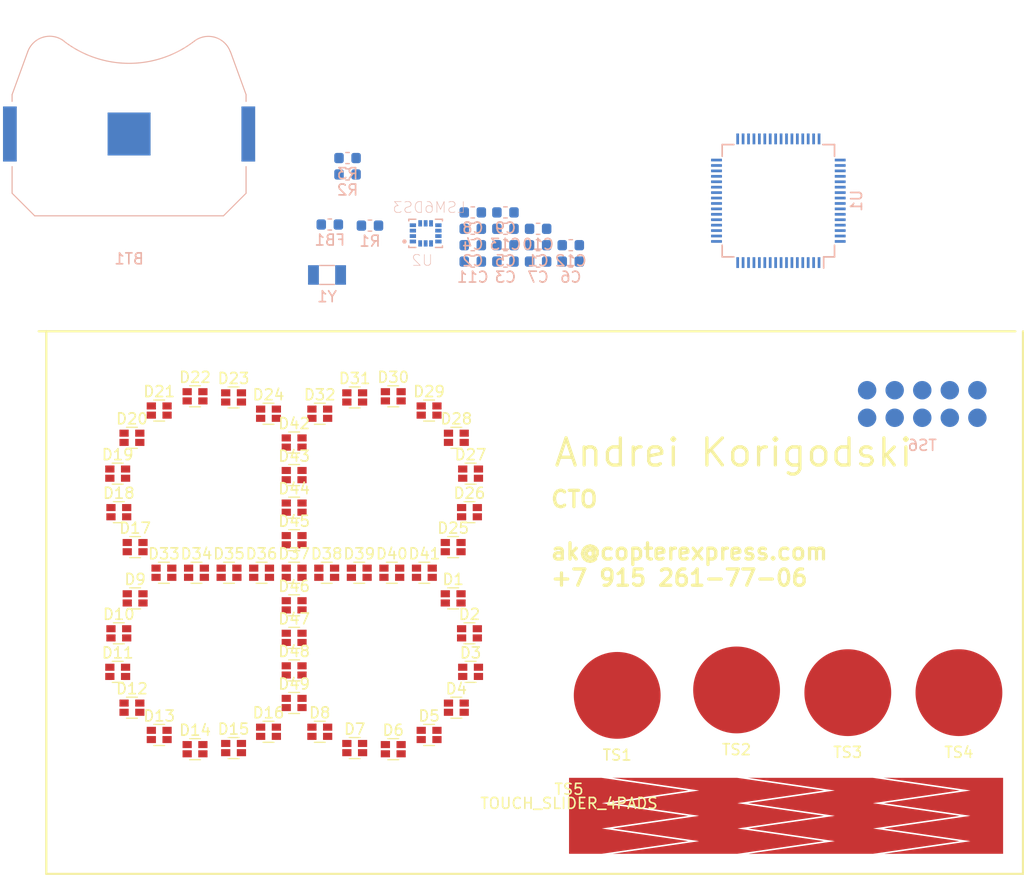
<source format=kicad_pcb>
(kicad_pcb (version 20171130) (host pcbnew 5.0.2+dfsg1-1~bpo9+1)

  (general
    (thickness 0.6)
    (drawings 6)
    (tracks 0)
    (zones 0)
    (modules 76)
    (nets 53)
  )

  (page A4)
  (layers
    (0 F.Cu signal)
    (31 B.Cu signal)
    (32 B.Adhes user)
    (33 F.Adhes user)
    (34 B.Paste user)
    (35 F.Paste user)
    (36 B.SilkS user)
    (37 F.SilkS user)
    (38 B.Mask user)
    (39 F.Mask user)
    (40 Dwgs.User user)
    (41 Cmts.User user)
    (42 Eco1.User user)
    (43 Eco2.User user)
    (44 Edge.Cuts user)
    (45 Margin user)
    (46 B.CrtYd user)
    (47 F.CrtYd user)
    (48 B.Fab user)
    (49 F.Fab user)
  )

  (setup
    (last_trace_width 0.254)
    (user_trace_width 0.1524)
    (user_trace_width 0.2032)
    (user_trace_width 0.254)
    (user_trace_width 0.508)
    (user_trace_width 1.016)
    (trace_clearance 0.076)
    (zone_clearance 0.508)
    (zone_45_only no)
    (trace_min 0.1524)
    (segment_width 0.2)
    (edge_width 0.15)
    (via_size 0.8)
    (via_drill 0.4)
    (via_min_size 0.4)
    (via_min_drill 0.3)
    (uvia_size 0.3)
    (uvia_drill 0.1)
    (uvias_allowed no)
    (uvia_min_size 0.2)
    (uvia_min_drill 0.1)
    (pcb_text_width 0.3)
    (pcb_text_size 1.5 1.5)
    (mod_edge_width 0.15)
    (mod_text_size 1 1)
    (mod_text_width 0.15)
    (pad_size 1.524 1.524)
    (pad_drill 0.762)
    (pad_to_mask_clearance 0.0254)
    (solder_mask_min_width 0.4)
    (aux_axis_origin 0 0)
    (visible_elements 7FFFF7FF)
    (pcbplotparams
      (layerselection 0x010fc_ffffffff)
      (usegerberextensions false)
      (usegerberattributes false)
      (usegerberadvancedattributes false)
      (creategerberjobfile false)
      (excludeedgelayer true)
      (linewidth 0.100000)
      (plotframeref false)
      (viasonmask false)
      (mode 1)
      (useauxorigin false)
      (hpglpennumber 1)
      (hpglpenspeed 20)
      (hpglpendiameter 15.000000)
      (psnegative false)
      (psa4output false)
      (plotreference true)
      (plotvalue true)
      (plotinvisibletext false)
      (padsonsilk false)
      (subtractmaskfromsilk false)
      (outputformat 1)
      (mirror false)
      (drillshape 1)
      (scaleselection 1)
      (outputdirectory ""))
  )

  (net 0 "")
  (net 1 LED_K0)
  (net 2 LED_K1)
  (net 3 LED_A0)
  (net 4 LED_K3)
  (net 5 LED_K2)
  (net 6 LED_K4)
  (net 7 LED_K5)
  (net 8 LED_K7)
  (net 9 LED_K6)
  (net 10 LED_K9)
  (net 11 LED_K8)
  (net 12 LED_K10)
  (net 13 LED_K11)
  (net 14 LED_A1)
  (net 15 LED_A2)
  (net 16 LED_A3)
  (net 17 LED_A4)
  (net 18 LED_A5)
  (net 19 LED_A6)
  (net 20 LED_A7)
  (net 21 LED_A8)
  (net 22 VDD)
  (net 23 N$2)
  (net 24 MCU_AVDD)
  (net 25 GND)
  (net 26 N$7)
  (net 27 N$6)
  (net 28 N$13)
  (net 29 N$14)
  (net 30 N$5)
  (net 31 N$19)
  (net 32 N$20)
  (net 33 N$16)
  (net 34 N$15)
  (net 35 N$17)
  (net 36 N$18)
  (net 37 N$12)
  (net 38 N$11)
  (net 39 TOUCH_PAD0)
  (net 40 N$1)
  (net 41 TOUCH_PAD1)
  (net 42 TOUCH_PAD2)
  (net 43 TOUCH_PAD3)
  (net 44 N$21)
  (net 45 N$22)
  (net 46 N$23)
  (net 47 N$24)
  (net 48 N$8)
  (net 49 N$10)
  (net 50 N$9)
  (net 51 N$25)
  (net 52 N$26)

  (net_class Default "This is the default net class."
    (clearance 0.076)
    (trace_width 0.254)
    (via_dia 0.8)
    (via_drill 0.4)
    (uvia_dia 0.3)
    (uvia_drill 0.1)
    (add_net GND)
    (add_net LED_A0)
    (add_net LED_A1)
    (add_net LED_A2)
    (add_net LED_A3)
    (add_net LED_A4)
    (add_net LED_A5)
    (add_net LED_A6)
    (add_net LED_A7)
    (add_net LED_A8)
    (add_net LED_K0)
    (add_net LED_K1)
    (add_net LED_K10)
    (add_net LED_K11)
    (add_net LED_K2)
    (add_net LED_K3)
    (add_net LED_K4)
    (add_net LED_K5)
    (add_net LED_K6)
    (add_net LED_K7)
    (add_net LED_K8)
    (add_net LED_K9)
    (add_net MCU_AVDD)
    (add_net N$1)
    (add_net N$10)
    (add_net N$11)
    (add_net N$12)
    (add_net N$13)
    (add_net N$14)
    (add_net N$15)
    (add_net N$16)
    (add_net N$17)
    (add_net N$18)
    (add_net N$19)
    (add_net N$2)
    (add_net N$20)
    (add_net N$21)
    (add_net N$22)
    (add_net N$23)
    (add_net N$24)
    (add_net N$25)
    (add_net N$26)
    (add_net N$5)
    (add_net N$6)
    (add_net N$7)
    (add_net N$8)
    (add_net N$9)
    (add_net TOUCH_PAD0)
    (add_net TOUCH_PAD1)
    (add_net TOUCH_PAD2)
    (add_net TOUCH_PAD3)
    (add_net VDD)
  )

  (module footprints:TouchSlider-4_50x8mm (layer F.Cu) (tedit 5C9D3F57) (tstamp 5CBA2645)
    (at 118.17 83.15)
    (descr "Capacitive touch slider")
    (tags "capacitive touch slider")
    (path /top/1046585539353472266)
    (attr smd)
    (fp_text reference TS5 (at 0 -5.95) (layer F.SilkS)
      (effects (font (size 1 1) (thickness 0.15)))
    )
    (fp_text value TOUCH_SLIDER_4PADS (at 0 -4.65) (layer F.SilkS)
      (effects (font (size 1 1) (thickness 0.15)))
    )
    (pad 4 smd custom (at 38.5 -3.5) (size 2.333333 2.333333) (layers F.Cu)
      (net 47 N$24)
      (options (clearance outline) (anchor circle))
      (primitives
        (gr_poly (pts
           (xy -9.5 -3.5) (xy -1.5 -2.333333) (xy -9.5 -1.166667) (xy -1.5 0) (xy -9.5 1.166667)
           (xy -1.5 2.333333) (xy -9.5 3.5) (xy 1.5 3.5) (xy 1.5 -3.5)) (width 0))
      ))
    (pad 3 smd custom (at 26.25 -3.5) (size 2.333333 2.333333) (layers F.Cu)
      (net 46 N$23)
      (options (clearance outline) (anchor circle))
      (primitives
        (gr_poly (pts
           (xy -9.75 -3.5) (xy -1.75 -2.333333) (xy -9.75 -1.166667) (xy -1.75 0) (xy -9.75 1.166667)
           (xy -1.75 2.333333) (xy -9.75 3.5) (xy 1.75 3.5) (xy 9.75 2.333333) (xy 1.75 1.166667)
           (xy 9.75 0) (xy 1.75 -1.166667) (xy 9.75 -2.333333) (xy 1.75 -3.5)) (width 0))
      ))
    (pad 2 smd custom (at 13.75 -3.5) (size 2.333333 2.333333) (layers F.Cu)
      (net 45 N$22)
      (options (clearance outline) (anchor circle))
      (primitives
        (gr_poly (pts
           (xy -9.75 -3.5) (xy -1.75 -2.333333) (xy -9.75 -1.166667) (xy -1.75 0) (xy -9.75 1.166667)
           (xy -1.75 2.333333) (xy -9.75 3.5) (xy 1.75 3.5) (xy 9.75 2.333333) (xy 1.75 1.166667)
           (xy 9.75 0) (xy 1.75 -1.166667) (xy 9.75 -2.333333) (xy 1.75 -3.5)) (width 0))
      ))
    (pad 1 smd custom (at 1.5 -3.5) (size 2.333333 2.333333) (layers F.Cu)
      (net 44 N$21)
      (options (clearance outline) (anchor circle))
      (primitives
        (gr_poly (pts
           (xy -1.5 -3.5) (xy 1.5 -3.5) (xy 9.5 -2.333333) (xy 1.5 -1.166667) (xy 9.5 0)
           (xy 1.5 1.166667) (xy 9.5 2.333333) (xy 1.5 3.5) (xy -1.5 3.5)) (width 0))
      ))
  )

  (module footprints:LED_DUAL_0606 (layer F.Cu) (tedit 5C944CBE) (tstamp 5C9983F6)
    (at 107.494034 59.61189)
    (descr "Dual LED LTST-C195KGJRKT")
    (tags led)
    (path /top/7616754778211426954)
    (attr smd)
    (fp_text reference D1 (at 0 -1.75) (layer F.SilkS)
      (effects (font (size 1 1) (thickness 0.15)))
    )
    (fp_text value LED_Dual_AACC (at 0 2.1) (layer F.Fab)
      (effects (font (size 1 1) (thickness 0.15)))
    )
    (fp_line (start 1.55 1.05) (end -1.55 1.05) (layer F.CrtYd) (width 0.05))
    (fp_line (start 1.55 1.05) (end 1.55 -1.05) (layer F.CrtYd) (width 0.05))
    (fp_line (start -1.55 -1.05) (end -1.55 1.05) (layer F.CrtYd) (width 0.05))
    (fp_line (start -1.55 -1.05) (end 1.55 -1.05) (layer F.CrtYd) (width 0.05))
    (fp_line (start 0.5 -0.97) (end -0.5 -0.97) (layer F.SilkS) (width 0.12))
    (fp_line (start 0.5 0.97) (end -0.5 0.97) (layer F.SilkS) (width 0.12))
    (fp_line (start -0.8 0.8) (end -0.8 -0.8) (layer F.Fab) (width 0.1))
    (fp_line (start 0.8 0.8) (end -0.8 0.8) (layer F.Fab) (width 0.1))
    (fp_line (start 0.8 -0.8) (end 0.8 0.8) (layer F.Fab) (width 0.1))
    (fp_line (start -0.8 -0.8) (end 0.8 -0.8) (layer F.Fab) (width 0.1))
    (fp_text user %R (at 0 -1.75) (layer F.Fab)
      (effects (font (size 1 1) (thickness 0.15)))
    )
    (pad 3 smd rect (at 0.725 -0.425) (size 0.85 0.65) (layers F.Cu F.Paste F.Mask)
      (net 1 LED_K0))
    (pad 4 smd rect (at 0.725 0.425) (size 0.85 0.65) (layers F.Cu F.Paste F.Mask)
      (net 2 LED_K1))
    (pad 2 smd rect (at -0.725 0.425) (size 0.85 0.65) (layers F.Cu F.Paste F.Mask)
      (net 3 LED_A0))
    (pad 1 smd rect (at -0.725 -0.425) (size 0.85 0.65) (layers F.Cu F.Paste F.Mask)
      (net 3 LED_A0))
    (model ${KISYS3DMOD}/Resistor_SMD.3dshapes/R_Array_Convex_2x0603.wrl
      (at (xyz 0 0 0))
      (scale (xyz 1 1 1))
      (rotate (xyz 0 0 0))
    )
  )

  (module footprints:LED_DUAL_0606 (layer F.Cu) (tedit 5C944CBE) (tstamp 5C998409)
    (at 108.995514 62.831824)
    (descr "Dual LED LTST-C195KGJRKT")
    (tags led)
    (path /top/5470928685564790)
    (attr smd)
    (fp_text reference D2 (at 0 -1.75) (layer F.SilkS)
      (effects (font (size 1 1) (thickness 0.15)))
    )
    (fp_text value LED_Dual_AACC (at 0 2.1) (layer F.Fab)
      (effects (font (size 1 1) (thickness 0.15)))
    )
    (fp_line (start 1.55 1.05) (end -1.55 1.05) (layer F.CrtYd) (width 0.05))
    (fp_line (start 1.55 1.05) (end 1.55 -1.05) (layer F.CrtYd) (width 0.05))
    (fp_line (start -1.55 -1.05) (end -1.55 1.05) (layer F.CrtYd) (width 0.05))
    (fp_line (start -1.55 -1.05) (end 1.55 -1.05) (layer F.CrtYd) (width 0.05))
    (fp_line (start 0.5 -0.97) (end -0.5 -0.97) (layer F.SilkS) (width 0.12))
    (fp_line (start 0.5 0.97) (end -0.5 0.97) (layer F.SilkS) (width 0.12))
    (fp_line (start -0.8 0.8) (end -0.8 -0.8) (layer F.Fab) (width 0.1))
    (fp_line (start 0.8 0.8) (end -0.8 0.8) (layer F.Fab) (width 0.1))
    (fp_line (start 0.8 -0.8) (end 0.8 0.8) (layer F.Fab) (width 0.1))
    (fp_line (start -0.8 -0.8) (end 0.8 -0.8) (layer F.Fab) (width 0.1))
    (fp_text user %R (at 0 -1.75) (layer F.Fab)
      (effects (font (size 1 1) (thickness 0.15)))
    )
    (pad 3 smd rect (at 0.725 -0.425) (size 0.85 0.65) (layers F.Cu F.Paste F.Mask)
      (net 5 LED_K2))
    (pad 4 smd rect (at 0.725 0.425) (size 0.85 0.65) (layers F.Cu F.Paste F.Mask)
      (net 4 LED_K3))
    (pad 2 smd rect (at -0.725 0.425) (size 0.85 0.65) (layers F.Cu F.Paste F.Mask)
      (net 3 LED_A0))
    (pad 1 smd rect (at -0.725 -0.425) (size 0.85 0.65) (layers F.Cu F.Paste F.Mask)
      (net 3 LED_A0))
    (model ${KISYS3DMOD}/Resistor_SMD.3dshapes/R_Array_Convex_2x0603.wrl
      (at (xyz 0 0 0))
      (scale (xyz 1 1 1))
      (rotate (xyz 0 0 0))
    )
  )

  (module footprints:LED_DUAL_0606 (layer F.Cu) (tedit 5C944CBE) (tstamp 5C99841C)
    (at 109.098846 66.383126)
    (descr "Dual LED LTST-C195KGJRKT")
    (tags led)
    (path /top/15071832939585287959)
    (attr smd)
    (fp_text reference D3 (at 0 -1.75) (layer F.SilkS)
      (effects (font (size 1 1) (thickness 0.15)))
    )
    (fp_text value LED_Dual_AACC (at 0 2.1) (layer F.Fab)
      (effects (font (size 1 1) (thickness 0.15)))
    )
    (fp_line (start 1.55 1.05) (end -1.55 1.05) (layer F.CrtYd) (width 0.05))
    (fp_line (start 1.55 1.05) (end 1.55 -1.05) (layer F.CrtYd) (width 0.05))
    (fp_line (start -1.55 -1.05) (end -1.55 1.05) (layer F.CrtYd) (width 0.05))
    (fp_line (start -1.55 -1.05) (end 1.55 -1.05) (layer F.CrtYd) (width 0.05))
    (fp_line (start 0.5 -0.97) (end -0.5 -0.97) (layer F.SilkS) (width 0.12))
    (fp_line (start 0.5 0.97) (end -0.5 0.97) (layer F.SilkS) (width 0.12))
    (fp_line (start -0.8 0.8) (end -0.8 -0.8) (layer F.Fab) (width 0.1))
    (fp_line (start 0.8 0.8) (end -0.8 0.8) (layer F.Fab) (width 0.1))
    (fp_line (start 0.8 -0.8) (end 0.8 0.8) (layer F.Fab) (width 0.1))
    (fp_line (start -0.8 -0.8) (end 0.8 -0.8) (layer F.Fab) (width 0.1))
    (fp_text user %R (at 0 -1.75) (layer F.Fab)
      (effects (font (size 1 1) (thickness 0.15)))
    )
    (pad 3 smd rect (at 0.725 -0.425) (size 0.85 0.65) (layers F.Cu F.Paste F.Mask)
      (net 6 LED_K4))
    (pad 4 smd rect (at 0.725 0.425) (size 0.85 0.65) (layers F.Cu F.Paste F.Mask)
      (net 7 LED_K5))
    (pad 2 smd rect (at -0.725 0.425) (size 0.85 0.65) (layers F.Cu F.Paste F.Mask)
      (net 3 LED_A0))
    (pad 1 smd rect (at -0.725 -0.425) (size 0.85 0.65) (layers F.Cu F.Paste F.Mask)
      (net 3 LED_A0))
    (model ${KISYS3DMOD}/Resistor_SMD.3dshapes/R_Array_Convex_2x0603.wrl
      (at (xyz 0 0 0))
      (scale (xyz 1 1 1))
      (rotate (xyz 0 0 0))
    )
  )

  (module footprints:LED_DUAL_0606 (layer F.Cu) (tedit 5C944CBE) (tstamp 5C99842F)
    (at 107.787129 69.684917)
    (descr "Dual LED LTST-C195KGJRKT")
    (tags led)
    (path /top/5332394013073392507)
    (attr smd)
    (fp_text reference D4 (at 0 -1.75) (layer F.SilkS)
      (effects (font (size 1 1) (thickness 0.15)))
    )
    (fp_text value LED_Dual_AACC (at 0 2.1) (layer F.Fab)
      (effects (font (size 1 1) (thickness 0.15)))
    )
    (fp_line (start 1.55 1.05) (end -1.55 1.05) (layer F.CrtYd) (width 0.05))
    (fp_line (start 1.55 1.05) (end 1.55 -1.05) (layer F.CrtYd) (width 0.05))
    (fp_line (start -1.55 -1.05) (end -1.55 1.05) (layer F.CrtYd) (width 0.05))
    (fp_line (start -1.55 -1.05) (end 1.55 -1.05) (layer F.CrtYd) (width 0.05))
    (fp_line (start 0.5 -0.97) (end -0.5 -0.97) (layer F.SilkS) (width 0.12))
    (fp_line (start 0.5 0.97) (end -0.5 0.97) (layer F.SilkS) (width 0.12))
    (fp_line (start -0.8 0.8) (end -0.8 -0.8) (layer F.Fab) (width 0.1))
    (fp_line (start 0.8 0.8) (end -0.8 0.8) (layer F.Fab) (width 0.1))
    (fp_line (start 0.8 -0.8) (end 0.8 0.8) (layer F.Fab) (width 0.1))
    (fp_line (start -0.8 -0.8) (end 0.8 -0.8) (layer F.Fab) (width 0.1))
    (fp_text user %R (at 0 -1.75) (layer F.Fab)
      (effects (font (size 1 1) (thickness 0.15)))
    )
    (pad 3 smd rect (at 0.725 -0.425) (size 0.85 0.65) (layers F.Cu F.Paste F.Mask)
      (net 9 LED_K6))
    (pad 4 smd rect (at 0.725 0.425) (size 0.85 0.65) (layers F.Cu F.Paste F.Mask)
      (net 8 LED_K7))
    (pad 2 smd rect (at -0.725 0.425) (size 0.85 0.65) (layers F.Cu F.Paste F.Mask)
      (net 3 LED_A0))
    (pad 1 smd rect (at -0.725 -0.425) (size 0.85 0.65) (layers F.Cu F.Paste F.Mask)
      (net 3 LED_A0))
    (model ${KISYS3DMOD}/Resistor_SMD.3dshapes/R_Array_Convex_2x0603.wrl
      (at (xyz 0 0 0))
      (scale (xyz 1 1 1))
      (rotate (xyz 0 0 0))
    )
  )

  (module footprints:LED_DUAL_0606 (layer F.Cu) (tedit 5C944CBE) (tstamp 5C998442)
    (at 105.274917 72.197129)
    (descr "Dual LED LTST-C195KGJRKT")
    (tags led)
    (path /top/1218384674494341912)
    (attr smd)
    (fp_text reference D5 (at 0 -1.75) (layer F.SilkS)
      (effects (font (size 1 1) (thickness 0.15)))
    )
    (fp_text value LED_Dual_AACC (at 0 2.1) (layer F.Fab)
      (effects (font (size 1 1) (thickness 0.15)))
    )
    (fp_line (start 1.55 1.05) (end -1.55 1.05) (layer F.CrtYd) (width 0.05))
    (fp_line (start 1.55 1.05) (end 1.55 -1.05) (layer F.CrtYd) (width 0.05))
    (fp_line (start -1.55 -1.05) (end -1.55 1.05) (layer F.CrtYd) (width 0.05))
    (fp_line (start -1.55 -1.05) (end 1.55 -1.05) (layer F.CrtYd) (width 0.05))
    (fp_line (start 0.5 -0.97) (end -0.5 -0.97) (layer F.SilkS) (width 0.12))
    (fp_line (start 0.5 0.97) (end -0.5 0.97) (layer F.SilkS) (width 0.12))
    (fp_line (start -0.8 0.8) (end -0.8 -0.8) (layer F.Fab) (width 0.1))
    (fp_line (start 0.8 0.8) (end -0.8 0.8) (layer F.Fab) (width 0.1))
    (fp_line (start 0.8 -0.8) (end 0.8 0.8) (layer F.Fab) (width 0.1))
    (fp_line (start -0.8 -0.8) (end 0.8 -0.8) (layer F.Fab) (width 0.1))
    (fp_text user %R (at 0 -1.75) (layer F.Fab)
      (effects (font (size 1 1) (thickness 0.15)))
    )
    (pad 3 smd rect (at 0.725 -0.425) (size 0.85 0.65) (layers F.Cu F.Paste F.Mask)
      (net 11 LED_K8))
    (pad 4 smd rect (at 0.725 0.425) (size 0.85 0.65) (layers F.Cu F.Paste F.Mask)
      (net 10 LED_K9))
    (pad 2 smd rect (at -0.725 0.425) (size 0.85 0.65) (layers F.Cu F.Paste F.Mask)
      (net 3 LED_A0))
    (pad 1 smd rect (at -0.725 -0.425) (size 0.85 0.65) (layers F.Cu F.Paste F.Mask)
      (net 3 LED_A0))
    (model ${KISYS3DMOD}/Resistor_SMD.3dshapes/R_Array_Convex_2x0603.wrl
      (at (xyz 0 0 0))
      (scale (xyz 1 1 1))
      (rotate (xyz 0 0 0))
    )
  )

  (module footprints:LED_DUAL_0606 (layer F.Cu) (tedit 5C944CBE) (tstamp 5C998455)
    (at 101.973126 73.508846)
    (descr "Dual LED LTST-C195KGJRKT")
    (tags led)
    (path /top/5527851425769308982)
    (attr smd)
    (fp_text reference D6 (at 0 -1.75) (layer F.SilkS)
      (effects (font (size 1 1) (thickness 0.15)))
    )
    (fp_text value LED_Dual_AACC (at 0 2.1) (layer F.Fab)
      (effects (font (size 1 1) (thickness 0.15)))
    )
    (fp_line (start 1.55 1.05) (end -1.55 1.05) (layer F.CrtYd) (width 0.05))
    (fp_line (start 1.55 1.05) (end 1.55 -1.05) (layer F.CrtYd) (width 0.05))
    (fp_line (start -1.55 -1.05) (end -1.55 1.05) (layer F.CrtYd) (width 0.05))
    (fp_line (start -1.55 -1.05) (end 1.55 -1.05) (layer F.CrtYd) (width 0.05))
    (fp_line (start 0.5 -0.97) (end -0.5 -0.97) (layer F.SilkS) (width 0.12))
    (fp_line (start 0.5 0.97) (end -0.5 0.97) (layer F.SilkS) (width 0.12))
    (fp_line (start -0.8 0.8) (end -0.8 -0.8) (layer F.Fab) (width 0.1))
    (fp_line (start 0.8 0.8) (end -0.8 0.8) (layer F.Fab) (width 0.1))
    (fp_line (start 0.8 -0.8) (end 0.8 0.8) (layer F.Fab) (width 0.1))
    (fp_line (start -0.8 -0.8) (end 0.8 -0.8) (layer F.Fab) (width 0.1))
    (fp_text user %R (at 0 -1.75) (layer F.Fab)
      (effects (font (size 1 1) (thickness 0.15)))
    )
    (pad 3 smd rect (at 0.725 -0.425) (size 0.85 0.65) (layers F.Cu F.Paste F.Mask)
      (net 12 LED_K10))
    (pad 4 smd rect (at 0.725 0.425) (size 0.85 0.65) (layers F.Cu F.Paste F.Mask)
      (net 13 LED_K11))
    (pad 2 smd rect (at -0.725 0.425) (size 0.85 0.65) (layers F.Cu F.Paste F.Mask)
      (net 3 LED_A0))
    (pad 1 smd rect (at -0.725 -0.425) (size 0.85 0.65) (layers F.Cu F.Paste F.Mask)
      (net 3 LED_A0))
    (model ${KISYS3DMOD}/Resistor_SMD.3dshapes/R_Array_Convex_2x0603.wrl
      (at (xyz 0 0 0))
      (scale (xyz 1 1 1))
      (rotate (xyz 0 0 0))
    )
  )

  (module footprints:LED_DUAL_0606 (layer F.Cu) (tedit 5C944CBE) (tstamp 5C998468)
    (at 98.421824 73.405514)
    (descr "Dual LED LTST-C195KGJRKT")
    (tags led)
    (path /top/14786941603615639735)
    (attr smd)
    (fp_text reference D7 (at 0 -1.75) (layer F.SilkS)
      (effects (font (size 1 1) (thickness 0.15)))
    )
    (fp_text value LED_Dual_AACC (at 0 2.1) (layer F.Fab)
      (effects (font (size 1 1) (thickness 0.15)))
    )
    (fp_line (start 1.55 1.05) (end -1.55 1.05) (layer F.CrtYd) (width 0.05))
    (fp_line (start 1.55 1.05) (end 1.55 -1.05) (layer F.CrtYd) (width 0.05))
    (fp_line (start -1.55 -1.05) (end -1.55 1.05) (layer F.CrtYd) (width 0.05))
    (fp_line (start -1.55 -1.05) (end 1.55 -1.05) (layer F.CrtYd) (width 0.05))
    (fp_line (start 0.5 -0.97) (end -0.5 -0.97) (layer F.SilkS) (width 0.12))
    (fp_line (start 0.5 0.97) (end -0.5 0.97) (layer F.SilkS) (width 0.12))
    (fp_line (start -0.8 0.8) (end -0.8 -0.8) (layer F.Fab) (width 0.1))
    (fp_line (start 0.8 0.8) (end -0.8 0.8) (layer F.Fab) (width 0.1))
    (fp_line (start 0.8 -0.8) (end 0.8 0.8) (layer F.Fab) (width 0.1))
    (fp_line (start -0.8 -0.8) (end 0.8 -0.8) (layer F.Fab) (width 0.1))
    (fp_text user %R (at 0 -1.75) (layer F.Fab)
      (effects (font (size 1 1) (thickness 0.15)))
    )
    (pad 3 smd rect (at 0.725 -0.425) (size 0.85 0.65) (layers F.Cu F.Paste F.Mask)
      (net 1 LED_K0))
    (pad 4 smd rect (at 0.725 0.425) (size 0.85 0.65) (layers F.Cu F.Paste F.Mask)
      (net 2 LED_K1))
    (pad 2 smd rect (at -0.725 0.425) (size 0.85 0.65) (layers F.Cu F.Paste F.Mask)
      (net 14 LED_A1))
    (pad 1 smd rect (at -0.725 -0.425) (size 0.85 0.65) (layers F.Cu F.Paste F.Mask)
      (net 14 LED_A1))
    (model ${KISYS3DMOD}/Resistor_SMD.3dshapes/R_Array_Convex_2x0603.wrl
      (at (xyz 0 0 0))
      (scale (xyz 1 1 1))
      (rotate (xyz 0 0 0))
    )
  )

  (module footprints:LED_DUAL_0606 (layer F.Cu) (tedit 5C944CBE) (tstamp 5C99847B)
    (at 95.20189 71.904034)
    (descr "Dual LED LTST-C195KGJRKT")
    (tags led)
    (path /top/16254612214630616726)
    (attr smd)
    (fp_text reference D8 (at 0 -1.75) (layer F.SilkS)
      (effects (font (size 1 1) (thickness 0.15)))
    )
    (fp_text value LED_Dual_AACC (at 0 2.1) (layer F.Fab)
      (effects (font (size 1 1) (thickness 0.15)))
    )
    (fp_line (start 1.55 1.05) (end -1.55 1.05) (layer F.CrtYd) (width 0.05))
    (fp_line (start 1.55 1.05) (end 1.55 -1.05) (layer F.CrtYd) (width 0.05))
    (fp_line (start -1.55 -1.05) (end -1.55 1.05) (layer F.CrtYd) (width 0.05))
    (fp_line (start -1.55 -1.05) (end 1.55 -1.05) (layer F.CrtYd) (width 0.05))
    (fp_line (start 0.5 -0.97) (end -0.5 -0.97) (layer F.SilkS) (width 0.12))
    (fp_line (start 0.5 0.97) (end -0.5 0.97) (layer F.SilkS) (width 0.12))
    (fp_line (start -0.8 0.8) (end -0.8 -0.8) (layer F.Fab) (width 0.1))
    (fp_line (start 0.8 0.8) (end -0.8 0.8) (layer F.Fab) (width 0.1))
    (fp_line (start 0.8 -0.8) (end 0.8 0.8) (layer F.Fab) (width 0.1))
    (fp_line (start -0.8 -0.8) (end 0.8 -0.8) (layer F.Fab) (width 0.1))
    (fp_text user %R (at 0 -1.75) (layer F.Fab)
      (effects (font (size 1 1) (thickness 0.15)))
    )
    (pad 3 smd rect (at 0.725 -0.425) (size 0.85 0.65) (layers F.Cu F.Paste F.Mask)
      (net 5 LED_K2))
    (pad 4 smd rect (at 0.725 0.425) (size 0.85 0.65) (layers F.Cu F.Paste F.Mask)
      (net 4 LED_K3))
    (pad 2 smd rect (at -0.725 0.425) (size 0.85 0.65) (layers F.Cu F.Paste F.Mask)
      (net 14 LED_A1))
    (pad 1 smd rect (at -0.725 -0.425) (size 0.85 0.65) (layers F.Cu F.Paste F.Mask)
      (net 14 LED_A1))
    (model ${KISYS3DMOD}/Resistor_SMD.3dshapes/R_Array_Convex_2x0603.wrl
      (at (xyz 0 0 0))
      (scale (xyz 1 1 1))
      (rotate (xyz 0 0 0))
    )
  )

  (module footprints:LED_DUAL_0606 (layer F.Cu) (tedit 5C944CBE) (tstamp 5C99848E)
    (at 78.185965 59.61189)
    (descr "Dual LED LTST-C195KGJRKT")
    (tags led)
    (path /top/13943684636326189113)
    (attr smd)
    (fp_text reference D9 (at 0 -1.75) (layer F.SilkS)
      (effects (font (size 1 1) (thickness 0.15)))
    )
    (fp_text value LED_Dual_AACC (at 0 2.1) (layer F.Fab)
      (effects (font (size 1 1) (thickness 0.15)))
    )
    (fp_line (start 1.55 1.05) (end -1.55 1.05) (layer F.CrtYd) (width 0.05))
    (fp_line (start 1.55 1.05) (end 1.55 -1.05) (layer F.CrtYd) (width 0.05))
    (fp_line (start -1.55 -1.05) (end -1.55 1.05) (layer F.CrtYd) (width 0.05))
    (fp_line (start -1.55 -1.05) (end 1.55 -1.05) (layer F.CrtYd) (width 0.05))
    (fp_line (start 0.5 -0.97) (end -0.5 -0.97) (layer F.SilkS) (width 0.12))
    (fp_line (start 0.5 0.97) (end -0.5 0.97) (layer F.SilkS) (width 0.12))
    (fp_line (start -0.8 0.8) (end -0.8 -0.8) (layer F.Fab) (width 0.1))
    (fp_line (start 0.8 0.8) (end -0.8 0.8) (layer F.Fab) (width 0.1))
    (fp_line (start 0.8 -0.8) (end 0.8 0.8) (layer F.Fab) (width 0.1))
    (fp_line (start -0.8 -0.8) (end 0.8 -0.8) (layer F.Fab) (width 0.1))
    (fp_text user %R (at 0 -1.75) (layer F.Fab)
      (effects (font (size 1 1) (thickness 0.15)))
    )
    (pad 3 smd rect (at 0.725 -0.425) (size 0.85 0.65) (layers F.Cu F.Paste F.Mask)
      (net 6 LED_K4))
    (pad 4 smd rect (at 0.725 0.425) (size 0.85 0.65) (layers F.Cu F.Paste F.Mask)
      (net 7 LED_K5))
    (pad 2 smd rect (at -0.725 0.425) (size 0.85 0.65) (layers F.Cu F.Paste F.Mask)
      (net 14 LED_A1))
    (pad 1 smd rect (at -0.725 -0.425) (size 0.85 0.65) (layers F.Cu F.Paste F.Mask)
      (net 14 LED_A1))
    (model ${KISYS3DMOD}/Resistor_SMD.3dshapes/R_Array_Convex_2x0603.wrl
      (at (xyz 0 0 0))
      (scale (xyz 1 1 1))
      (rotate (xyz 0 0 0))
    )
  )

  (module footprints:LED_DUAL_0606 (layer F.Cu) (tedit 5C944CBE) (tstamp 5C9984A1)
    (at 76.684485 62.831824)
    (descr "Dual LED LTST-C195KGJRKT")
    (tags led)
    (path /top/9435498068975886914)
    (attr smd)
    (fp_text reference D10 (at 0 -1.75) (layer F.SilkS)
      (effects (font (size 1 1) (thickness 0.15)))
    )
    (fp_text value LED_Dual_AACC (at 0 2.1) (layer F.Fab)
      (effects (font (size 1 1) (thickness 0.15)))
    )
    (fp_line (start 1.55 1.05) (end -1.55 1.05) (layer F.CrtYd) (width 0.05))
    (fp_line (start 1.55 1.05) (end 1.55 -1.05) (layer F.CrtYd) (width 0.05))
    (fp_line (start -1.55 -1.05) (end -1.55 1.05) (layer F.CrtYd) (width 0.05))
    (fp_line (start -1.55 -1.05) (end 1.55 -1.05) (layer F.CrtYd) (width 0.05))
    (fp_line (start 0.5 -0.97) (end -0.5 -0.97) (layer F.SilkS) (width 0.12))
    (fp_line (start 0.5 0.97) (end -0.5 0.97) (layer F.SilkS) (width 0.12))
    (fp_line (start -0.8 0.8) (end -0.8 -0.8) (layer F.Fab) (width 0.1))
    (fp_line (start 0.8 0.8) (end -0.8 0.8) (layer F.Fab) (width 0.1))
    (fp_line (start 0.8 -0.8) (end 0.8 0.8) (layer F.Fab) (width 0.1))
    (fp_line (start -0.8 -0.8) (end 0.8 -0.8) (layer F.Fab) (width 0.1))
    (fp_text user %R (at 0 -1.75) (layer F.Fab)
      (effects (font (size 1 1) (thickness 0.15)))
    )
    (pad 3 smd rect (at 0.725 -0.425) (size 0.85 0.65) (layers F.Cu F.Paste F.Mask)
      (net 9 LED_K6))
    (pad 4 smd rect (at 0.725 0.425) (size 0.85 0.65) (layers F.Cu F.Paste F.Mask)
      (net 8 LED_K7))
    (pad 2 smd rect (at -0.725 0.425) (size 0.85 0.65) (layers F.Cu F.Paste F.Mask)
      (net 14 LED_A1))
    (pad 1 smd rect (at -0.725 -0.425) (size 0.85 0.65) (layers F.Cu F.Paste F.Mask)
      (net 14 LED_A1))
    (model ${KISYS3DMOD}/Resistor_SMD.3dshapes/R_Array_Convex_2x0603.wrl
      (at (xyz 0 0 0))
      (scale (xyz 1 1 1))
      (rotate (xyz 0 0 0))
    )
  )

  (module footprints:LED_DUAL_0606 (layer F.Cu) (tedit 5C944CBE) (tstamp 5C9984B4)
    (at 76.581153 66.383126)
    (descr "Dual LED LTST-C195KGJRKT")
    (tags led)
    (path /top/844219667588613575)
    (attr smd)
    (fp_text reference D11 (at 0 -1.75) (layer F.SilkS)
      (effects (font (size 1 1) (thickness 0.15)))
    )
    (fp_text value LED_Dual_AACC (at 0 2.1) (layer F.Fab)
      (effects (font (size 1 1) (thickness 0.15)))
    )
    (fp_line (start 1.55 1.05) (end -1.55 1.05) (layer F.CrtYd) (width 0.05))
    (fp_line (start 1.55 1.05) (end 1.55 -1.05) (layer F.CrtYd) (width 0.05))
    (fp_line (start -1.55 -1.05) (end -1.55 1.05) (layer F.CrtYd) (width 0.05))
    (fp_line (start -1.55 -1.05) (end 1.55 -1.05) (layer F.CrtYd) (width 0.05))
    (fp_line (start 0.5 -0.97) (end -0.5 -0.97) (layer F.SilkS) (width 0.12))
    (fp_line (start 0.5 0.97) (end -0.5 0.97) (layer F.SilkS) (width 0.12))
    (fp_line (start -0.8 0.8) (end -0.8 -0.8) (layer F.Fab) (width 0.1))
    (fp_line (start 0.8 0.8) (end -0.8 0.8) (layer F.Fab) (width 0.1))
    (fp_line (start 0.8 -0.8) (end 0.8 0.8) (layer F.Fab) (width 0.1))
    (fp_line (start -0.8 -0.8) (end 0.8 -0.8) (layer F.Fab) (width 0.1))
    (fp_text user %R (at 0 -1.75) (layer F.Fab)
      (effects (font (size 1 1) (thickness 0.15)))
    )
    (pad 3 smd rect (at 0.725 -0.425) (size 0.85 0.65) (layers F.Cu F.Paste F.Mask)
      (net 11 LED_K8))
    (pad 4 smd rect (at 0.725 0.425) (size 0.85 0.65) (layers F.Cu F.Paste F.Mask)
      (net 10 LED_K9))
    (pad 2 smd rect (at -0.725 0.425) (size 0.85 0.65) (layers F.Cu F.Paste F.Mask)
      (net 14 LED_A1))
    (pad 1 smd rect (at -0.725 -0.425) (size 0.85 0.65) (layers F.Cu F.Paste F.Mask)
      (net 14 LED_A1))
    (model ${KISYS3DMOD}/Resistor_SMD.3dshapes/R_Array_Convex_2x0603.wrl
      (at (xyz 0 0 0))
      (scale (xyz 1 1 1))
      (rotate (xyz 0 0 0))
    )
  )

  (module footprints:LED_DUAL_0606 (layer F.Cu) (tedit 5C944CBE) (tstamp 5C9984C7)
    (at 77.89287 69.684917)
    (descr "Dual LED LTST-C195KGJRKT")
    (tags led)
    (path /top/5903116212420991396)
    (attr smd)
    (fp_text reference D12 (at 0 -1.75) (layer F.SilkS)
      (effects (font (size 1 1) (thickness 0.15)))
    )
    (fp_text value LED_Dual_AACC (at 0 2.1) (layer F.Fab)
      (effects (font (size 1 1) (thickness 0.15)))
    )
    (fp_line (start 1.55 1.05) (end -1.55 1.05) (layer F.CrtYd) (width 0.05))
    (fp_line (start 1.55 1.05) (end 1.55 -1.05) (layer F.CrtYd) (width 0.05))
    (fp_line (start -1.55 -1.05) (end -1.55 1.05) (layer F.CrtYd) (width 0.05))
    (fp_line (start -1.55 -1.05) (end 1.55 -1.05) (layer F.CrtYd) (width 0.05))
    (fp_line (start 0.5 -0.97) (end -0.5 -0.97) (layer F.SilkS) (width 0.12))
    (fp_line (start 0.5 0.97) (end -0.5 0.97) (layer F.SilkS) (width 0.12))
    (fp_line (start -0.8 0.8) (end -0.8 -0.8) (layer F.Fab) (width 0.1))
    (fp_line (start 0.8 0.8) (end -0.8 0.8) (layer F.Fab) (width 0.1))
    (fp_line (start 0.8 -0.8) (end 0.8 0.8) (layer F.Fab) (width 0.1))
    (fp_line (start -0.8 -0.8) (end 0.8 -0.8) (layer F.Fab) (width 0.1))
    (fp_text user %R (at 0 -1.75) (layer F.Fab)
      (effects (font (size 1 1) (thickness 0.15)))
    )
    (pad 3 smd rect (at 0.725 -0.425) (size 0.85 0.65) (layers F.Cu F.Paste F.Mask)
      (net 12 LED_K10))
    (pad 4 smd rect (at 0.725 0.425) (size 0.85 0.65) (layers F.Cu F.Paste F.Mask)
      (net 13 LED_K11))
    (pad 2 smd rect (at -0.725 0.425) (size 0.85 0.65) (layers F.Cu F.Paste F.Mask)
      (net 14 LED_A1))
    (pad 1 smd rect (at -0.725 -0.425) (size 0.85 0.65) (layers F.Cu F.Paste F.Mask)
      (net 14 LED_A1))
    (model ${KISYS3DMOD}/Resistor_SMD.3dshapes/R_Array_Convex_2x0603.wrl
      (at (xyz 0 0 0))
      (scale (xyz 1 1 1))
      (rotate (xyz 0 0 0))
    )
  )

  (module footprints:LED_DUAL_0606 (layer F.Cu) (tedit 5C944CBE) (tstamp 5C9984DA)
    (at 80.405082 72.197129)
    (descr "Dual LED LTST-C195KGJRKT")
    (tags led)
    (path /top/14849482283404337838)
    (attr smd)
    (fp_text reference D13 (at 0 -1.75) (layer F.SilkS)
      (effects (font (size 1 1) (thickness 0.15)))
    )
    (fp_text value LED_Dual_AACC (at 0 2.1) (layer F.Fab)
      (effects (font (size 1 1) (thickness 0.15)))
    )
    (fp_line (start 1.55 1.05) (end -1.55 1.05) (layer F.CrtYd) (width 0.05))
    (fp_line (start 1.55 1.05) (end 1.55 -1.05) (layer F.CrtYd) (width 0.05))
    (fp_line (start -1.55 -1.05) (end -1.55 1.05) (layer F.CrtYd) (width 0.05))
    (fp_line (start -1.55 -1.05) (end 1.55 -1.05) (layer F.CrtYd) (width 0.05))
    (fp_line (start 0.5 -0.97) (end -0.5 -0.97) (layer F.SilkS) (width 0.12))
    (fp_line (start 0.5 0.97) (end -0.5 0.97) (layer F.SilkS) (width 0.12))
    (fp_line (start -0.8 0.8) (end -0.8 -0.8) (layer F.Fab) (width 0.1))
    (fp_line (start 0.8 0.8) (end -0.8 0.8) (layer F.Fab) (width 0.1))
    (fp_line (start 0.8 -0.8) (end 0.8 0.8) (layer F.Fab) (width 0.1))
    (fp_line (start -0.8 -0.8) (end 0.8 -0.8) (layer F.Fab) (width 0.1))
    (fp_text user %R (at 0 -1.75) (layer F.Fab)
      (effects (font (size 1 1) (thickness 0.15)))
    )
    (pad 3 smd rect (at 0.725 -0.425) (size 0.85 0.65) (layers F.Cu F.Paste F.Mask)
      (net 1 LED_K0))
    (pad 4 smd rect (at 0.725 0.425) (size 0.85 0.65) (layers F.Cu F.Paste F.Mask)
      (net 2 LED_K1))
    (pad 2 smd rect (at -0.725 0.425) (size 0.85 0.65) (layers F.Cu F.Paste F.Mask)
      (net 15 LED_A2))
    (pad 1 smd rect (at -0.725 -0.425) (size 0.85 0.65) (layers F.Cu F.Paste F.Mask)
      (net 15 LED_A2))
    (model ${KISYS3DMOD}/Resistor_SMD.3dshapes/R_Array_Convex_2x0603.wrl
      (at (xyz 0 0 0))
      (scale (xyz 1 1 1))
      (rotate (xyz 0 0 0))
    )
  )

  (module footprints:LED_DUAL_0606 (layer F.Cu) (tedit 5C944CBE) (tstamp 5C9984ED)
    (at 83.706873 73.508846)
    (descr "Dual LED LTST-C195KGJRKT")
    (tags led)
    (path /top/9908243331986084488)
    (attr smd)
    (fp_text reference D14 (at 0 -1.75) (layer F.SilkS)
      (effects (font (size 1 1) (thickness 0.15)))
    )
    (fp_text value LED_Dual_AACC (at 0 2.1) (layer F.Fab)
      (effects (font (size 1 1) (thickness 0.15)))
    )
    (fp_line (start 1.55 1.05) (end -1.55 1.05) (layer F.CrtYd) (width 0.05))
    (fp_line (start 1.55 1.05) (end 1.55 -1.05) (layer F.CrtYd) (width 0.05))
    (fp_line (start -1.55 -1.05) (end -1.55 1.05) (layer F.CrtYd) (width 0.05))
    (fp_line (start -1.55 -1.05) (end 1.55 -1.05) (layer F.CrtYd) (width 0.05))
    (fp_line (start 0.5 -0.97) (end -0.5 -0.97) (layer F.SilkS) (width 0.12))
    (fp_line (start 0.5 0.97) (end -0.5 0.97) (layer F.SilkS) (width 0.12))
    (fp_line (start -0.8 0.8) (end -0.8 -0.8) (layer F.Fab) (width 0.1))
    (fp_line (start 0.8 0.8) (end -0.8 0.8) (layer F.Fab) (width 0.1))
    (fp_line (start 0.8 -0.8) (end 0.8 0.8) (layer F.Fab) (width 0.1))
    (fp_line (start -0.8 -0.8) (end 0.8 -0.8) (layer F.Fab) (width 0.1))
    (fp_text user %R (at 0 -1.75) (layer F.Fab)
      (effects (font (size 1 1) (thickness 0.15)))
    )
    (pad 3 smd rect (at 0.725 -0.425) (size 0.85 0.65) (layers F.Cu F.Paste F.Mask)
      (net 5 LED_K2))
    (pad 4 smd rect (at 0.725 0.425) (size 0.85 0.65) (layers F.Cu F.Paste F.Mask)
      (net 4 LED_K3))
    (pad 2 smd rect (at -0.725 0.425) (size 0.85 0.65) (layers F.Cu F.Paste F.Mask)
      (net 15 LED_A2))
    (pad 1 smd rect (at -0.725 -0.425) (size 0.85 0.65) (layers F.Cu F.Paste F.Mask)
      (net 15 LED_A2))
    (model ${KISYS3DMOD}/Resistor_SMD.3dshapes/R_Array_Convex_2x0603.wrl
      (at (xyz 0 0 0))
      (scale (xyz 1 1 1))
      (rotate (xyz 0 0 0))
    )
  )

  (module footprints:LED_DUAL_0606 (layer F.Cu) (tedit 5C944CBE) (tstamp 5C998500)
    (at 87.258175 73.405514)
    (descr "Dual LED LTST-C195KGJRKT")
    (tags led)
    (path /top/873765907844275742)
    (attr smd)
    (fp_text reference D15 (at 0 -1.75) (layer F.SilkS)
      (effects (font (size 1 1) (thickness 0.15)))
    )
    (fp_text value LED_Dual_AACC (at 0 2.1) (layer F.Fab)
      (effects (font (size 1 1) (thickness 0.15)))
    )
    (fp_line (start 1.55 1.05) (end -1.55 1.05) (layer F.CrtYd) (width 0.05))
    (fp_line (start 1.55 1.05) (end 1.55 -1.05) (layer F.CrtYd) (width 0.05))
    (fp_line (start -1.55 -1.05) (end -1.55 1.05) (layer F.CrtYd) (width 0.05))
    (fp_line (start -1.55 -1.05) (end 1.55 -1.05) (layer F.CrtYd) (width 0.05))
    (fp_line (start 0.5 -0.97) (end -0.5 -0.97) (layer F.SilkS) (width 0.12))
    (fp_line (start 0.5 0.97) (end -0.5 0.97) (layer F.SilkS) (width 0.12))
    (fp_line (start -0.8 0.8) (end -0.8 -0.8) (layer F.Fab) (width 0.1))
    (fp_line (start 0.8 0.8) (end -0.8 0.8) (layer F.Fab) (width 0.1))
    (fp_line (start 0.8 -0.8) (end 0.8 0.8) (layer F.Fab) (width 0.1))
    (fp_line (start -0.8 -0.8) (end 0.8 -0.8) (layer F.Fab) (width 0.1))
    (fp_text user %R (at 0 -1.75) (layer F.Fab)
      (effects (font (size 1 1) (thickness 0.15)))
    )
    (pad 3 smd rect (at 0.725 -0.425) (size 0.85 0.65) (layers F.Cu F.Paste F.Mask)
      (net 6 LED_K4))
    (pad 4 smd rect (at 0.725 0.425) (size 0.85 0.65) (layers F.Cu F.Paste F.Mask)
      (net 7 LED_K5))
    (pad 2 smd rect (at -0.725 0.425) (size 0.85 0.65) (layers F.Cu F.Paste F.Mask)
      (net 15 LED_A2))
    (pad 1 smd rect (at -0.725 -0.425) (size 0.85 0.65) (layers F.Cu F.Paste F.Mask)
      (net 15 LED_A2))
    (model ${KISYS3DMOD}/Resistor_SMD.3dshapes/R_Array_Convex_2x0603.wrl
      (at (xyz 0 0 0))
      (scale (xyz 1 1 1))
      (rotate (xyz 0 0 0))
    )
  )

  (module footprints:LED_DUAL_0606 (layer F.Cu) (tedit 5C944CBE) (tstamp 5C998513)
    (at 90.478109 71.904034)
    (descr "Dual LED LTST-C195KGJRKT")
    (tags led)
    (path /top/2876053473905102980)
    (attr smd)
    (fp_text reference D16 (at 0 -1.75) (layer F.SilkS)
      (effects (font (size 1 1) (thickness 0.15)))
    )
    (fp_text value LED_Dual_AACC (at 0 2.1) (layer F.Fab)
      (effects (font (size 1 1) (thickness 0.15)))
    )
    (fp_line (start 1.55 1.05) (end -1.55 1.05) (layer F.CrtYd) (width 0.05))
    (fp_line (start 1.55 1.05) (end 1.55 -1.05) (layer F.CrtYd) (width 0.05))
    (fp_line (start -1.55 -1.05) (end -1.55 1.05) (layer F.CrtYd) (width 0.05))
    (fp_line (start -1.55 -1.05) (end 1.55 -1.05) (layer F.CrtYd) (width 0.05))
    (fp_line (start 0.5 -0.97) (end -0.5 -0.97) (layer F.SilkS) (width 0.12))
    (fp_line (start 0.5 0.97) (end -0.5 0.97) (layer F.SilkS) (width 0.12))
    (fp_line (start -0.8 0.8) (end -0.8 -0.8) (layer F.Fab) (width 0.1))
    (fp_line (start 0.8 0.8) (end -0.8 0.8) (layer F.Fab) (width 0.1))
    (fp_line (start 0.8 -0.8) (end 0.8 0.8) (layer F.Fab) (width 0.1))
    (fp_line (start -0.8 -0.8) (end 0.8 -0.8) (layer F.Fab) (width 0.1))
    (fp_text user %R (at 0 -1.75) (layer F.Fab)
      (effects (font (size 1 1) (thickness 0.15)))
    )
    (pad 3 smd rect (at 0.725 -0.425) (size 0.85 0.65) (layers F.Cu F.Paste F.Mask)
      (net 9 LED_K6))
    (pad 4 smd rect (at 0.725 0.425) (size 0.85 0.65) (layers F.Cu F.Paste F.Mask)
      (net 8 LED_K7))
    (pad 2 smd rect (at -0.725 0.425) (size 0.85 0.65) (layers F.Cu F.Paste F.Mask)
      (net 15 LED_A2))
    (pad 1 smd rect (at -0.725 -0.425) (size 0.85 0.65) (layers F.Cu F.Paste F.Mask)
      (net 15 LED_A2))
    (model ${KISYS3DMOD}/Resistor_SMD.3dshapes/R_Array_Convex_2x0603.wrl
      (at (xyz 0 0 0))
      (scale (xyz 1 1 1))
      (rotate (xyz 0 0 0))
    )
  )

  (module footprints:LED_DUAL_0606 (layer F.Cu) (tedit 5C944CBE) (tstamp 5C998526)
    (at 78.185965 54.888109)
    (descr "Dual LED LTST-C195KGJRKT")
    (tags led)
    (path /top/10721153300896335318)
    (attr smd)
    (fp_text reference D17 (at 0 -1.75) (layer F.SilkS)
      (effects (font (size 1 1) (thickness 0.15)))
    )
    (fp_text value LED_Dual_AACC (at 0 2.1) (layer F.Fab)
      (effects (font (size 1 1) (thickness 0.15)))
    )
    (fp_line (start 1.55 1.05) (end -1.55 1.05) (layer F.CrtYd) (width 0.05))
    (fp_line (start 1.55 1.05) (end 1.55 -1.05) (layer F.CrtYd) (width 0.05))
    (fp_line (start -1.55 -1.05) (end -1.55 1.05) (layer F.CrtYd) (width 0.05))
    (fp_line (start -1.55 -1.05) (end 1.55 -1.05) (layer F.CrtYd) (width 0.05))
    (fp_line (start 0.5 -0.97) (end -0.5 -0.97) (layer F.SilkS) (width 0.12))
    (fp_line (start 0.5 0.97) (end -0.5 0.97) (layer F.SilkS) (width 0.12))
    (fp_line (start -0.8 0.8) (end -0.8 -0.8) (layer F.Fab) (width 0.1))
    (fp_line (start 0.8 0.8) (end -0.8 0.8) (layer F.Fab) (width 0.1))
    (fp_line (start 0.8 -0.8) (end 0.8 0.8) (layer F.Fab) (width 0.1))
    (fp_line (start -0.8 -0.8) (end 0.8 -0.8) (layer F.Fab) (width 0.1))
    (fp_text user %R (at 0 -1.75) (layer F.Fab)
      (effects (font (size 1 1) (thickness 0.15)))
    )
    (pad 3 smd rect (at 0.725 -0.425) (size 0.85 0.65) (layers F.Cu F.Paste F.Mask)
      (net 11 LED_K8))
    (pad 4 smd rect (at 0.725 0.425) (size 0.85 0.65) (layers F.Cu F.Paste F.Mask)
      (net 10 LED_K9))
    (pad 2 smd rect (at -0.725 0.425) (size 0.85 0.65) (layers F.Cu F.Paste F.Mask)
      (net 15 LED_A2))
    (pad 1 smd rect (at -0.725 -0.425) (size 0.85 0.65) (layers F.Cu F.Paste F.Mask)
      (net 15 LED_A2))
    (model ${KISYS3DMOD}/Resistor_SMD.3dshapes/R_Array_Convex_2x0603.wrl
      (at (xyz 0 0 0))
      (scale (xyz 1 1 1))
      (rotate (xyz 0 0 0))
    )
  )

  (module footprints:LED_DUAL_0606 (layer F.Cu) (tedit 5C944CBE) (tstamp 5C998539)
    (at 76.684485 51.668175)
    (descr "Dual LED LTST-C195KGJRKT")
    (tags led)
    (path /top/15239800154094114201)
    (attr smd)
    (fp_text reference D18 (at 0 -1.75) (layer F.SilkS)
      (effects (font (size 1 1) (thickness 0.15)))
    )
    (fp_text value LED_Dual_AACC (at 0 2.1) (layer F.Fab)
      (effects (font (size 1 1) (thickness 0.15)))
    )
    (fp_line (start 1.55 1.05) (end -1.55 1.05) (layer F.CrtYd) (width 0.05))
    (fp_line (start 1.55 1.05) (end 1.55 -1.05) (layer F.CrtYd) (width 0.05))
    (fp_line (start -1.55 -1.05) (end -1.55 1.05) (layer F.CrtYd) (width 0.05))
    (fp_line (start -1.55 -1.05) (end 1.55 -1.05) (layer F.CrtYd) (width 0.05))
    (fp_line (start 0.5 -0.97) (end -0.5 -0.97) (layer F.SilkS) (width 0.12))
    (fp_line (start 0.5 0.97) (end -0.5 0.97) (layer F.SilkS) (width 0.12))
    (fp_line (start -0.8 0.8) (end -0.8 -0.8) (layer F.Fab) (width 0.1))
    (fp_line (start 0.8 0.8) (end -0.8 0.8) (layer F.Fab) (width 0.1))
    (fp_line (start 0.8 -0.8) (end 0.8 0.8) (layer F.Fab) (width 0.1))
    (fp_line (start -0.8 -0.8) (end 0.8 -0.8) (layer F.Fab) (width 0.1))
    (fp_text user %R (at 0 -1.75) (layer F.Fab)
      (effects (font (size 1 1) (thickness 0.15)))
    )
    (pad 3 smd rect (at 0.725 -0.425) (size 0.85 0.65) (layers F.Cu F.Paste F.Mask)
      (net 12 LED_K10))
    (pad 4 smd rect (at 0.725 0.425) (size 0.85 0.65) (layers F.Cu F.Paste F.Mask)
      (net 13 LED_K11))
    (pad 2 smd rect (at -0.725 0.425) (size 0.85 0.65) (layers F.Cu F.Paste F.Mask)
      (net 15 LED_A2))
    (pad 1 smd rect (at -0.725 -0.425) (size 0.85 0.65) (layers F.Cu F.Paste F.Mask)
      (net 15 LED_A2))
    (model ${KISYS3DMOD}/Resistor_SMD.3dshapes/R_Array_Convex_2x0603.wrl
      (at (xyz 0 0 0))
      (scale (xyz 1 1 1))
      (rotate (xyz 0 0 0))
    )
  )

  (module footprints:LED_DUAL_0606 (layer F.Cu) (tedit 5C944CBE) (tstamp 5C99854C)
    (at 76.581153 48.116873)
    (descr "Dual LED LTST-C195KGJRKT")
    (tags led)
    (path /top/14631045518552282971)
    (attr smd)
    (fp_text reference D19 (at 0 -1.75) (layer F.SilkS)
      (effects (font (size 1 1) (thickness 0.15)))
    )
    (fp_text value LED_Dual_AACC (at 0 2.1) (layer F.Fab)
      (effects (font (size 1 1) (thickness 0.15)))
    )
    (fp_line (start 1.55 1.05) (end -1.55 1.05) (layer F.CrtYd) (width 0.05))
    (fp_line (start 1.55 1.05) (end 1.55 -1.05) (layer F.CrtYd) (width 0.05))
    (fp_line (start -1.55 -1.05) (end -1.55 1.05) (layer F.CrtYd) (width 0.05))
    (fp_line (start -1.55 -1.05) (end 1.55 -1.05) (layer F.CrtYd) (width 0.05))
    (fp_line (start 0.5 -0.97) (end -0.5 -0.97) (layer F.SilkS) (width 0.12))
    (fp_line (start 0.5 0.97) (end -0.5 0.97) (layer F.SilkS) (width 0.12))
    (fp_line (start -0.8 0.8) (end -0.8 -0.8) (layer F.Fab) (width 0.1))
    (fp_line (start 0.8 0.8) (end -0.8 0.8) (layer F.Fab) (width 0.1))
    (fp_line (start 0.8 -0.8) (end 0.8 0.8) (layer F.Fab) (width 0.1))
    (fp_line (start -0.8 -0.8) (end 0.8 -0.8) (layer F.Fab) (width 0.1))
    (fp_text user %R (at 0 -1.75) (layer F.Fab)
      (effects (font (size 1 1) (thickness 0.15)))
    )
    (pad 3 smd rect (at 0.725 -0.425) (size 0.85 0.65) (layers F.Cu F.Paste F.Mask)
      (net 1 LED_K0))
    (pad 4 smd rect (at 0.725 0.425) (size 0.85 0.65) (layers F.Cu F.Paste F.Mask)
      (net 2 LED_K1))
    (pad 2 smd rect (at -0.725 0.425) (size 0.85 0.65) (layers F.Cu F.Paste F.Mask)
      (net 16 LED_A3))
    (pad 1 smd rect (at -0.725 -0.425) (size 0.85 0.65) (layers F.Cu F.Paste F.Mask)
      (net 16 LED_A3))
    (model ${KISYS3DMOD}/Resistor_SMD.3dshapes/R_Array_Convex_2x0603.wrl
      (at (xyz 0 0 0))
      (scale (xyz 1 1 1))
      (rotate (xyz 0 0 0))
    )
  )

  (module footprints:LED_DUAL_0606 (layer F.Cu) (tedit 5C944CBE) (tstamp 5C99855F)
    (at 77.89287 44.815082)
    (descr "Dual LED LTST-C195KGJRKT")
    (tags led)
    (path /top/10777101497227668341)
    (attr smd)
    (fp_text reference D20 (at 0 -1.75) (layer F.SilkS)
      (effects (font (size 1 1) (thickness 0.15)))
    )
    (fp_text value LED_Dual_AACC (at 0 2.1) (layer F.Fab)
      (effects (font (size 1 1) (thickness 0.15)))
    )
    (fp_line (start 1.55 1.05) (end -1.55 1.05) (layer F.CrtYd) (width 0.05))
    (fp_line (start 1.55 1.05) (end 1.55 -1.05) (layer F.CrtYd) (width 0.05))
    (fp_line (start -1.55 -1.05) (end -1.55 1.05) (layer F.CrtYd) (width 0.05))
    (fp_line (start -1.55 -1.05) (end 1.55 -1.05) (layer F.CrtYd) (width 0.05))
    (fp_line (start 0.5 -0.97) (end -0.5 -0.97) (layer F.SilkS) (width 0.12))
    (fp_line (start 0.5 0.97) (end -0.5 0.97) (layer F.SilkS) (width 0.12))
    (fp_line (start -0.8 0.8) (end -0.8 -0.8) (layer F.Fab) (width 0.1))
    (fp_line (start 0.8 0.8) (end -0.8 0.8) (layer F.Fab) (width 0.1))
    (fp_line (start 0.8 -0.8) (end 0.8 0.8) (layer F.Fab) (width 0.1))
    (fp_line (start -0.8 -0.8) (end 0.8 -0.8) (layer F.Fab) (width 0.1))
    (fp_text user %R (at 0 -1.75) (layer F.Fab)
      (effects (font (size 1 1) (thickness 0.15)))
    )
    (pad 3 smd rect (at 0.725 -0.425) (size 0.85 0.65) (layers F.Cu F.Paste F.Mask)
      (net 5 LED_K2))
    (pad 4 smd rect (at 0.725 0.425) (size 0.85 0.65) (layers F.Cu F.Paste F.Mask)
      (net 4 LED_K3))
    (pad 2 smd rect (at -0.725 0.425) (size 0.85 0.65) (layers F.Cu F.Paste F.Mask)
      (net 16 LED_A3))
    (pad 1 smd rect (at -0.725 -0.425) (size 0.85 0.65) (layers F.Cu F.Paste F.Mask)
      (net 16 LED_A3))
    (model ${KISYS3DMOD}/Resistor_SMD.3dshapes/R_Array_Convex_2x0603.wrl
      (at (xyz 0 0 0))
      (scale (xyz 1 1 1))
      (rotate (xyz 0 0 0))
    )
  )

  (module footprints:LED_DUAL_0606 (layer F.Cu) (tedit 5C944CBE) (tstamp 5C998572)
    (at 80.405082 42.30287)
    (descr "Dual LED LTST-C195KGJRKT")
    (tags led)
    (path /top/2691666511148400613)
    (attr smd)
    (fp_text reference D21 (at 0 -1.75) (layer F.SilkS)
      (effects (font (size 1 1) (thickness 0.15)))
    )
    (fp_text value LED_Dual_AACC (at 0 2.1) (layer F.Fab)
      (effects (font (size 1 1) (thickness 0.15)))
    )
    (fp_line (start 1.55 1.05) (end -1.55 1.05) (layer F.CrtYd) (width 0.05))
    (fp_line (start 1.55 1.05) (end 1.55 -1.05) (layer F.CrtYd) (width 0.05))
    (fp_line (start -1.55 -1.05) (end -1.55 1.05) (layer F.CrtYd) (width 0.05))
    (fp_line (start -1.55 -1.05) (end 1.55 -1.05) (layer F.CrtYd) (width 0.05))
    (fp_line (start 0.5 -0.97) (end -0.5 -0.97) (layer F.SilkS) (width 0.12))
    (fp_line (start 0.5 0.97) (end -0.5 0.97) (layer F.SilkS) (width 0.12))
    (fp_line (start -0.8 0.8) (end -0.8 -0.8) (layer F.Fab) (width 0.1))
    (fp_line (start 0.8 0.8) (end -0.8 0.8) (layer F.Fab) (width 0.1))
    (fp_line (start 0.8 -0.8) (end 0.8 0.8) (layer F.Fab) (width 0.1))
    (fp_line (start -0.8 -0.8) (end 0.8 -0.8) (layer F.Fab) (width 0.1))
    (fp_text user %R (at 0 -1.75) (layer F.Fab)
      (effects (font (size 1 1) (thickness 0.15)))
    )
    (pad 3 smd rect (at 0.725 -0.425) (size 0.85 0.65) (layers F.Cu F.Paste F.Mask)
      (net 6 LED_K4))
    (pad 4 smd rect (at 0.725 0.425) (size 0.85 0.65) (layers F.Cu F.Paste F.Mask)
      (net 7 LED_K5))
    (pad 2 smd rect (at -0.725 0.425) (size 0.85 0.65) (layers F.Cu F.Paste F.Mask)
      (net 16 LED_A3))
    (pad 1 smd rect (at -0.725 -0.425) (size 0.85 0.65) (layers F.Cu F.Paste F.Mask)
      (net 16 LED_A3))
    (model ${KISYS3DMOD}/Resistor_SMD.3dshapes/R_Array_Convex_2x0603.wrl
      (at (xyz 0 0 0))
      (scale (xyz 1 1 1))
      (rotate (xyz 0 0 0))
    )
  )

  (module footprints:LED_DUAL_0606 (layer F.Cu) (tedit 5C944CBE) (tstamp 5C998585)
    (at 83.706873 40.991153)
    (descr "Dual LED LTST-C195KGJRKT")
    (tags led)
    (path /top/1207933384847660121)
    (attr smd)
    (fp_text reference D22 (at 0 -1.75) (layer F.SilkS)
      (effects (font (size 1 1) (thickness 0.15)))
    )
    (fp_text value LED_Dual_AACC (at 0 2.1) (layer F.Fab)
      (effects (font (size 1 1) (thickness 0.15)))
    )
    (fp_line (start 1.55 1.05) (end -1.55 1.05) (layer F.CrtYd) (width 0.05))
    (fp_line (start 1.55 1.05) (end 1.55 -1.05) (layer F.CrtYd) (width 0.05))
    (fp_line (start -1.55 -1.05) (end -1.55 1.05) (layer F.CrtYd) (width 0.05))
    (fp_line (start -1.55 -1.05) (end 1.55 -1.05) (layer F.CrtYd) (width 0.05))
    (fp_line (start 0.5 -0.97) (end -0.5 -0.97) (layer F.SilkS) (width 0.12))
    (fp_line (start 0.5 0.97) (end -0.5 0.97) (layer F.SilkS) (width 0.12))
    (fp_line (start -0.8 0.8) (end -0.8 -0.8) (layer F.Fab) (width 0.1))
    (fp_line (start 0.8 0.8) (end -0.8 0.8) (layer F.Fab) (width 0.1))
    (fp_line (start 0.8 -0.8) (end 0.8 0.8) (layer F.Fab) (width 0.1))
    (fp_line (start -0.8 -0.8) (end 0.8 -0.8) (layer F.Fab) (width 0.1))
    (fp_text user %R (at 0 -1.75) (layer F.Fab)
      (effects (font (size 1 1) (thickness 0.15)))
    )
    (pad 3 smd rect (at 0.725 -0.425) (size 0.85 0.65) (layers F.Cu F.Paste F.Mask)
      (net 9 LED_K6))
    (pad 4 smd rect (at 0.725 0.425) (size 0.85 0.65) (layers F.Cu F.Paste F.Mask)
      (net 8 LED_K7))
    (pad 2 smd rect (at -0.725 0.425) (size 0.85 0.65) (layers F.Cu F.Paste F.Mask)
      (net 16 LED_A3))
    (pad 1 smd rect (at -0.725 -0.425) (size 0.85 0.65) (layers F.Cu F.Paste F.Mask)
      (net 16 LED_A3))
    (model ${KISYS3DMOD}/Resistor_SMD.3dshapes/R_Array_Convex_2x0603.wrl
      (at (xyz 0 0 0))
      (scale (xyz 1 1 1))
      (rotate (xyz 0 0 0))
    )
  )

  (module footprints:LED_DUAL_0606 (layer F.Cu) (tedit 5C944CBE) (tstamp 5C998598)
    (at 87.258175 41.094485)
    (descr "Dual LED LTST-C195KGJRKT")
    (tags led)
    (path /top/8163299666872799376)
    (attr smd)
    (fp_text reference D23 (at 0 -1.75) (layer F.SilkS)
      (effects (font (size 1 1) (thickness 0.15)))
    )
    (fp_text value LED_Dual_AACC (at 0 2.1) (layer F.Fab)
      (effects (font (size 1 1) (thickness 0.15)))
    )
    (fp_line (start 1.55 1.05) (end -1.55 1.05) (layer F.CrtYd) (width 0.05))
    (fp_line (start 1.55 1.05) (end 1.55 -1.05) (layer F.CrtYd) (width 0.05))
    (fp_line (start -1.55 -1.05) (end -1.55 1.05) (layer F.CrtYd) (width 0.05))
    (fp_line (start -1.55 -1.05) (end 1.55 -1.05) (layer F.CrtYd) (width 0.05))
    (fp_line (start 0.5 -0.97) (end -0.5 -0.97) (layer F.SilkS) (width 0.12))
    (fp_line (start 0.5 0.97) (end -0.5 0.97) (layer F.SilkS) (width 0.12))
    (fp_line (start -0.8 0.8) (end -0.8 -0.8) (layer F.Fab) (width 0.1))
    (fp_line (start 0.8 0.8) (end -0.8 0.8) (layer F.Fab) (width 0.1))
    (fp_line (start 0.8 -0.8) (end 0.8 0.8) (layer F.Fab) (width 0.1))
    (fp_line (start -0.8 -0.8) (end 0.8 -0.8) (layer F.Fab) (width 0.1))
    (fp_text user %R (at 0 -1.75) (layer F.Fab)
      (effects (font (size 1 1) (thickness 0.15)))
    )
    (pad 3 smd rect (at 0.725 -0.425) (size 0.85 0.65) (layers F.Cu F.Paste F.Mask)
      (net 11 LED_K8))
    (pad 4 smd rect (at 0.725 0.425) (size 0.85 0.65) (layers F.Cu F.Paste F.Mask)
      (net 10 LED_K9))
    (pad 2 smd rect (at -0.725 0.425) (size 0.85 0.65) (layers F.Cu F.Paste F.Mask)
      (net 16 LED_A3))
    (pad 1 smd rect (at -0.725 -0.425) (size 0.85 0.65) (layers F.Cu F.Paste F.Mask)
      (net 16 LED_A3))
    (model ${KISYS3DMOD}/Resistor_SMD.3dshapes/R_Array_Convex_2x0603.wrl
      (at (xyz 0 0 0))
      (scale (xyz 1 1 1))
      (rotate (xyz 0 0 0))
    )
  )

  (module footprints:LED_DUAL_0606 (layer F.Cu) (tedit 5C944CBE) (tstamp 5C9985AB)
    (at 90.478109 42.595965)
    (descr "Dual LED LTST-C195KGJRKT")
    (tags led)
    (path /top/1347061897077161598)
    (attr smd)
    (fp_text reference D24 (at 0 -1.75) (layer F.SilkS)
      (effects (font (size 1 1) (thickness 0.15)))
    )
    (fp_text value LED_Dual_AACC (at 0 2.1) (layer F.Fab)
      (effects (font (size 1 1) (thickness 0.15)))
    )
    (fp_line (start 1.55 1.05) (end -1.55 1.05) (layer F.CrtYd) (width 0.05))
    (fp_line (start 1.55 1.05) (end 1.55 -1.05) (layer F.CrtYd) (width 0.05))
    (fp_line (start -1.55 -1.05) (end -1.55 1.05) (layer F.CrtYd) (width 0.05))
    (fp_line (start -1.55 -1.05) (end 1.55 -1.05) (layer F.CrtYd) (width 0.05))
    (fp_line (start 0.5 -0.97) (end -0.5 -0.97) (layer F.SilkS) (width 0.12))
    (fp_line (start 0.5 0.97) (end -0.5 0.97) (layer F.SilkS) (width 0.12))
    (fp_line (start -0.8 0.8) (end -0.8 -0.8) (layer F.Fab) (width 0.1))
    (fp_line (start 0.8 0.8) (end -0.8 0.8) (layer F.Fab) (width 0.1))
    (fp_line (start 0.8 -0.8) (end 0.8 0.8) (layer F.Fab) (width 0.1))
    (fp_line (start -0.8 -0.8) (end 0.8 -0.8) (layer F.Fab) (width 0.1))
    (fp_text user %R (at 0 -1.75) (layer F.Fab)
      (effects (font (size 1 1) (thickness 0.15)))
    )
    (pad 3 smd rect (at 0.725 -0.425) (size 0.85 0.65) (layers F.Cu F.Paste F.Mask)
      (net 12 LED_K10))
    (pad 4 smd rect (at 0.725 0.425) (size 0.85 0.65) (layers F.Cu F.Paste F.Mask)
      (net 13 LED_K11))
    (pad 2 smd rect (at -0.725 0.425) (size 0.85 0.65) (layers F.Cu F.Paste F.Mask)
      (net 16 LED_A3))
    (pad 1 smd rect (at -0.725 -0.425) (size 0.85 0.65) (layers F.Cu F.Paste F.Mask)
      (net 16 LED_A3))
    (model ${KISYS3DMOD}/Resistor_SMD.3dshapes/R_Array_Convex_2x0603.wrl
      (at (xyz 0 0 0))
      (scale (xyz 1 1 1))
      (rotate (xyz 0 0 0))
    )
  )

  (module footprints:LED_DUAL_0606 (layer F.Cu) (tedit 5C944CBE) (tstamp 5C9985BE)
    (at 107.494034 54.888109)
    (descr "Dual LED LTST-C195KGJRKT")
    (tags led)
    (path /top/17248222857906992084)
    (attr smd)
    (fp_text reference D25 (at 0 -1.75) (layer F.SilkS)
      (effects (font (size 1 1) (thickness 0.15)))
    )
    (fp_text value LED_Dual_AACC (at 0 2.1) (layer F.Fab)
      (effects (font (size 1 1) (thickness 0.15)))
    )
    (fp_line (start 1.55 1.05) (end -1.55 1.05) (layer F.CrtYd) (width 0.05))
    (fp_line (start 1.55 1.05) (end 1.55 -1.05) (layer F.CrtYd) (width 0.05))
    (fp_line (start -1.55 -1.05) (end -1.55 1.05) (layer F.CrtYd) (width 0.05))
    (fp_line (start -1.55 -1.05) (end 1.55 -1.05) (layer F.CrtYd) (width 0.05))
    (fp_line (start 0.5 -0.97) (end -0.5 -0.97) (layer F.SilkS) (width 0.12))
    (fp_line (start 0.5 0.97) (end -0.5 0.97) (layer F.SilkS) (width 0.12))
    (fp_line (start -0.8 0.8) (end -0.8 -0.8) (layer F.Fab) (width 0.1))
    (fp_line (start 0.8 0.8) (end -0.8 0.8) (layer F.Fab) (width 0.1))
    (fp_line (start 0.8 -0.8) (end 0.8 0.8) (layer F.Fab) (width 0.1))
    (fp_line (start -0.8 -0.8) (end 0.8 -0.8) (layer F.Fab) (width 0.1))
    (fp_text user %R (at 0 -1.75) (layer F.Fab)
      (effects (font (size 1 1) (thickness 0.15)))
    )
    (pad 3 smd rect (at 0.725 -0.425) (size 0.85 0.65) (layers F.Cu F.Paste F.Mask)
      (net 1 LED_K0))
    (pad 4 smd rect (at 0.725 0.425) (size 0.85 0.65) (layers F.Cu F.Paste F.Mask)
      (net 2 LED_K1))
    (pad 2 smd rect (at -0.725 0.425) (size 0.85 0.65) (layers F.Cu F.Paste F.Mask)
      (net 17 LED_A4))
    (pad 1 smd rect (at -0.725 -0.425) (size 0.85 0.65) (layers F.Cu F.Paste F.Mask)
      (net 17 LED_A4))
    (model ${KISYS3DMOD}/Resistor_SMD.3dshapes/R_Array_Convex_2x0603.wrl
      (at (xyz 0 0 0))
      (scale (xyz 1 1 1))
      (rotate (xyz 0 0 0))
    )
  )

  (module footprints:LED_DUAL_0606 (layer F.Cu) (tedit 5C944CBE) (tstamp 5C9985D1)
    (at 108.995514 51.668175)
    (descr "Dual LED LTST-C195KGJRKT")
    (tags led)
    (path /top/5349519083776739466)
    (attr smd)
    (fp_text reference D26 (at 0 -1.75) (layer F.SilkS)
      (effects (font (size 1 1) (thickness 0.15)))
    )
    (fp_text value LED_Dual_AACC (at 0 2.1) (layer F.Fab)
      (effects (font (size 1 1) (thickness 0.15)))
    )
    (fp_line (start 1.55 1.05) (end -1.55 1.05) (layer F.CrtYd) (width 0.05))
    (fp_line (start 1.55 1.05) (end 1.55 -1.05) (layer F.CrtYd) (width 0.05))
    (fp_line (start -1.55 -1.05) (end -1.55 1.05) (layer F.CrtYd) (width 0.05))
    (fp_line (start -1.55 -1.05) (end 1.55 -1.05) (layer F.CrtYd) (width 0.05))
    (fp_line (start 0.5 -0.97) (end -0.5 -0.97) (layer F.SilkS) (width 0.12))
    (fp_line (start 0.5 0.97) (end -0.5 0.97) (layer F.SilkS) (width 0.12))
    (fp_line (start -0.8 0.8) (end -0.8 -0.8) (layer F.Fab) (width 0.1))
    (fp_line (start 0.8 0.8) (end -0.8 0.8) (layer F.Fab) (width 0.1))
    (fp_line (start 0.8 -0.8) (end 0.8 0.8) (layer F.Fab) (width 0.1))
    (fp_line (start -0.8 -0.8) (end 0.8 -0.8) (layer F.Fab) (width 0.1))
    (fp_text user %R (at 0 -1.75) (layer F.Fab)
      (effects (font (size 1 1) (thickness 0.15)))
    )
    (pad 3 smd rect (at 0.725 -0.425) (size 0.85 0.65) (layers F.Cu F.Paste F.Mask)
      (net 5 LED_K2))
    (pad 4 smd rect (at 0.725 0.425) (size 0.85 0.65) (layers F.Cu F.Paste F.Mask)
      (net 4 LED_K3))
    (pad 2 smd rect (at -0.725 0.425) (size 0.85 0.65) (layers F.Cu F.Paste F.Mask)
      (net 17 LED_A4))
    (pad 1 smd rect (at -0.725 -0.425) (size 0.85 0.65) (layers F.Cu F.Paste F.Mask)
      (net 17 LED_A4))
    (model ${KISYS3DMOD}/Resistor_SMD.3dshapes/R_Array_Convex_2x0603.wrl
      (at (xyz 0 0 0))
      (scale (xyz 1 1 1))
      (rotate (xyz 0 0 0))
    )
  )

  (module footprints:LED_DUAL_0606 (layer F.Cu) (tedit 5C944CBE) (tstamp 5C9985E4)
    (at 109.098846 48.116873)
    (descr "Dual LED LTST-C195KGJRKT")
    (tags led)
    (path /top/15978570614133657161)
    (attr smd)
    (fp_text reference D27 (at 0 -1.75) (layer F.SilkS)
      (effects (font (size 1 1) (thickness 0.15)))
    )
    (fp_text value LED_Dual_AACC (at 0 2.1) (layer F.Fab)
      (effects (font (size 1 1) (thickness 0.15)))
    )
    (fp_line (start 1.55 1.05) (end -1.55 1.05) (layer F.CrtYd) (width 0.05))
    (fp_line (start 1.55 1.05) (end 1.55 -1.05) (layer F.CrtYd) (width 0.05))
    (fp_line (start -1.55 -1.05) (end -1.55 1.05) (layer F.CrtYd) (width 0.05))
    (fp_line (start -1.55 -1.05) (end 1.55 -1.05) (layer F.CrtYd) (width 0.05))
    (fp_line (start 0.5 -0.97) (end -0.5 -0.97) (layer F.SilkS) (width 0.12))
    (fp_line (start 0.5 0.97) (end -0.5 0.97) (layer F.SilkS) (width 0.12))
    (fp_line (start -0.8 0.8) (end -0.8 -0.8) (layer F.Fab) (width 0.1))
    (fp_line (start 0.8 0.8) (end -0.8 0.8) (layer F.Fab) (width 0.1))
    (fp_line (start 0.8 -0.8) (end 0.8 0.8) (layer F.Fab) (width 0.1))
    (fp_line (start -0.8 -0.8) (end 0.8 -0.8) (layer F.Fab) (width 0.1))
    (fp_text user %R (at 0 -1.75) (layer F.Fab)
      (effects (font (size 1 1) (thickness 0.15)))
    )
    (pad 3 smd rect (at 0.725 -0.425) (size 0.85 0.65) (layers F.Cu F.Paste F.Mask)
      (net 6 LED_K4))
    (pad 4 smd rect (at 0.725 0.425) (size 0.85 0.65) (layers F.Cu F.Paste F.Mask)
      (net 7 LED_K5))
    (pad 2 smd rect (at -0.725 0.425) (size 0.85 0.65) (layers F.Cu F.Paste F.Mask)
      (net 17 LED_A4))
    (pad 1 smd rect (at -0.725 -0.425) (size 0.85 0.65) (layers F.Cu F.Paste F.Mask)
      (net 17 LED_A4))
    (model ${KISYS3DMOD}/Resistor_SMD.3dshapes/R_Array_Convex_2x0603.wrl
      (at (xyz 0 0 0))
      (scale (xyz 1 1 1))
      (rotate (xyz 0 0 0))
    )
  )

  (module footprints:LED_DUAL_0606 (layer F.Cu) (tedit 5C944CBE) (tstamp 5C9985F7)
    (at 107.787129 44.815082)
    (descr "Dual LED LTST-C195KGJRKT")
    (tags led)
    (path /top/5064755798496787590)
    (attr smd)
    (fp_text reference D28 (at 0 -1.75) (layer F.SilkS)
      (effects (font (size 1 1) (thickness 0.15)))
    )
    (fp_text value LED_Dual_AACC (at 0 2.1) (layer F.Fab)
      (effects (font (size 1 1) (thickness 0.15)))
    )
    (fp_line (start 1.55 1.05) (end -1.55 1.05) (layer F.CrtYd) (width 0.05))
    (fp_line (start 1.55 1.05) (end 1.55 -1.05) (layer F.CrtYd) (width 0.05))
    (fp_line (start -1.55 -1.05) (end -1.55 1.05) (layer F.CrtYd) (width 0.05))
    (fp_line (start -1.55 -1.05) (end 1.55 -1.05) (layer F.CrtYd) (width 0.05))
    (fp_line (start 0.5 -0.97) (end -0.5 -0.97) (layer F.SilkS) (width 0.12))
    (fp_line (start 0.5 0.97) (end -0.5 0.97) (layer F.SilkS) (width 0.12))
    (fp_line (start -0.8 0.8) (end -0.8 -0.8) (layer F.Fab) (width 0.1))
    (fp_line (start 0.8 0.8) (end -0.8 0.8) (layer F.Fab) (width 0.1))
    (fp_line (start 0.8 -0.8) (end 0.8 0.8) (layer F.Fab) (width 0.1))
    (fp_line (start -0.8 -0.8) (end 0.8 -0.8) (layer F.Fab) (width 0.1))
    (fp_text user %R (at 0 -1.75) (layer F.Fab)
      (effects (font (size 1 1) (thickness 0.15)))
    )
    (pad 3 smd rect (at 0.725 -0.425) (size 0.85 0.65) (layers F.Cu F.Paste F.Mask)
      (net 9 LED_K6))
    (pad 4 smd rect (at 0.725 0.425) (size 0.85 0.65) (layers F.Cu F.Paste F.Mask)
      (net 8 LED_K7))
    (pad 2 smd rect (at -0.725 0.425) (size 0.85 0.65) (layers F.Cu F.Paste F.Mask)
      (net 17 LED_A4))
    (pad 1 smd rect (at -0.725 -0.425) (size 0.85 0.65) (layers F.Cu F.Paste F.Mask)
      (net 17 LED_A4))
    (model ${KISYS3DMOD}/Resistor_SMD.3dshapes/R_Array_Convex_2x0603.wrl
      (at (xyz 0 0 0))
      (scale (xyz 1 1 1))
      (rotate (xyz 0 0 0))
    )
  )

  (module footprints:LED_DUAL_0606 (layer F.Cu) (tedit 5C944CBE) (tstamp 5C99860A)
    (at 105.274917 42.30287)
    (descr "Dual LED LTST-C195KGJRKT")
    (tags led)
    (path /top/6938010241934550267)
    (attr smd)
    (fp_text reference D29 (at 0 -1.75) (layer F.SilkS)
      (effects (font (size 1 1) (thickness 0.15)))
    )
    (fp_text value LED_Dual_AACC (at 0 2.1) (layer F.Fab)
      (effects (font (size 1 1) (thickness 0.15)))
    )
    (fp_line (start 1.55 1.05) (end -1.55 1.05) (layer F.CrtYd) (width 0.05))
    (fp_line (start 1.55 1.05) (end 1.55 -1.05) (layer F.CrtYd) (width 0.05))
    (fp_line (start -1.55 -1.05) (end -1.55 1.05) (layer F.CrtYd) (width 0.05))
    (fp_line (start -1.55 -1.05) (end 1.55 -1.05) (layer F.CrtYd) (width 0.05))
    (fp_line (start 0.5 -0.97) (end -0.5 -0.97) (layer F.SilkS) (width 0.12))
    (fp_line (start 0.5 0.97) (end -0.5 0.97) (layer F.SilkS) (width 0.12))
    (fp_line (start -0.8 0.8) (end -0.8 -0.8) (layer F.Fab) (width 0.1))
    (fp_line (start 0.8 0.8) (end -0.8 0.8) (layer F.Fab) (width 0.1))
    (fp_line (start 0.8 -0.8) (end 0.8 0.8) (layer F.Fab) (width 0.1))
    (fp_line (start -0.8 -0.8) (end 0.8 -0.8) (layer F.Fab) (width 0.1))
    (fp_text user %R (at 0 -1.75) (layer F.Fab)
      (effects (font (size 1 1) (thickness 0.15)))
    )
    (pad 3 smd rect (at 0.725 -0.425) (size 0.85 0.65) (layers F.Cu F.Paste F.Mask)
      (net 11 LED_K8))
    (pad 4 smd rect (at 0.725 0.425) (size 0.85 0.65) (layers F.Cu F.Paste F.Mask)
      (net 10 LED_K9))
    (pad 2 smd rect (at -0.725 0.425) (size 0.85 0.65) (layers F.Cu F.Paste F.Mask)
      (net 17 LED_A4))
    (pad 1 smd rect (at -0.725 -0.425) (size 0.85 0.65) (layers F.Cu F.Paste F.Mask)
      (net 17 LED_A4))
    (model ${KISYS3DMOD}/Resistor_SMD.3dshapes/R_Array_Convex_2x0603.wrl
      (at (xyz 0 0 0))
      (scale (xyz 1 1 1))
      (rotate (xyz 0 0 0))
    )
  )

  (module footprints:LED_DUAL_0606 (layer F.Cu) (tedit 5C944CBE) (tstamp 5C99861D)
    (at 101.973126 40.991153)
    (descr "Dual LED LTST-C195KGJRKT")
    (tags led)
    (path /top/7581563106008727788)
    (attr smd)
    (fp_text reference D30 (at 0 -1.75) (layer F.SilkS)
      (effects (font (size 1 1) (thickness 0.15)))
    )
    (fp_text value LED_Dual_AACC (at 0 2.1) (layer F.Fab)
      (effects (font (size 1 1) (thickness 0.15)))
    )
    (fp_line (start 1.55 1.05) (end -1.55 1.05) (layer F.CrtYd) (width 0.05))
    (fp_line (start 1.55 1.05) (end 1.55 -1.05) (layer F.CrtYd) (width 0.05))
    (fp_line (start -1.55 -1.05) (end -1.55 1.05) (layer F.CrtYd) (width 0.05))
    (fp_line (start -1.55 -1.05) (end 1.55 -1.05) (layer F.CrtYd) (width 0.05))
    (fp_line (start 0.5 -0.97) (end -0.5 -0.97) (layer F.SilkS) (width 0.12))
    (fp_line (start 0.5 0.97) (end -0.5 0.97) (layer F.SilkS) (width 0.12))
    (fp_line (start -0.8 0.8) (end -0.8 -0.8) (layer F.Fab) (width 0.1))
    (fp_line (start 0.8 0.8) (end -0.8 0.8) (layer F.Fab) (width 0.1))
    (fp_line (start 0.8 -0.8) (end 0.8 0.8) (layer F.Fab) (width 0.1))
    (fp_line (start -0.8 -0.8) (end 0.8 -0.8) (layer F.Fab) (width 0.1))
    (fp_text user %R (at 0 -1.75) (layer F.Fab)
      (effects (font (size 1 1) (thickness 0.15)))
    )
    (pad 3 smd rect (at 0.725 -0.425) (size 0.85 0.65) (layers F.Cu F.Paste F.Mask)
      (net 12 LED_K10))
    (pad 4 smd rect (at 0.725 0.425) (size 0.85 0.65) (layers F.Cu F.Paste F.Mask)
      (net 13 LED_K11))
    (pad 2 smd rect (at -0.725 0.425) (size 0.85 0.65) (layers F.Cu F.Paste F.Mask)
      (net 17 LED_A4))
    (pad 1 smd rect (at -0.725 -0.425) (size 0.85 0.65) (layers F.Cu F.Paste F.Mask)
      (net 17 LED_A4))
    (model ${KISYS3DMOD}/Resistor_SMD.3dshapes/R_Array_Convex_2x0603.wrl
      (at (xyz 0 0 0))
      (scale (xyz 1 1 1))
      (rotate (xyz 0 0 0))
    )
  )

  (module footprints:LED_DUAL_0606 (layer F.Cu) (tedit 5C944CBE) (tstamp 5C998630)
    (at 98.421824 41.094485)
    (descr "Dual LED LTST-C195KGJRKT")
    (tags led)
    (path /top/15072445045886123669)
    (attr smd)
    (fp_text reference D31 (at 0 -1.75) (layer F.SilkS)
      (effects (font (size 1 1) (thickness 0.15)))
    )
    (fp_text value LED_Dual_AACC (at 0 2.1) (layer F.Fab)
      (effects (font (size 1 1) (thickness 0.15)))
    )
    (fp_line (start 1.55 1.05) (end -1.55 1.05) (layer F.CrtYd) (width 0.05))
    (fp_line (start 1.55 1.05) (end 1.55 -1.05) (layer F.CrtYd) (width 0.05))
    (fp_line (start -1.55 -1.05) (end -1.55 1.05) (layer F.CrtYd) (width 0.05))
    (fp_line (start -1.55 -1.05) (end 1.55 -1.05) (layer F.CrtYd) (width 0.05))
    (fp_line (start 0.5 -0.97) (end -0.5 -0.97) (layer F.SilkS) (width 0.12))
    (fp_line (start 0.5 0.97) (end -0.5 0.97) (layer F.SilkS) (width 0.12))
    (fp_line (start -0.8 0.8) (end -0.8 -0.8) (layer F.Fab) (width 0.1))
    (fp_line (start 0.8 0.8) (end -0.8 0.8) (layer F.Fab) (width 0.1))
    (fp_line (start 0.8 -0.8) (end 0.8 0.8) (layer F.Fab) (width 0.1))
    (fp_line (start -0.8 -0.8) (end 0.8 -0.8) (layer F.Fab) (width 0.1))
    (fp_text user %R (at 0 -1.75) (layer F.Fab)
      (effects (font (size 1 1) (thickness 0.15)))
    )
    (pad 3 smd rect (at 0.725 -0.425) (size 0.85 0.65) (layers F.Cu F.Paste F.Mask)
      (net 1 LED_K0))
    (pad 4 smd rect (at 0.725 0.425) (size 0.85 0.65) (layers F.Cu F.Paste F.Mask)
      (net 2 LED_K1))
    (pad 2 smd rect (at -0.725 0.425) (size 0.85 0.65) (layers F.Cu F.Paste F.Mask)
      (net 18 LED_A5))
    (pad 1 smd rect (at -0.725 -0.425) (size 0.85 0.65) (layers F.Cu F.Paste F.Mask)
      (net 18 LED_A5))
    (model ${KISYS3DMOD}/Resistor_SMD.3dshapes/R_Array_Convex_2x0603.wrl
      (at (xyz 0 0 0))
      (scale (xyz 1 1 1))
      (rotate (xyz 0 0 0))
    )
  )

  (module footprints:LED_DUAL_0606 (layer F.Cu) (tedit 5C944CBE) (tstamp 5C998643)
    (at 95.20189 42.595965)
    (descr "Dual LED LTST-C195KGJRKT")
    (tags led)
    (path /top/8220102930370572891)
    (attr smd)
    (fp_text reference D32 (at 0 -1.75) (layer F.SilkS)
      (effects (font (size 1 1) (thickness 0.15)))
    )
    (fp_text value LED_Dual_AACC (at 0 2.1) (layer F.Fab)
      (effects (font (size 1 1) (thickness 0.15)))
    )
    (fp_line (start 1.55 1.05) (end -1.55 1.05) (layer F.CrtYd) (width 0.05))
    (fp_line (start 1.55 1.05) (end 1.55 -1.05) (layer F.CrtYd) (width 0.05))
    (fp_line (start -1.55 -1.05) (end -1.55 1.05) (layer F.CrtYd) (width 0.05))
    (fp_line (start -1.55 -1.05) (end 1.55 -1.05) (layer F.CrtYd) (width 0.05))
    (fp_line (start 0.5 -0.97) (end -0.5 -0.97) (layer F.SilkS) (width 0.12))
    (fp_line (start 0.5 0.97) (end -0.5 0.97) (layer F.SilkS) (width 0.12))
    (fp_line (start -0.8 0.8) (end -0.8 -0.8) (layer F.Fab) (width 0.1))
    (fp_line (start 0.8 0.8) (end -0.8 0.8) (layer F.Fab) (width 0.1))
    (fp_line (start 0.8 -0.8) (end 0.8 0.8) (layer F.Fab) (width 0.1))
    (fp_line (start -0.8 -0.8) (end 0.8 -0.8) (layer F.Fab) (width 0.1))
    (fp_text user %R (at 0 -1.75) (layer F.Fab)
      (effects (font (size 1 1) (thickness 0.15)))
    )
    (pad 3 smd rect (at 0.725 -0.425) (size 0.85 0.65) (layers F.Cu F.Paste F.Mask)
      (net 5 LED_K2))
    (pad 4 smd rect (at 0.725 0.425) (size 0.85 0.65) (layers F.Cu F.Paste F.Mask)
      (net 4 LED_K3))
    (pad 2 smd rect (at -0.725 0.425) (size 0.85 0.65) (layers F.Cu F.Paste F.Mask)
      (net 18 LED_A5))
    (pad 1 smd rect (at -0.725 -0.425) (size 0.85 0.65) (layers F.Cu F.Paste F.Mask)
      (net 18 LED_A5))
    (model ${KISYS3DMOD}/Resistor_SMD.3dshapes/R_Array_Convex_2x0603.wrl
      (at (xyz 0 0 0))
      (scale (xyz 1 1 1))
      (rotate (xyz 0 0 0))
    )
  )

  (module footprints:LED_DUAL_0606 (layer F.Cu) (tedit 5C944CBE) (tstamp 5C998656)
    (at 80.84 57.25)
    (descr "Dual LED LTST-C195KGJRKT")
    (tags led)
    (path /top/4225507893292123570)
    (attr smd)
    (fp_text reference D33 (at 0 -1.75) (layer F.SilkS)
      (effects (font (size 1 1) (thickness 0.15)))
    )
    (fp_text value LED_Dual_AACC (at 0 2.1) (layer F.Fab)
      (effects (font (size 1 1) (thickness 0.15)))
    )
    (fp_line (start 1.55 1.05) (end -1.55 1.05) (layer F.CrtYd) (width 0.05))
    (fp_line (start 1.55 1.05) (end 1.55 -1.05) (layer F.CrtYd) (width 0.05))
    (fp_line (start -1.55 -1.05) (end -1.55 1.05) (layer F.CrtYd) (width 0.05))
    (fp_line (start -1.55 -1.05) (end 1.55 -1.05) (layer F.CrtYd) (width 0.05))
    (fp_line (start 0.5 -0.97) (end -0.5 -0.97) (layer F.SilkS) (width 0.12))
    (fp_line (start 0.5 0.97) (end -0.5 0.97) (layer F.SilkS) (width 0.12))
    (fp_line (start -0.8 0.8) (end -0.8 -0.8) (layer F.Fab) (width 0.1))
    (fp_line (start 0.8 0.8) (end -0.8 0.8) (layer F.Fab) (width 0.1))
    (fp_line (start 0.8 -0.8) (end 0.8 0.8) (layer F.Fab) (width 0.1))
    (fp_line (start -0.8 -0.8) (end 0.8 -0.8) (layer F.Fab) (width 0.1))
    (fp_text user %R (at 0 -1.75) (layer F.Fab)
      (effects (font (size 1 1) (thickness 0.15)))
    )
    (pad 3 smd rect (at 0.725 -0.425) (size 0.85 0.65) (layers F.Cu F.Paste F.Mask)
      (net 6 LED_K4))
    (pad 4 smd rect (at 0.725 0.425) (size 0.85 0.65) (layers F.Cu F.Paste F.Mask)
      (net 7 LED_K5))
    (pad 2 smd rect (at -0.725 0.425) (size 0.85 0.65) (layers F.Cu F.Paste F.Mask)
      (net 18 LED_A5))
    (pad 1 smd rect (at -0.725 -0.425) (size 0.85 0.65) (layers F.Cu F.Paste F.Mask)
      (net 18 LED_A5))
    (model ${KISYS3DMOD}/Resistor_SMD.3dshapes/R_Array_Convex_2x0603.wrl
      (at (xyz 0 0 0))
      (scale (xyz 1 1 1))
      (rotate (xyz 0 0 0))
    )
  )

  (module footprints:LED_DUAL_0606 (layer F.Cu) (tedit 5C944CBE) (tstamp 5C998669)
    (at 83.84 57.25)
    (descr "Dual LED LTST-C195KGJRKT")
    (tags led)
    (path /top/6880121684665278165)
    (attr smd)
    (fp_text reference D34 (at 0 -1.75) (layer F.SilkS)
      (effects (font (size 1 1) (thickness 0.15)))
    )
    (fp_text value LED_Dual_AACC (at 0 2.1) (layer F.Fab)
      (effects (font (size 1 1) (thickness 0.15)))
    )
    (fp_line (start 1.55 1.05) (end -1.55 1.05) (layer F.CrtYd) (width 0.05))
    (fp_line (start 1.55 1.05) (end 1.55 -1.05) (layer F.CrtYd) (width 0.05))
    (fp_line (start -1.55 -1.05) (end -1.55 1.05) (layer F.CrtYd) (width 0.05))
    (fp_line (start -1.55 -1.05) (end 1.55 -1.05) (layer F.CrtYd) (width 0.05))
    (fp_line (start 0.5 -0.97) (end -0.5 -0.97) (layer F.SilkS) (width 0.12))
    (fp_line (start 0.5 0.97) (end -0.5 0.97) (layer F.SilkS) (width 0.12))
    (fp_line (start -0.8 0.8) (end -0.8 -0.8) (layer F.Fab) (width 0.1))
    (fp_line (start 0.8 0.8) (end -0.8 0.8) (layer F.Fab) (width 0.1))
    (fp_line (start 0.8 -0.8) (end 0.8 0.8) (layer F.Fab) (width 0.1))
    (fp_line (start -0.8 -0.8) (end 0.8 -0.8) (layer F.Fab) (width 0.1))
    (fp_text user %R (at 0 -1.75) (layer F.Fab)
      (effects (font (size 1 1) (thickness 0.15)))
    )
    (pad 3 smd rect (at 0.725 -0.425) (size 0.85 0.65) (layers F.Cu F.Paste F.Mask)
      (net 9 LED_K6))
    (pad 4 smd rect (at 0.725 0.425) (size 0.85 0.65) (layers F.Cu F.Paste F.Mask)
      (net 8 LED_K7))
    (pad 2 smd rect (at -0.725 0.425) (size 0.85 0.65) (layers F.Cu F.Paste F.Mask)
      (net 18 LED_A5))
    (pad 1 smd rect (at -0.725 -0.425) (size 0.85 0.65) (layers F.Cu F.Paste F.Mask)
      (net 18 LED_A5))
    (model ${KISYS3DMOD}/Resistor_SMD.3dshapes/R_Array_Convex_2x0603.wrl
      (at (xyz 0 0 0))
      (scale (xyz 1 1 1))
      (rotate (xyz 0 0 0))
    )
  )

  (module footprints:LED_DUAL_0606 (layer F.Cu) (tedit 5C944CBE) (tstamp 5C99867C)
    (at 86.84 57.25)
    (descr "Dual LED LTST-C195KGJRKT")
    (tags led)
    (path /top/11575971964506037907)
    (attr smd)
    (fp_text reference D35 (at 0 -1.75) (layer F.SilkS)
      (effects (font (size 1 1) (thickness 0.15)))
    )
    (fp_text value LED_Dual_AACC (at 0 2.1) (layer F.Fab)
      (effects (font (size 1 1) (thickness 0.15)))
    )
    (fp_line (start 1.55 1.05) (end -1.55 1.05) (layer F.CrtYd) (width 0.05))
    (fp_line (start 1.55 1.05) (end 1.55 -1.05) (layer F.CrtYd) (width 0.05))
    (fp_line (start -1.55 -1.05) (end -1.55 1.05) (layer F.CrtYd) (width 0.05))
    (fp_line (start -1.55 -1.05) (end 1.55 -1.05) (layer F.CrtYd) (width 0.05))
    (fp_line (start 0.5 -0.97) (end -0.5 -0.97) (layer F.SilkS) (width 0.12))
    (fp_line (start 0.5 0.97) (end -0.5 0.97) (layer F.SilkS) (width 0.12))
    (fp_line (start -0.8 0.8) (end -0.8 -0.8) (layer F.Fab) (width 0.1))
    (fp_line (start 0.8 0.8) (end -0.8 0.8) (layer F.Fab) (width 0.1))
    (fp_line (start 0.8 -0.8) (end 0.8 0.8) (layer F.Fab) (width 0.1))
    (fp_line (start -0.8 -0.8) (end 0.8 -0.8) (layer F.Fab) (width 0.1))
    (fp_text user %R (at 0 -1.75) (layer F.Fab)
      (effects (font (size 1 1) (thickness 0.15)))
    )
    (pad 3 smd rect (at 0.725 -0.425) (size 0.85 0.65) (layers F.Cu F.Paste F.Mask)
      (net 11 LED_K8))
    (pad 4 smd rect (at 0.725 0.425) (size 0.85 0.65) (layers F.Cu F.Paste F.Mask)
      (net 10 LED_K9))
    (pad 2 smd rect (at -0.725 0.425) (size 0.85 0.65) (layers F.Cu F.Paste F.Mask)
      (net 18 LED_A5))
    (pad 1 smd rect (at -0.725 -0.425) (size 0.85 0.65) (layers F.Cu F.Paste F.Mask)
      (net 18 LED_A5))
    (model ${KISYS3DMOD}/Resistor_SMD.3dshapes/R_Array_Convex_2x0603.wrl
      (at (xyz 0 0 0))
      (scale (xyz 1 1 1))
      (rotate (xyz 0 0 0))
    )
  )

  (module footprints:LED_DUAL_0606 (layer F.Cu) (tedit 5C944CBE) (tstamp 5C99868F)
    (at 89.84 57.25)
    (descr "Dual LED LTST-C195KGJRKT")
    (tags led)
    (path /top/8632723982887327928)
    (attr smd)
    (fp_text reference D36 (at 0 -1.75) (layer F.SilkS)
      (effects (font (size 1 1) (thickness 0.15)))
    )
    (fp_text value LED_Dual_AACC (at 0 2.1) (layer F.Fab)
      (effects (font (size 1 1) (thickness 0.15)))
    )
    (fp_line (start 1.55 1.05) (end -1.55 1.05) (layer F.CrtYd) (width 0.05))
    (fp_line (start 1.55 1.05) (end 1.55 -1.05) (layer F.CrtYd) (width 0.05))
    (fp_line (start -1.55 -1.05) (end -1.55 1.05) (layer F.CrtYd) (width 0.05))
    (fp_line (start -1.55 -1.05) (end 1.55 -1.05) (layer F.CrtYd) (width 0.05))
    (fp_line (start 0.5 -0.97) (end -0.5 -0.97) (layer F.SilkS) (width 0.12))
    (fp_line (start 0.5 0.97) (end -0.5 0.97) (layer F.SilkS) (width 0.12))
    (fp_line (start -0.8 0.8) (end -0.8 -0.8) (layer F.Fab) (width 0.1))
    (fp_line (start 0.8 0.8) (end -0.8 0.8) (layer F.Fab) (width 0.1))
    (fp_line (start 0.8 -0.8) (end 0.8 0.8) (layer F.Fab) (width 0.1))
    (fp_line (start -0.8 -0.8) (end 0.8 -0.8) (layer F.Fab) (width 0.1))
    (fp_text user %R (at 0 -1.75) (layer F.Fab)
      (effects (font (size 1 1) (thickness 0.15)))
    )
    (pad 3 smd rect (at 0.725 -0.425) (size 0.85 0.65) (layers F.Cu F.Paste F.Mask)
      (net 12 LED_K10))
    (pad 4 smd rect (at 0.725 0.425) (size 0.85 0.65) (layers F.Cu F.Paste F.Mask)
      (net 13 LED_K11))
    (pad 2 smd rect (at -0.725 0.425) (size 0.85 0.65) (layers F.Cu F.Paste F.Mask)
      (net 18 LED_A5))
    (pad 1 smd rect (at -0.725 -0.425) (size 0.85 0.65) (layers F.Cu F.Paste F.Mask)
      (net 18 LED_A5))
    (model ${KISYS3DMOD}/Resistor_SMD.3dshapes/R_Array_Convex_2x0603.wrl
      (at (xyz 0 0 0))
      (scale (xyz 1 1 1))
      (rotate (xyz 0 0 0))
    )
  )

  (module footprints:LED_DUAL_0606 (layer F.Cu) (tedit 5C944CBE) (tstamp 5C9986A2)
    (at 92.84 57.25)
    (descr "Dual LED LTST-C195KGJRKT")
    (tags led)
    (path /top/16530354913288556360)
    (attr smd)
    (fp_text reference D37 (at 0 -1.75) (layer F.SilkS)
      (effects (font (size 1 1) (thickness 0.15)))
    )
    (fp_text value LED_Dual_AACC (at 0 2.1) (layer F.Fab)
      (effects (font (size 1 1) (thickness 0.15)))
    )
    (fp_line (start 1.55 1.05) (end -1.55 1.05) (layer F.CrtYd) (width 0.05))
    (fp_line (start 1.55 1.05) (end 1.55 -1.05) (layer F.CrtYd) (width 0.05))
    (fp_line (start -1.55 -1.05) (end -1.55 1.05) (layer F.CrtYd) (width 0.05))
    (fp_line (start -1.55 -1.05) (end 1.55 -1.05) (layer F.CrtYd) (width 0.05))
    (fp_line (start 0.5 -0.97) (end -0.5 -0.97) (layer F.SilkS) (width 0.12))
    (fp_line (start 0.5 0.97) (end -0.5 0.97) (layer F.SilkS) (width 0.12))
    (fp_line (start -0.8 0.8) (end -0.8 -0.8) (layer F.Fab) (width 0.1))
    (fp_line (start 0.8 0.8) (end -0.8 0.8) (layer F.Fab) (width 0.1))
    (fp_line (start 0.8 -0.8) (end 0.8 0.8) (layer F.Fab) (width 0.1))
    (fp_line (start -0.8 -0.8) (end 0.8 -0.8) (layer F.Fab) (width 0.1))
    (fp_text user %R (at 0 -1.75) (layer F.Fab)
      (effects (font (size 1 1) (thickness 0.15)))
    )
    (pad 3 smd rect (at 0.725 -0.425) (size 0.85 0.65) (layers F.Cu F.Paste F.Mask)
      (net 1 LED_K0))
    (pad 4 smd rect (at 0.725 0.425) (size 0.85 0.65) (layers F.Cu F.Paste F.Mask)
      (net 2 LED_K1))
    (pad 2 smd rect (at -0.725 0.425) (size 0.85 0.65) (layers F.Cu F.Paste F.Mask)
      (net 19 LED_A6))
    (pad 1 smd rect (at -0.725 -0.425) (size 0.85 0.65) (layers F.Cu F.Paste F.Mask)
      (net 19 LED_A6))
    (model ${KISYS3DMOD}/Resistor_SMD.3dshapes/R_Array_Convex_2x0603.wrl
      (at (xyz 0 0 0))
      (scale (xyz 1 1 1))
      (rotate (xyz 0 0 0))
    )
  )

  (module footprints:LED_DUAL_0606 (layer F.Cu) (tedit 5C944CBE) (tstamp 5C9986B5)
    (at 95.84 57.25)
    (descr "Dual LED LTST-C195KGJRKT")
    (tags led)
    (path /top/6768807335258067932)
    (attr smd)
    (fp_text reference D38 (at 0 -1.75) (layer F.SilkS)
      (effects (font (size 1 1) (thickness 0.15)))
    )
    (fp_text value LED_Dual_AACC (at 0 2.1) (layer F.Fab)
      (effects (font (size 1 1) (thickness 0.15)))
    )
    (fp_line (start 1.55 1.05) (end -1.55 1.05) (layer F.CrtYd) (width 0.05))
    (fp_line (start 1.55 1.05) (end 1.55 -1.05) (layer F.CrtYd) (width 0.05))
    (fp_line (start -1.55 -1.05) (end -1.55 1.05) (layer F.CrtYd) (width 0.05))
    (fp_line (start -1.55 -1.05) (end 1.55 -1.05) (layer F.CrtYd) (width 0.05))
    (fp_line (start 0.5 -0.97) (end -0.5 -0.97) (layer F.SilkS) (width 0.12))
    (fp_line (start 0.5 0.97) (end -0.5 0.97) (layer F.SilkS) (width 0.12))
    (fp_line (start -0.8 0.8) (end -0.8 -0.8) (layer F.Fab) (width 0.1))
    (fp_line (start 0.8 0.8) (end -0.8 0.8) (layer F.Fab) (width 0.1))
    (fp_line (start 0.8 -0.8) (end 0.8 0.8) (layer F.Fab) (width 0.1))
    (fp_line (start -0.8 -0.8) (end 0.8 -0.8) (layer F.Fab) (width 0.1))
    (fp_text user %R (at 0 -1.75) (layer F.Fab)
      (effects (font (size 1 1) (thickness 0.15)))
    )
    (pad 3 smd rect (at 0.725 -0.425) (size 0.85 0.65) (layers F.Cu F.Paste F.Mask)
      (net 5 LED_K2))
    (pad 4 smd rect (at 0.725 0.425) (size 0.85 0.65) (layers F.Cu F.Paste F.Mask)
      (net 4 LED_K3))
    (pad 2 smd rect (at -0.725 0.425) (size 0.85 0.65) (layers F.Cu F.Paste F.Mask)
      (net 19 LED_A6))
    (pad 1 smd rect (at -0.725 -0.425) (size 0.85 0.65) (layers F.Cu F.Paste F.Mask)
      (net 19 LED_A6))
    (model ${KISYS3DMOD}/Resistor_SMD.3dshapes/R_Array_Convex_2x0603.wrl
      (at (xyz 0 0 0))
      (scale (xyz 1 1 1))
      (rotate (xyz 0 0 0))
    )
  )

  (module footprints:LED_DUAL_0606 (layer F.Cu) (tedit 5C944CBE) (tstamp 5C9986C8)
    (at 98.84 57.25)
    (descr "Dual LED LTST-C195KGJRKT")
    (tags led)
    (path /top/17893576258697101502)
    (attr smd)
    (fp_text reference D39 (at 0 -1.75) (layer F.SilkS)
      (effects (font (size 1 1) (thickness 0.15)))
    )
    (fp_text value LED_Dual_AACC (at 0 2.1) (layer F.Fab)
      (effects (font (size 1 1) (thickness 0.15)))
    )
    (fp_line (start 1.55 1.05) (end -1.55 1.05) (layer F.CrtYd) (width 0.05))
    (fp_line (start 1.55 1.05) (end 1.55 -1.05) (layer F.CrtYd) (width 0.05))
    (fp_line (start -1.55 -1.05) (end -1.55 1.05) (layer F.CrtYd) (width 0.05))
    (fp_line (start -1.55 -1.05) (end 1.55 -1.05) (layer F.CrtYd) (width 0.05))
    (fp_line (start 0.5 -0.97) (end -0.5 -0.97) (layer F.SilkS) (width 0.12))
    (fp_line (start 0.5 0.97) (end -0.5 0.97) (layer F.SilkS) (width 0.12))
    (fp_line (start -0.8 0.8) (end -0.8 -0.8) (layer F.Fab) (width 0.1))
    (fp_line (start 0.8 0.8) (end -0.8 0.8) (layer F.Fab) (width 0.1))
    (fp_line (start 0.8 -0.8) (end 0.8 0.8) (layer F.Fab) (width 0.1))
    (fp_line (start -0.8 -0.8) (end 0.8 -0.8) (layer F.Fab) (width 0.1))
    (fp_text user %R (at 0 -1.75) (layer F.Fab)
      (effects (font (size 1 1) (thickness 0.15)))
    )
    (pad 3 smd rect (at 0.725 -0.425) (size 0.85 0.65) (layers F.Cu F.Paste F.Mask)
      (net 6 LED_K4))
    (pad 4 smd rect (at 0.725 0.425) (size 0.85 0.65) (layers F.Cu F.Paste F.Mask)
      (net 7 LED_K5))
    (pad 2 smd rect (at -0.725 0.425) (size 0.85 0.65) (layers F.Cu F.Paste F.Mask)
      (net 19 LED_A6))
    (pad 1 smd rect (at -0.725 -0.425) (size 0.85 0.65) (layers F.Cu F.Paste F.Mask)
      (net 19 LED_A6))
    (model ${KISYS3DMOD}/Resistor_SMD.3dshapes/R_Array_Convex_2x0603.wrl
      (at (xyz 0 0 0))
      (scale (xyz 1 1 1))
      (rotate (xyz 0 0 0))
    )
  )

  (module footprints:LED_DUAL_0606 (layer F.Cu) (tedit 5C944CBE) (tstamp 5C9986DB)
    (at 101.84 57.25)
    (descr "Dual LED LTST-C195KGJRKT")
    (tags led)
    (path /top/11216217294939646133)
    (attr smd)
    (fp_text reference D40 (at 0 -1.75) (layer F.SilkS)
      (effects (font (size 1 1) (thickness 0.15)))
    )
    (fp_text value LED_Dual_AACC (at 0 2.1) (layer F.Fab)
      (effects (font (size 1 1) (thickness 0.15)))
    )
    (fp_line (start 1.55 1.05) (end -1.55 1.05) (layer F.CrtYd) (width 0.05))
    (fp_line (start 1.55 1.05) (end 1.55 -1.05) (layer F.CrtYd) (width 0.05))
    (fp_line (start -1.55 -1.05) (end -1.55 1.05) (layer F.CrtYd) (width 0.05))
    (fp_line (start -1.55 -1.05) (end 1.55 -1.05) (layer F.CrtYd) (width 0.05))
    (fp_line (start 0.5 -0.97) (end -0.5 -0.97) (layer F.SilkS) (width 0.12))
    (fp_line (start 0.5 0.97) (end -0.5 0.97) (layer F.SilkS) (width 0.12))
    (fp_line (start -0.8 0.8) (end -0.8 -0.8) (layer F.Fab) (width 0.1))
    (fp_line (start 0.8 0.8) (end -0.8 0.8) (layer F.Fab) (width 0.1))
    (fp_line (start 0.8 -0.8) (end 0.8 0.8) (layer F.Fab) (width 0.1))
    (fp_line (start -0.8 -0.8) (end 0.8 -0.8) (layer F.Fab) (width 0.1))
    (fp_text user %R (at 0 -1.75) (layer F.Fab)
      (effects (font (size 1 1) (thickness 0.15)))
    )
    (pad 3 smd rect (at 0.725 -0.425) (size 0.85 0.65) (layers F.Cu F.Paste F.Mask)
      (net 9 LED_K6))
    (pad 4 smd rect (at 0.725 0.425) (size 0.85 0.65) (layers F.Cu F.Paste F.Mask)
      (net 8 LED_K7))
    (pad 2 smd rect (at -0.725 0.425) (size 0.85 0.65) (layers F.Cu F.Paste F.Mask)
      (net 19 LED_A6))
    (pad 1 smd rect (at -0.725 -0.425) (size 0.85 0.65) (layers F.Cu F.Paste F.Mask)
      (net 19 LED_A6))
    (model ${KISYS3DMOD}/Resistor_SMD.3dshapes/R_Array_Convex_2x0603.wrl
      (at (xyz 0 0 0))
      (scale (xyz 1 1 1))
      (rotate (xyz 0 0 0))
    )
  )

  (module footprints:LED_DUAL_0606 (layer F.Cu) (tedit 5C944CBE) (tstamp 5C9986EE)
    (at 104.84 57.25)
    (descr "Dual LED LTST-C195KGJRKT")
    (tags led)
    (path /top/8451673115220805946)
    (attr smd)
    (fp_text reference D41 (at 0 -1.75) (layer F.SilkS)
      (effects (font (size 1 1) (thickness 0.15)))
    )
    (fp_text value LED_Dual_AACC (at 0 2.1) (layer F.Fab)
      (effects (font (size 1 1) (thickness 0.15)))
    )
    (fp_line (start 1.55 1.05) (end -1.55 1.05) (layer F.CrtYd) (width 0.05))
    (fp_line (start 1.55 1.05) (end 1.55 -1.05) (layer F.CrtYd) (width 0.05))
    (fp_line (start -1.55 -1.05) (end -1.55 1.05) (layer F.CrtYd) (width 0.05))
    (fp_line (start -1.55 -1.05) (end 1.55 -1.05) (layer F.CrtYd) (width 0.05))
    (fp_line (start 0.5 -0.97) (end -0.5 -0.97) (layer F.SilkS) (width 0.12))
    (fp_line (start 0.5 0.97) (end -0.5 0.97) (layer F.SilkS) (width 0.12))
    (fp_line (start -0.8 0.8) (end -0.8 -0.8) (layer F.Fab) (width 0.1))
    (fp_line (start 0.8 0.8) (end -0.8 0.8) (layer F.Fab) (width 0.1))
    (fp_line (start 0.8 -0.8) (end 0.8 0.8) (layer F.Fab) (width 0.1))
    (fp_line (start -0.8 -0.8) (end 0.8 -0.8) (layer F.Fab) (width 0.1))
    (fp_text user %R (at 0 -1.75) (layer F.Fab)
      (effects (font (size 1 1) (thickness 0.15)))
    )
    (pad 3 smd rect (at 0.725 -0.425) (size 0.85 0.65) (layers F.Cu F.Paste F.Mask)
      (net 11 LED_K8))
    (pad 4 smd rect (at 0.725 0.425) (size 0.85 0.65) (layers F.Cu F.Paste F.Mask)
      (net 10 LED_K9))
    (pad 2 smd rect (at -0.725 0.425) (size 0.85 0.65) (layers F.Cu F.Paste F.Mask)
      (net 19 LED_A6))
    (pad 1 smd rect (at -0.725 -0.425) (size 0.85 0.65) (layers F.Cu F.Paste F.Mask)
      (net 19 LED_A6))
    (model ${KISYS3DMOD}/Resistor_SMD.3dshapes/R_Array_Convex_2x0603.wrl
      (at (xyz 0 0 0))
      (scale (xyz 1 1 1))
      (rotate (xyz 0 0 0))
    )
  )

  (module footprints:LED_DUAL_0606 (layer F.Cu) (tedit 5C944CBE) (tstamp 5C998701)
    (at 92.84 45.25)
    (descr "Dual LED LTST-C195KGJRKT")
    (tags led)
    (path /top/17907654509191313989)
    (attr smd)
    (fp_text reference D42 (at 0 -1.75) (layer F.SilkS)
      (effects (font (size 1 1) (thickness 0.15)))
    )
    (fp_text value LED_Dual_AACC (at 0 2.1) (layer F.Fab)
      (effects (font (size 1 1) (thickness 0.15)))
    )
    (fp_line (start 1.55 1.05) (end -1.55 1.05) (layer F.CrtYd) (width 0.05))
    (fp_line (start 1.55 1.05) (end 1.55 -1.05) (layer F.CrtYd) (width 0.05))
    (fp_line (start -1.55 -1.05) (end -1.55 1.05) (layer F.CrtYd) (width 0.05))
    (fp_line (start -1.55 -1.05) (end 1.55 -1.05) (layer F.CrtYd) (width 0.05))
    (fp_line (start 0.5 -0.97) (end -0.5 -0.97) (layer F.SilkS) (width 0.12))
    (fp_line (start 0.5 0.97) (end -0.5 0.97) (layer F.SilkS) (width 0.12))
    (fp_line (start -0.8 0.8) (end -0.8 -0.8) (layer F.Fab) (width 0.1))
    (fp_line (start 0.8 0.8) (end -0.8 0.8) (layer F.Fab) (width 0.1))
    (fp_line (start 0.8 -0.8) (end 0.8 0.8) (layer F.Fab) (width 0.1))
    (fp_line (start -0.8 -0.8) (end 0.8 -0.8) (layer F.Fab) (width 0.1))
    (fp_text user %R (at 0 -1.75) (layer F.Fab)
      (effects (font (size 1 1) (thickness 0.15)))
    )
    (pad 3 smd rect (at 0.725 -0.425) (size 0.85 0.65) (layers F.Cu F.Paste F.Mask)
      (net 12 LED_K10))
    (pad 4 smd rect (at 0.725 0.425) (size 0.85 0.65) (layers F.Cu F.Paste F.Mask)
      (net 13 LED_K11))
    (pad 2 smd rect (at -0.725 0.425) (size 0.85 0.65) (layers F.Cu F.Paste F.Mask)
      (net 19 LED_A6))
    (pad 1 smd rect (at -0.725 -0.425) (size 0.85 0.65) (layers F.Cu F.Paste F.Mask)
      (net 19 LED_A6))
    (model ${KISYS3DMOD}/Resistor_SMD.3dshapes/R_Array_Convex_2x0603.wrl
      (at (xyz 0 0 0))
      (scale (xyz 1 1 1))
      (rotate (xyz 0 0 0))
    )
  )

  (module footprints:LED_DUAL_0606 (layer F.Cu) (tedit 5C944CBE) (tstamp 5C998714)
    (at 92.84 48.25)
    (descr "Dual LED LTST-C195KGJRKT")
    (tags led)
    (path /top/615536925799734360)
    (attr smd)
    (fp_text reference D43 (at 0 -1.75) (layer F.SilkS)
      (effects (font (size 1 1) (thickness 0.15)))
    )
    (fp_text value LED_Dual_AACC (at 0 2.1) (layer F.Fab)
      (effects (font (size 1 1) (thickness 0.15)))
    )
    (fp_line (start 1.55 1.05) (end -1.55 1.05) (layer F.CrtYd) (width 0.05))
    (fp_line (start 1.55 1.05) (end 1.55 -1.05) (layer F.CrtYd) (width 0.05))
    (fp_line (start -1.55 -1.05) (end -1.55 1.05) (layer F.CrtYd) (width 0.05))
    (fp_line (start -1.55 -1.05) (end 1.55 -1.05) (layer F.CrtYd) (width 0.05))
    (fp_line (start 0.5 -0.97) (end -0.5 -0.97) (layer F.SilkS) (width 0.12))
    (fp_line (start 0.5 0.97) (end -0.5 0.97) (layer F.SilkS) (width 0.12))
    (fp_line (start -0.8 0.8) (end -0.8 -0.8) (layer F.Fab) (width 0.1))
    (fp_line (start 0.8 0.8) (end -0.8 0.8) (layer F.Fab) (width 0.1))
    (fp_line (start 0.8 -0.8) (end 0.8 0.8) (layer F.Fab) (width 0.1))
    (fp_line (start -0.8 -0.8) (end 0.8 -0.8) (layer F.Fab) (width 0.1))
    (fp_text user %R (at 0 -1.75) (layer F.Fab)
      (effects (font (size 1 1) (thickness 0.15)))
    )
    (pad 3 smd rect (at 0.725 -0.425) (size 0.85 0.65) (layers F.Cu F.Paste F.Mask)
      (net 1 LED_K0))
    (pad 4 smd rect (at 0.725 0.425) (size 0.85 0.65) (layers F.Cu F.Paste F.Mask)
      (net 2 LED_K1))
    (pad 2 smd rect (at -0.725 0.425) (size 0.85 0.65) (layers F.Cu F.Paste F.Mask)
      (net 20 LED_A7))
    (pad 1 smd rect (at -0.725 -0.425) (size 0.85 0.65) (layers F.Cu F.Paste F.Mask)
      (net 20 LED_A7))
    (model ${KISYS3DMOD}/Resistor_SMD.3dshapes/R_Array_Convex_2x0603.wrl
      (at (xyz 0 0 0))
      (scale (xyz 1 1 1))
      (rotate (xyz 0 0 0))
    )
  )

  (module footprints:LED_DUAL_0606 (layer F.Cu) (tedit 5C944CBE) (tstamp 5C998727)
    (at 92.84 51.25)
    (descr "Dual LED LTST-C195KGJRKT")
    (tags led)
    (path /top/2503316664601892648)
    (attr smd)
    (fp_text reference D44 (at 0 -1.75) (layer F.SilkS)
      (effects (font (size 1 1) (thickness 0.15)))
    )
    (fp_text value LED_Dual_AACC (at 0 2.1) (layer F.Fab)
      (effects (font (size 1 1) (thickness 0.15)))
    )
    (fp_line (start 1.55 1.05) (end -1.55 1.05) (layer F.CrtYd) (width 0.05))
    (fp_line (start 1.55 1.05) (end 1.55 -1.05) (layer F.CrtYd) (width 0.05))
    (fp_line (start -1.55 -1.05) (end -1.55 1.05) (layer F.CrtYd) (width 0.05))
    (fp_line (start -1.55 -1.05) (end 1.55 -1.05) (layer F.CrtYd) (width 0.05))
    (fp_line (start 0.5 -0.97) (end -0.5 -0.97) (layer F.SilkS) (width 0.12))
    (fp_line (start 0.5 0.97) (end -0.5 0.97) (layer F.SilkS) (width 0.12))
    (fp_line (start -0.8 0.8) (end -0.8 -0.8) (layer F.Fab) (width 0.1))
    (fp_line (start 0.8 0.8) (end -0.8 0.8) (layer F.Fab) (width 0.1))
    (fp_line (start 0.8 -0.8) (end 0.8 0.8) (layer F.Fab) (width 0.1))
    (fp_line (start -0.8 -0.8) (end 0.8 -0.8) (layer F.Fab) (width 0.1))
    (fp_text user %R (at 0 -1.75) (layer F.Fab)
      (effects (font (size 1 1) (thickness 0.15)))
    )
    (pad 3 smd rect (at 0.725 -0.425) (size 0.85 0.65) (layers F.Cu F.Paste F.Mask)
      (net 5 LED_K2))
    (pad 4 smd rect (at 0.725 0.425) (size 0.85 0.65) (layers F.Cu F.Paste F.Mask)
      (net 4 LED_K3))
    (pad 2 smd rect (at -0.725 0.425) (size 0.85 0.65) (layers F.Cu F.Paste F.Mask)
      (net 20 LED_A7))
    (pad 1 smd rect (at -0.725 -0.425) (size 0.85 0.65) (layers F.Cu F.Paste F.Mask)
      (net 20 LED_A7))
    (model ${KISYS3DMOD}/Resistor_SMD.3dshapes/R_Array_Convex_2x0603.wrl
      (at (xyz 0 0 0))
      (scale (xyz 1 1 1))
      (rotate (xyz 0 0 0))
    )
  )

  (module footprints:LED_DUAL_0606 (layer F.Cu) (tedit 5C944CBE) (tstamp 5C99873A)
    (at 92.84 54.25)
    (descr "Dual LED LTST-C195KGJRKT")
    (tags led)
    (path /top/7295015167721635906)
    (attr smd)
    (fp_text reference D45 (at 0 -1.75) (layer F.SilkS)
      (effects (font (size 1 1) (thickness 0.15)))
    )
    (fp_text value LED_Dual_AACC (at 0 2.1) (layer F.Fab)
      (effects (font (size 1 1) (thickness 0.15)))
    )
    (fp_line (start 1.55 1.05) (end -1.55 1.05) (layer F.CrtYd) (width 0.05))
    (fp_line (start 1.55 1.05) (end 1.55 -1.05) (layer F.CrtYd) (width 0.05))
    (fp_line (start -1.55 -1.05) (end -1.55 1.05) (layer F.CrtYd) (width 0.05))
    (fp_line (start -1.55 -1.05) (end 1.55 -1.05) (layer F.CrtYd) (width 0.05))
    (fp_line (start 0.5 -0.97) (end -0.5 -0.97) (layer F.SilkS) (width 0.12))
    (fp_line (start 0.5 0.97) (end -0.5 0.97) (layer F.SilkS) (width 0.12))
    (fp_line (start -0.8 0.8) (end -0.8 -0.8) (layer F.Fab) (width 0.1))
    (fp_line (start 0.8 0.8) (end -0.8 0.8) (layer F.Fab) (width 0.1))
    (fp_line (start 0.8 -0.8) (end 0.8 0.8) (layer F.Fab) (width 0.1))
    (fp_line (start -0.8 -0.8) (end 0.8 -0.8) (layer F.Fab) (width 0.1))
    (fp_text user %R (at 0 -1.75) (layer F.Fab)
      (effects (font (size 1 1) (thickness 0.15)))
    )
    (pad 3 smd rect (at 0.725 -0.425) (size 0.85 0.65) (layers F.Cu F.Paste F.Mask)
      (net 6 LED_K4))
    (pad 4 smd rect (at 0.725 0.425) (size 0.85 0.65) (layers F.Cu F.Paste F.Mask)
      (net 7 LED_K5))
    (pad 2 smd rect (at -0.725 0.425) (size 0.85 0.65) (layers F.Cu F.Paste F.Mask)
      (net 20 LED_A7))
    (pad 1 smd rect (at -0.725 -0.425) (size 0.85 0.65) (layers F.Cu F.Paste F.Mask)
      (net 20 LED_A7))
    (model ${KISYS3DMOD}/Resistor_SMD.3dshapes/R_Array_Convex_2x0603.wrl
      (at (xyz 0 0 0))
      (scale (xyz 1 1 1))
      (rotate (xyz 0 0 0))
    )
  )

  (module footprints:LED_DUAL_0606 (layer F.Cu) (tedit 5C944CBE) (tstamp 5C99874D)
    (at 92.84 60.25)
    (descr "Dual LED LTST-C195KGJRKT")
    (tags led)
    (path /top/1569373821821716079)
    (attr smd)
    (fp_text reference D46 (at 0 -1.75) (layer F.SilkS)
      (effects (font (size 1 1) (thickness 0.15)))
    )
    (fp_text value LED_Dual_AACC (at 0 2.1) (layer F.Fab)
      (effects (font (size 1 1) (thickness 0.15)))
    )
    (fp_line (start 1.55 1.05) (end -1.55 1.05) (layer F.CrtYd) (width 0.05))
    (fp_line (start 1.55 1.05) (end 1.55 -1.05) (layer F.CrtYd) (width 0.05))
    (fp_line (start -1.55 -1.05) (end -1.55 1.05) (layer F.CrtYd) (width 0.05))
    (fp_line (start -1.55 -1.05) (end 1.55 -1.05) (layer F.CrtYd) (width 0.05))
    (fp_line (start 0.5 -0.97) (end -0.5 -0.97) (layer F.SilkS) (width 0.12))
    (fp_line (start 0.5 0.97) (end -0.5 0.97) (layer F.SilkS) (width 0.12))
    (fp_line (start -0.8 0.8) (end -0.8 -0.8) (layer F.Fab) (width 0.1))
    (fp_line (start 0.8 0.8) (end -0.8 0.8) (layer F.Fab) (width 0.1))
    (fp_line (start 0.8 -0.8) (end 0.8 0.8) (layer F.Fab) (width 0.1))
    (fp_line (start -0.8 -0.8) (end 0.8 -0.8) (layer F.Fab) (width 0.1))
    (fp_text user %R (at 0 -1.75) (layer F.Fab)
      (effects (font (size 1 1) (thickness 0.15)))
    )
    (pad 3 smd rect (at 0.725 -0.425) (size 0.85 0.65) (layers F.Cu F.Paste F.Mask)
      (net 9 LED_K6))
    (pad 4 smd rect (at 0.725 0.425) (size 0.85 0.65) (layers F.Cu F.Paste F.Mask)
      (net 8 LED_K7))
    (pad 2 smd rect (at -0.725 0.425) (size 0.85 0.65) (layers F.Cu F.Paste F.Mask)
      (net 20 LED_A7))
    (pad 1 smd rect (at -0.725 -0.425) (size 0.85 0.65) (layers F.Cu F.Paste F.Mask)
      (net 20 LED_A7))
    (model ${KISYS3DMOD}/Resistor_SMD.3dshapes/R_Array_Convex_2x0603.wrl
      (at (xyz 0 0 0))
      (scale (xyz 1 1 1))
      (rotate (xyz 0 0 0))
    )
  )

  (module footprints:LED_DUAL_0606 (layer F.Cu) (tedit 5C944CBE) (tstamp 5C998760)
    (at 92.84 63.25)
    (descr "Dual LED LTST-C195KGJRKT")
    (tags led)
    (path /top/1648962901799159232)
    (attr smd)
    (fp_text reference D47 (at 0 -1.75) (layer F.SilkS)
      (effects (font (size 1 1) (thickness 0.15)))
    )
    (fp_text value LED_Dual_AACC (at 0 2.1) (layer F.Fab)
      (effects (font (size 1 1) (thickness 0.15)))
    )
    (fp_line (start 1.55 1.05) (end -1.55 1.05) (layer F.CrtYd) (width 0.05))
    (fp_line (start 1.55 1.05) (end 1.55 -1.05) (layer F.CrtYd) (width 0.05))
    (fp_line (start -1.55 -1.05) (end -1.55 1.05) (layer F.CrtYd) (width 0.05))
    (fp_line (start -1.55 -1.05) (end 1.55 -1.05) (layer F.CrtYd) (width 0.05))
    (fp_line (start 0.5 -0.97) (end -0.5 -0.97) (layer F.SilkS) (width 0.12))
    (fp_line (start 0.5 0.97) (end -0.5 0.97) (layer F.SilkS) (width 0.12))
    (fp_line (start -0.8 0.8) (end -0.8 -0.8) (layer F.Fab) (width 0.1))
    (fp_line (start 0.8 0.8) (end -0.8 0.8) (layer F.Fab) (width 0.1))
    (fp_line (start 0.8 -0.8) (end 0.8 0.8) (layer F.Fab) (width 0.1))
    (fp_line (start -0.8 -0.8) (end 0.8 -0.8) (layer F.Fab) (width 0.1))
    (fp_text user %R (at 0 -1.75) (layer F.Fab)
      (effects (font (size 1 1) (thickness 0.15)))
    )
    (pad 3 smd rect (at 0.725 -0.425) (size 0.85 0.65) (layers F.Cu F.Paste F.Mask)
      (net 11 LED_K8))
    (pad 4 smd rect (at 0.725 0.425) (size 0.85 0.65) (layers F.Cu F.Paste F.Mask)
      (net 10 LED_K9))
    (pad 2 smd rect (at -0.725 0.425) (size 0.85 0.65) (layers F.Cu F.Paste F.Mask)
      (net 20 LED_A7))
    (pad 1 smd rect (at -0.725 -0.425) (size 0.85 0.65) (layers F.Cu F.Paste F.Mask)
      (net 20 LED_A7))
    (model ${KISYS3DMOD}/Resistor_SMD.3dshapes/R_Array_Convex_2x0603.wrl
      (at (xyz 0 0 0))
      (scale (xyz 1 1 1))
      (rotate (xyz 0 0 0))
    )
  )

  (module footprints:LED_DUAL_0606 (layer F.Cu) (tedit 5C944CBE) (tstamp 5C998773)
    (at 92.84 66.25)
    (descr "Dual LED LTST-C195KGJRKT")
    (tags led)
    (path /top/4803665603999643085)
    (attr smd)
    (fp_text reference D48 (at 0 -1.75) (layer F.SilkS)
      (effects (font (size 1 1) (thickness 0.15)))
    )
    (fp_text value LED_Dual_AACC (at 0 2.1) (layer F.Fab)
      (effects (font (size 1 1) (thickness 0.15)))
    )
    (fp_line (start 1.55 1.05) (end -1.55 1.05) (layer F.CrtYd) (width 0.05))
    (fp_line (start 1.55 1.05) (end 1.55 -1.05) (layer F.CrtYd) (width 0.05))
    (fp_line (start -1.55 -1.05) (end -1.55 1.05) (layer F.CrtYd) (width 0.05))
    (fp_line (start -1.55 -1.05) (end 1.55 -1.05) (layer F.CrtYd) (width 0.05))
    (fp_line (start 0.5 -0.97) (end -0.5 -0.97) (layer F.SilkS) (width 0.12))
    (fp_line (start 0.5 0.97) (end -0.5 0.97) (layer F.SilkS) (width 0.12))
    (fp_line (start -0.8 0.8) (end -0.8 -0.8) (layer F.Fab) (width 0.1))
    (fp_line (start 0.8 0.8) (end -0.8 0.8) (layer F.Fab) (width 0.1))
    (fp_line (start 0.8 -0.8) (end 0.8 0.8) (layer F.Fab) (width 0.1))
    (fp_line (start -0.8 -0.8) (end 0.8 -0.8) (layer F.Fab) (width 0.1))
    (fp_text user %R (at 0 -1.75) (layer F.Fab)
      (effects (font (size 1 1) (thickness 0.15)))
    )
    (pad 3 smd rect (at 0.725 -0.425) (size 0.85 0.65) (layers F.Cu F.Paste F.Mask)
      (net 12 LED_K10))
    (pad 4 smd rect (at 0.725 0.425) (size 0.85 0.65) (layers F.Cu F.Paste F.Mask)
      (net 13 LED_K11))
    (pad 2 smd rect (at -0.725 0.425) (size 0.85 0.65) (layers F.Cu F.Paste F.Mask)
      (net 20 LED_A7))
    (pad 1 smd rect (at -0.725 -0.425) (size 0.85 0.65) (layers F.Cu F.Paste F.Mask)
      (net 20 LED_A7))
    (model ${KISYS3DMOD}/Resistor_SMD.3dshapes/R_Array_Convex_2x0603.wrl
      (at (xyz 0 0 0))
      (scale (xyz 1 1 1))
      (rotate (xyz 0 0 0))
    )
  )

  (module footprints:LED_DUAL_0606 (layer F.Cu) (tedit 5C944CBE) (tstamp 5C998786)
    (at 92.84 69.25)
    (descr "Dual LED LTST-C195KGJRKT")
    (tags led)
    (path /top/1343587779779289872)
    (attr smd)
    (fp_text reference D49 (at 0 -1.75) (layer F.SilkS)
      (effects (font (size 1 1) (thickness 0.15)))
    )
    (fp_text value LED_Dual_AACC (at 0 2.1) (layer F.Fab)
      (effects (font (size 1 1) (thickness 0.15)))
    )
    (fp_line (start 1.55 1.05) (end -1.55 1.05) (layer F.CrtYd) (width 0.05))
    (fp_line (start 1.55 1.05) (end 1.55 -1.05) (layer F.CrtYd) (width 0.05))
    (fp_line (start -1.55 -1.05) (end -1.55 1.05) (layer F.CrtYd) (width 0.05))
    (fp_line (start -1.55 -1.05) (end 1.55 -1.05) (layer F.CrtYd) (width 0.05))
    (fp_line (start 0.5 -0.97) (end -0.5 -0.97) (layer F.SilkS) (width 0.12))
    (fp_line (start 0.5 0.97) (end -0.5 0.97) (layer F.SilkS) (width 0.12))
    (fp_line (start -0.8 0.8) (end -0.8 -0.8) (layer F.Fab) (width 0.1))
    (fp_line (start 0.8 0.8) (end -0.8 0.8) (layer F.Fab) (width 0.1))
    (fp_line (start 0.8 -0.8) (end 0.8 0.8) (layer F.Fab) (width 0.1))
    (fp_line (start -0.8 -0.8) (end 0.8 -0.8) (layer F.Fab) (width 0.1))
    (fp_text user %R (at 0 -1.75) (layer F.Fab)
      (effects (font (size 1 1) (thickness 0.15)))
    )
    (pad 3 smd rect (at 0.725 -0.425) (size 0.85 0.65) (layers F.Cu F.Paste F.Mask)
      (net 1 LED_K0))
    (pad 4 smd rect (at 0.725 0.425) (size 0.85 0.65) (layers F.Cu F.Paste F.Mask)
      (net 2 LED_K1))
    (pad 2 smd rect (at -0.725 0.425) (size 0.85 0.65) (layers F.Cu F.Paste F.Mask)
      (net 21 LED_A8))
    (pad 1 smd rect (at -0.725 -0.425) (size 0.85 0.65) (layers F.Cu F.Paste F.Mask)
      (net 21 LED_A8))
    (model ${KISYS3DMOD}/Resistor_SMD.3dshapes/R_Array_Convex_2x0603.wrl
      (at (xyz 0 0 0))
      (scale (xyz 1 1 1))
      (rotate (xyz 0 0 0))
    )
  )

  (module Inductor_SMD:L_0603_1608Metric (layer B.Cu) (tedit 5B301BBE) (tstamp 5C998797)
    (at 96.12637 25.161291)
    (descr "Inductor SMD 0603 (1608 Metric), square (rectangular) end terminal, IPC_7351 nominal, (Body size source: http://www.tortai-tech.com/upload/download/2011102023233369053.pdf), generated with kicad-footprint-generator")
    (tags inductor)
    (path /top/4752654814261295843)
    (attr smd)
    (fp_text reference FB1 (at 0 1.43) (layer B.SilkS)
      (effects (font (size 1 1) (thickness 0.15)) (justify mirror))
    )
    (fp_text value Ferrite_Bead_Small (at 0 -1.43) (layer B.Fab)
      (effects (font (size 1 1) (thickness 0.15)) (justify mirror))
    )
    (fp_text user %R (at 0 0) (layer B.Fab)
      (effects (font (size 0.4 0.4) (thickness 0.06)) (justify mirror))
    )
    (fp_line (start 1.48 -0.73) (end -1.48 -0.73) (layer B.CrtYd) (width 0.05))
    (fp_line (start 1.48 0.73) (end 1.48 -0.73) (layer B.CrtYd) (width 0.05))
    (fp_line (start -1.48 0.73) (end 1.48 0.73) (layer B.CrtYd) (width 0.05))
    (fp_line (start -1.48 -0.73) (end -1.48 0.73) (layer B.CrtYd) (width 0.05))
    (fp_line (start -0.162779 -0.51) (end 0.162779 -0.51) (layer B.SilkS) (width 0.12))
    (fp_line (start -0.162779 0.51) (end 0.162779 0.51) (layer B.SilkS) (width 0.12))
    (fp_line (start 0.8 -0.4) (end -0.8 -0.4) (layer B.Fab) (width 0.1))
    (fp_line (start 0.8 0.4) (end 0.8 -0.4) (layer B.Fab) (width 0.1))
    (fp_line (start -0.8 0.4) (end 0.8 0.4) (layer B.Fab) (width 0.1))
    (fp_line (start -0.8 -0.4) (end -0.8 0.4) (layer B.Fab) (width 0.1))
    (pad 2 smd roundrect (at 0.7875 0) (size 0.875 0.95) (layers B.Cu B.Paste B.Mask) (roundrect_rratio 0.25)
      (net 23 N$2))
    (pad 1 smd roundrect (at -0.7875 0) (size 0.875 0.95) (layers B.Cu B.Paste B.Mask) (roundrect_rratio 0.25)
      (net 22 VDD))
    (model ${KISYS3DMOD}/Inductor_SMD.3dshapes/L_0603_1608Metric.wrl
      (at (xyz 0 0 0))
      (scale (xyz 1 1 1))
      (rotate (xyz 0 0 0))
    )
  )

  (module Resistor_SMD:R_0603_1608Metric (layer B.Cu) (tedit 5B301BBD) (tstamp 5C9987A8)
    (at 99.82637 25.261291)
    (descr "Resistor SMD 0603 (1608 Metric), square (rectangular) end terminal, IPC_7351 nominal, (Body size source: http://www.tortai-tech.com/upload/download/2011102023233369053.pdf), generated with kicad-footprint-generator")
    (tags resistor)
    (path /top/1242939656780972238)
    (attr smd)
    (fp_text reference R1 (at 0 1.43) (layer B.SilkS)
      (effects (font (size 1 1) (thickness 0.15)) (justify mirror))
    )
    (fp_text value 1 (at 0 -1.43) (layer B.Fab)
      (effects (font (size 1 1) (thickness 0.15)) (justify mirror))
    )
    (fp_text user %R (at 0 0) (layer B.Fab)
      (effects (font (size 0.4 0.4) (thickness 0.06)) (justify mirror))
    )
    (fp_line (start 1.48 -0.73) (end -1.48 -0.73) (layer B.CrtYd) (width 0.05))
    (fp_line (start 1.48 0.73) (end 1.48 -0.73) (layer B.CrtYd) (width 0.05))
    (fp_line (start -1.48 0.73) (end 1.48 0.73) (layer B.CrtYd) (width 0.05))
    (fp_line (start -1.48 -0.73) (end -1.48 0.73) (layer B.CrtYd) (width 0.05))
    (fp_line (start -0.162779 -0.51) (end 0.162779 -0.51) (layer B.SilkS) (width 0.12))
    (fp_line (start -0.162779 0.51) (end 0.162779 0.51) (layer B.SilkS) (width 0.12))
    (fp_line (start 0.8 -0.4) (end -0.8 -0.4) (layer B.Fab) (width 0.1))
    (fp_line (start 0.8 0.4) (end 0.8 -0.4) (layer B.Fab) (width 0.1))
    (fp_line (start -0.8 0.4) (end 0.8 0.4) (layer B.Fab) (width 0.1))
    (fp_line (start -0.8 -0.4) (end -0.8 0.4) (layer B.Fab) (width 0.1))
    (pad 2 smd roundrect (at 0.7875 0) (size 0.875 0.95) (layers B.Cu B.Paste B.Mask) (roundrect_rratio 0.25)
      (net 24 MCU_AVDD))
    (pad 1 smd roundrect (at -0.7875 0) (size 0.875 0.95) (layers B.Cu B.Paste B.Mask) (roundrect_rratio 0.25)
      (net 23 N$2))
    (model ${KISYS3DMOD}/Resistor_SMD.3dshapes/R_0603_1608Metric.wrl
      (at (xyz 0 0 0))
      (scale (xyz 1 1 1))
      (rotate (xyz 0 0 0))
    )
  )

  (module Package_QFP:LQFP-64_10x10mm_P0.5mm (layer B.Cu) (tedit 5A02F146) (tstamp 5C9987FF)
    (at 137.46 22.97 90)
    (descr "64 LEAD LQFP 10x10mm (see MICREL LQFP10x10-64LD-PL-1.pdf)")
    (tags "QFP 0.5")
    (path /top/17291414493173707637)
    (attr smd)
    (fp_text reference U1 (at 0 7.2 90) (layer B.SilkS)
      (effects (font (size 1 1) (thickness 0.15)) (justify mirror))
    )
    (fp_text value EFM32LG232F64 (at 0 -7.2 90) (layer B.Fab)
      (effects (font (size 1 1) (thickness 0.15)) (justify mirror))
    )
    (fp_line (start -5.175 4.175) (end -6.2 4.175) (layer B.SilkS) (width 0.15))
    (fp_line (start 5.175 5.175) (end 4.1 5.175) (layer B.SilkS) (width 0.15))
    (fp_line (start 5.175 -5.175) (end 4.1 -5.175) (layer B.SilkS) (width 0.15))
    (fp_line (start -5.175 -5.175) (end -4.1 -5.175) (layer B.SilkS) (width 0.15))
    (fp_line (start -5.175 5.175) (end -4.1 5.175) (layer B.SilkS) (width 0.15))
    (fp_line (start -5.175 -5.175) (end -5.175 -4.1) (layer B.SilkS) (width 0.15))
    (fp_line (start 5.175 -5.175) (end 5.175 -4.1) (layer B.SilkS) (width 0.15))
    (fp_line (start 5.175 5.175) (end 5.175 4.1) (layer B.SilkS) (width 0.15))
    (fp_line (start -5.175 5.175) (end -5.175 4.175) (layer B.SilkS) (width 0.15))
    (fp_line (start -6.45 -6.45) (end 6.45 -6.45) (layer B.CrtYd) (width 0.05))
    (fp_line (start -6.45 6.45) (end 6.45 6.45) (layer B.CrtYd) (width 0.05))
    (fp_line (start 6.45 6.45) (end 6.45 -6.45) (layer B.CrtYd) (width 0.05))
    (fp_line (start -6.45 6.45) (end -6.45 -6.45) (layer B.CrtYd) (width 0.05))
    (fp_line (start -5 4) (end -4 5) (layer B.Fab) (width 0.15))
    (fp_line (start -5 -5) (end -5 4) (layer B.Fab) (width 0.15))
    (fp_line (start 5 -5) (end -5 -5) (layer B.Fab) (width 0.15))
    (fp_line (start 5 5) (end 5 -5) (layer B.Fab) (width 0.15))
    (fp_line (start -4 5) (end 5 5) (layer B.Fab) (width 0.15))
    (fp_text user %R (at 0 0 90) (layer B.Fab)
      (effects (font (size 1 1) (thickness 0.15)) (justify mirror))
    )
    (pad 64 smd rect (at -3.75 5.7) (size 1 0.25) (layers B.Cu B.Paste B.Mask)
      (net 13 LED_K11))
    (pad 63 smd rect (at -3.25 5.7) (size 1 0.25) (layers B.Cu B.Paste B.Mask)
      (net 12 LED_K10))
    (pad 62 smd rect (at -2.75 5.7) (size 1 0.25) (layers B.Cu B.Paste B.Mask)
      (net 10 LED_K9))
    (pad 61 smd rect (at -2.25 5.7) (size 1 0.25) (layers B.Cu B.Paste B.Mask)
      (net 11 LED_K8))
    (pad 60 smd rect (at -1.75 5.7) (size 1 0.25) (layers B.Cu B.Paste B.Mask)
      (net 8 LED_K7))
    (pad 59 smd rect (at -1.25 5.7) (size 1 0.25) (layers B.Cu B.Paste B.Mask)
      (net 9 LED_K6))
    (pad 58 smd rect (at -0.75 5.7) (size 1 0.25) (layers B.Cu B.Paste B.Mask)
      (net 7 LED_K5))
    (pad 57 smd rect (at -0.25 5.7) (size 1 0.25) (layers B.Cu B.Paste B.Mask)
      (net 6 LED_K4))
    (pad 56 smd rect (at 0.25 5.7) (size 1 0.25) (layers B.Cu B.Paste B.Mask)
      (net 25 GND))
    (pad 55 smd rect (at 0.75 5.7) (size 1 0.25) (layers B.Cu B.Paste B.Mask)
      (net 22 VDD))
    (pad 54 smd rect (at 1.25 5.7) (size 1 0.25) (layers B.Cu B.Paste B.Mask)
      (net 4 LED_K3))
    (pad 53 smd rect (at 1.75 5.7) (size 1 0.25) (layers B.Cu B.Paste B.Mask)
      (net 5 LED_K2))
    (pad 52 smd rect (at 2.25 5.7) (size 1 0.25) (layers B.Cu B.Paste B.Mask)
      (net 2 LED_K1))
    (pad 51 smd rect (at 2.75 5.7) (size 1 0.25) (layers B.Cu B.Paste B.Mask)
      (net 1 LED_K0))
    (pad 50 smd rect (at 3.25 5.7) (size 1 0.25) (layers B.Cu B.Paste B.Mask)
      (net 50 N$9))
    (pad 49 smd rect (at 3.75 5.7) (size 1 0.25) (layers B.Cu B.Paste B.Mask)
      (net 49 N$10))
    (pad 48 smd rect (at 5.7 3.75 90) (size 1 0.25) (layers B.Cu B.Paste B.Mask)
      (net 48 N$8))
    (pad 47 smd rect (at 5.7 3.25 90) (size 1 0.25) (layers B.Cu B.Paste B.Mask)
      (net 47 N$24))
    (pad 46 smd rect (at 5.7 2.75 90) (size 1 0.25) (layers B.Cu B.Paste B.Mask)
      (net 46 N$23))
    (pad 45 smd rect (at 5.7 2.25 90) (size 1 0.25) (layers B.Cu B.Paste B.Mask)
      (net 45 N$22))
    (pad 44 smd rect (at 5.7 1.75 90) (size 1 0.25) (layers B.Cu B.Paste B.Mask)
      (net 44 N$21))
    (pad 43 smd rect (at 5.7 1.25 90) (size 1 0.25) (layers B.Cu B.Paste B.Mask)
      (net 43 TOUCH_PAD3))
    (pad 42 smd rect (at 5.7 0.75 90) (size 1 0.25) (layers B.Cu B.Paste B.Mask)
      (net 42 TOUCH_PAD2))
    (pad 41 smd rect (at 5.7 0.25 90) (size 1 0.25) (layers B.Cu B.Paste B.Mask)
      (net 41 TOUCH_PAD1))
    (pad 40 smd rect (at 5.7 -0.25 90) (size 1 0.25) (layers B.Cu B.Paste B.Mask)
      (net 40 N$1))
    (pad 39 smd rect (at 5.7 -0.75 90) (size 1 0.25) (layers B.Cu B.Paste B.Mask)
      (net 22 VDD))
    (pad 38 smd rect (at 5.7 -1.25 90) (size 1 0.25) (layers B.Cu B.Paste B.Mask)
      (net 25 GND))
    (pad 37 smd rect (at 5.7 -1.75 90) (size 1 0.25) (layers B.Cu B.Paste B.Mask)
      (net 39 TOUCH_PAD0))
    (pad 36 smd rect (at 5.7 -2.25 90) (size 1 0.25) (layers B.Cu B.Paste B.Mask)
      (net 25 GND))
    (pad 35 smd rect (at 5.7 -2.75 90) (size 1 0.25) (layers B.Cu B.Paste B.Mask)
      (net 38 N$11))
    (pad 34 smd rect (at 5.7 -3.25 90) (size 1 0.25) (layers B.Cu B.Paste B.Mask)
      (net 37 N$12))
    (pad 33 smd rect (at 5.7 -3.75 90) (size 1 0.25) (layers B.Cu B.Paste B.Mask)
      (net 25 GND))
    (pad 32 smd rect (at 3.75 -5.7) (size 1 0.25) (layers B.Cu B.Paste B.Mask)
      (net 25 GND))
    (pad 31 smd rect (at 3.25 -5.7) (size 1 0.25) (layers B.Cu B.Paste B.Mask)
      (net 36 N$18))
    (pad 30 smd rect (at 2.75 -5.7) (size 1 0.25) (layers B.Cu B.Paste B.Mask)
      (net 35 N$17))
    (pad 29 smd rect (at 2.25 -5.7) (size 1 0.25) (layers B.Cu B.Paste B.Mask)
      (net 34 N$15))
    (pad 28 smd rect (at 1.75 -5.7) (size 1 0.25) (layers B.Cu B.Paste B.Mask)
      (net 33 N$16))
    (pad 27 smd rect (at 1.25 -5.7) (size 1 0.25) (layers B.Cu B.Paste B.Mask)
      (net 24 MCU_AVDD))
    (pad 26 smd rect (at 0.75 -5.7) (size 1 0.25) (layers B.Cu B.Paste B.Mask)
      (net 22 VDD))
    (pad 25 smd rect (at 0.25 -5.7) (size 1 0.25) (layers B.Cu B.Paste B.Mask)
      (net 32 N$20))
    (pad 24 smd rect (at -0.25 -5.7) (size 1 0.25) (layers B.Cu B.Paste B.Mask)
      (net 31 N$19))
    (pad 23 smd rect (at -0.75 -5.7) (size 1 0.25) (layers B.Cu B.Paste B.Mask)
      (net 24 MCU_AVDD))
    (pad 22 smd rect (at -1.25 -5.7) (size 1 0.25) (layers B.Cu B.Paste B.Mask)
      (net 25 GND))
    (pad 21 smd rect (at -1.75 -5.7) (size 1 0.25) (layers B.Cu B.Paste B.Mask)
      (net 25 GND))
    (pad 20 smd rect (at -2.25 -5.7) (size 1 0.25) (layers B.Cu B.Paste B.Mask)
      (net 30 N$5))
    (pad 19 smd rect (at -2.75 -5.7) (size 1 0.25) (layers B.Cu B.Paste B.Mask)
      (net 21 LED_A8))
    (pad 18 smd rect (at -3.25 -5.7) (size 1 0.25) (layers B.Cu B.Paste B.Mask)
      (net 20 LED_A7))
    (pad 17 smd rect (at -3.75 -5.7) (size 1 0.25) (layers B.Cu B.Paste B.Mask)
      (net 19 LED_A6))
    (pad 16 smd rect (at -5.7 -3.75 90) (size 1 0.25) (layers B.Cu B.Paste B.Mask)
      (net 29 N$14))
    (pad 15 smd rect (at -5.7 -3.25 90) (size 1 0.25) (layers B.Cu B.Paste B.Mask)
      (net 28 N$13))
    (pad 14 smd rect (at -5.7 -2.75 90) (size 1 0.25) (layers B.Cu B.Paste B.Mask)
      (net 52 N$26))
    (pad 13 smd rect (at -5.7 -2.25 90) (size 1 0.25) (layers B.Cu B.Paste B.Mask)
      (net 51 N$25))
    (pad 12 smd rect (at -5.7 -1.75 90) (size 1 0.25) (layers B.Cu B.Paste B.Mask)
      (net 25 GND))
    (pad 11 smd rect (at -5.7 -1.25 90) (size 1 0.25) (layers B.Cu B.Paste B.Mask)
      (net 25 GND))
    (pad 10 smd rect (at -5.7 -0.75 90) (size 1 0.25) (layers B.Cu B.Paste B.Mask)
      (net 27 N$6))
    (pad 9 smd rect (at -5.7 -0.25 90) (size 1 0.25) (layers B.Cu B.Paste B.Mask)
      (net 26 N$7))
    (pad 8 smd rect (at -5.7 0.25 90) (size 1 0.25) (layers B.Cu B.Paste B.Mask)
      (net 25 GND))
    (pad 7 smd rect (at -5.7 0.75 90) (size 1 0.25) (layers B.Cu B.Paste B.Mask)
      (net 22 VDD))
    (pad 6 smd rect (at -5.7 1.25 90) (size 1 0.25) (layers B.Cu B.Paste B.Mask)
      (net 18 LED_A5))
    (pad 5 smd rect (at -5.7 1.75 90) (size 1 0.25) (layers B.Cu B.Paste B.Mask)
      (net 17 LED_A4))
    (pad 4 smd rect (at -5.7 2.25 90) (size 1 0.25) (layers B.Cu B.Paste B.Mask)
      (net 16 LED_A3))
    (pad 3 smd rect (at -5.7 2.75 90) (size 1 0.25) (layers B.Cu B.Paste B.Mask)
      (net 15 LED_A2))
    (pad 2 smd rect (at -5.7 3.25 90) (size 1 0.25) (layers B.Cu B.Paste B.Mask)
      (net 14 LED_A1))
    (pad 1 smd rect (at -5.7 3.75 90) (size 1 0.25) (layers B.Cu B.Paste B.Mask)
      (net 3 LED_A0))
    (model ${KISYS3DMOD}/Package_QFP.3dshapes/LQFP-64_10x10mm_P0.5mm.wrl
      (at (xyz 0 0 0))
      (scale (xyz 1 1 1))
      (rotate (xyz 0 0 0))
    )
  )

  (module Crystal:Crystal_SMD_3215-2Pin_3.2x1.5mm (layer B.Cu) (tedit 5A0FD1B2) (tstamp 5C998810)
    (at 95.87 29.81)
    (descr "SMD Crystal FC-135 https://support.epson.biz/td/api/doc_check.php?dl=brief_FC-135R_en.pdf")
    (tags "SMD SMT Crystal")
    (path /top/10303147048381352719)
    (attr smd)
    (fp_text reference Y1 (at 0 2) (layer B.SilkS)
      (effects (font (size 1 1) (thickness 0.15)) (justify mirror))
    )
    (fp_text value 32768Hz (at 0 -2) (layer B.Fab)
      (effects (font (size 1 1) (thickness 0.15)) (justify mirror))
    )
    (fp_line (start 2 1.15) (end 2 -1.15) (layer B.CrtYd) (width 0.05))
    (fp_line (start -2 1.15) (end -2 -1.15) (layer B.CrtYd) (width 0.05))
    (fp_line (start -2 -1.15) (end 2 -1.15) (layer B.CrtYd) (width 0.05))
    (fp_line (start -1.6 -0.75) (end 1.6 -0.75) (layer B.Fab) (width 0.1))
    (fp_line (start -1.6 0.75) (end 1.6 0.75) (layer B.Fab) (width 0.1))
    (fp_line (start 1.6 0.75) (end 1.6 -0.75) (layer B.Fab) (width 0.1))
    (fp_line (start -0.675 0.875) (end 0.675 0.875) (layer B.SilkS) (width 0.12))
    (fp_line (start -0.675 -0.875) (end 0.675 -0.875) (layer B.SilkS) (width 0.12))
    (fp_line (start -1.6 0.75) (end -1.6 -0.75) (layer B.Fab) (width 0.1))
    (fp_line (start -2 1.15) (end 2 1.15) (layer B.CrtYd) (width 0.05))
    (fp_text user %R (at 0 2) (layer B.Fab)
      (effects (font (size 1 1) (thickness 0.15)) (justify mirror))
    )
    (pad 2 smd rect (at -1.25 0) (size 1 1.8) (layers B.Cu B.Paste B.Mask)
      (net 29 N$14))
    (pad 1 smd rect (at 1.25 0) (size 1 1.8) (layers B.Cu B.Paste B.Mask)
      (net 28 N$13))
    (model ${KISYS3DMOD}/Crystal.3dshapes/Crystal_SMD_3215-2Pin_3.2x1.5mm.wrl
      (at (xyz 0 0 0))
      (scale (xyz 1 1 1))
      (rotate (xyz 0 0 0))
    )
  )

  (module Capacitor_SMD:C_0603_1608Metric (layer B.Cu) (tedit 5B301BBE) (tstamp 5C999294)
    (at 115.321371 27.06629)
    (descr "Capacitor SMD 0603 (1608 Metric), square (rectangular) end terminal, IPC_7351 nominal, (Body size source: http://www.tortai-tech.com/upload/download/2011102023233369053.pdf), generated with kicad-footprint-generator")
    (tags capacitor)
    (path /top/3882647591670213153)
    (attr smd)
    (fp_text reference C1 (at 0 1.43) (layer B.SilkS)
      (effects (font (size 1 1) (thickness 0.15)) (justify mirror))
    )
    (fp_text value 1uF (at 0 -1.43) (layer B.Fab)
      (effects (font (size 1 1) (thickness 0.15)) (justify mirror))
    )
    (fp_text user %R (at 0 0) (layer B.Fab)
      (effects (font (size 0.4 0.4) (thickness 0.06)) (justify mirror))
    )
    (fp_line (start 1.48 -0.73) (end -1.48 -0.73) (layer B.CrtYd) (width 0.05))
    (fp_line (start 1.48 0.73) (end 1.48 -0.73) (layer B.CrtYd) (width 0.05))
    (fp_line (start -1.48 0.73) (end 1.48 0.73) (layer B.CrtYd) (width 0.05))
    (fp_line (start -1.48 -0.73) (end -1.48 0.73) (layer B.CrtYd) (width 0.05))
    (fp_line (start -0.162779 -0.51) (end 0.162779 -0.51) (layer B.SilkS) (width 0.12))
    (fp_line (start -0.162779 0.51) (end 0.162779 0.51) (layer B.SilkS) (width 0.12))
    (fp_line (start 0.8 -0.4) (end -0.8 -0.4) (layer B.Fab) (width 0.1))
    (fp_line (start 0.8 0.4) (end 0.8 -0.4) (layer B.Fab) (width 0.1))
    (fp_line (start -0.8 0.4) (end 0.8 0.4) (layer B.Fab) (width 0.1))
    (fp_line (start -0.8 -0.4) (end -0.8 0.4) (layer B.Fab) (width 0.1))
    (pad 2 smd roundrect (at 0.7875 0) (size 0.875 0.95) (layers B.Cu B.Paste B.Mask) (roundrect_rratio 0.25)
      (net 25 GND))
    (pad 1 smd roundrect (at -0.7875 0) (size 0.875 0.95) (layers B.Cu B.Paste B.Mask) (roundrect_rratio 0.25)
      (net 40 N$1))
    (model ${KISYS3DMOD}/Capacitor_SMD.3dshapes/C_0603_1608Metric.wrl
      (at (xyz 0 0 0))
      (scale (xyz 1 1 1))
      (rotate (xyz 0 0 0))
    )
  )

  (module Capacitor_SMD:C_0603_1608Metric (layer B.Cu) (tedit 5B301BBE) (tstamp 5C9992A5)
    (at 109.301371 27.06629)
    (descr "Capacitor SMD 0603 (1608 Metric), square (rectangular) end terminal, IPC_7351 nominal, (Body size source: http://www.tortai-tech.com/upload/download/2011102023233369053.pdf), generated with kicad-footprint-generator")
    (tags capacitor)
    (path /top/18253103826137713846)
    (attr smd)
    (fp_text reference C2 (at 0 1.43) (layer B.SilkS)
      (effects (font (size 1 1) (thickness 0.15)) (justify mirror))
    )
    (fp_text value 0.1uF (at 0 -1.43) (layer B.Fab)
      (effects (font (size 1 1) (thickness 0.15)) (justify mirror))
    )
    (fp_text user %R (at 0 0) (layer B.Fab)
      (effects (font (size 0.4 0.4) (thickness 0.06)) (justify mirror))
    )
    (fp_line (start 1.48 -0.73) (end -1.48 -0.73) (layer B.CrtYd) (width 0.05))
    (fp_line (start 1.48 0.73) (end 1.48 -0.73) (layer B.CrtYd) (width 0.05))
    (fp_line (start -1.48 0.73) (end 1.48 0.73) (layer B.CrtYd) (width 0.05))
    (fp_line (start -1.48 -0.73) (end -1.48 0.73) (layer B.CrtYd) (width 0.05))
    (fp_line (start -0.162779 -0.51) (end 0.162779 -0.51) (layer B.SilkS) (width 0.12))
    (fp_line (start -0.162779 0.51) (end 0.162779 0.51) (layer B.SilkS) (width 0.12))
    (fp_line (start 0.8 -0.4) (end -0.8 -0.4) (layer B.Fab) (width 0.1))
    (fp_line (start 0.8 0.4) (end 0.8 -0.4) (layer B.Fab) (width 0.1))
    (fp_line (start -0.8 0.4) (end 0.8 0.4) (layer B.Fab) (width 0.1))
    (fp_line (start -0.8 -0.4) (end -0.8 0.4) (layer B.Fab) (width 0.1))
    (pad 2 smd roundrect (at 0.7875 0) (size 0.875 0.95) (layers B.Cu B.Paste B.Mask) (roundrect_rratio 0.25)
      (net 25 GND))
    (pad 1 smd roundrect (at -0.7875 0) (size 0.875 0.95) (layers B.Cu B.Paste B.Mask) (roundrect_rratio 0.25)
      (net 22 VDD))
    (model ${KISYS3DMOD}/Capacitor_SMD.3dshapes/C_0603_1608Metric.wrl
      (at (xyz 0 0 0))
      (scale (xyz 1 1 1))
      (rotate (xyz 0 0 0))
    )
  )

  (module Capacitor_SMD:C_0603_1608Metric (layer B.Cu) (tedit 5B301BBE) (tstamp 5C9992B6)
    (at 112.311371 28.57629)
    (descr "Capacitor SMD 0603 (1608 Metric), square (rectangular) end terminal, IPC_7351 nominal, (Body size source: http://www.tortai-tech.com/upload/download/2011102023233369053.pdf), generated with kicad-footprint-generator")
    (tags capacitor)
    (path /top/8988242276184558976)
    (attr smd)
    (fp_text reference C3 (at 0 1.43) (layer B.SilkS)
      (effects (font (size 1 1) (thickness 0.15)) (justify mirror))
    )
    (fp_text value 0.1uF (at 0 -1.43) (layer B.Fab)
      (effects (font (size 1 1) (thickness 0.15)) (justify mirror))
    )
    (fp_text user %R (at 0 0) (layer B.Fab)
      (effects (font (size 0.4 0.4) (thickness 0.06)) (justify mirror))
    )
    (fp_line (start 1.48 -0.73) (end -1.48 -0.73) (layer B.CrtYd) (width 0.05))
    (fp_line (start 1.48 0.73) (end 1.48 -0.73) (layer B.CrtYd) (width 0.05))
    (fp_line (start -1.48 0.73) (end 1.48 0.73) (layer B.CrtYd) (width 0.05))
    (fp_line (start -1.48 -0.73) (end -1.48 0.73) (layer B.CrtYd) (width 0.05))
    (fp_line (start -0.162779 -0.51) (end 0.162779 -0.51) (layer B.SilkS) (width 0.12))
    (fp_line (start -0.162779 0.51) (end 0.162779 0.51) (layer B.SilkS) (width 0.12))
    (fp_line (start 0.8 -0.4) (end -0.8 -0.4) (layer B.Fab) (width 0.1))
    (fp_line (start 0.8 0.4) (end 0.8 -0.4) (layer B.Fab) (width 0.1))
    (fp_line (start -0.8 0.4) (end 0.8 0.4) (layer B.Fab) (width 0.1))
    (fp_line (start -0.8 -0.4) (end -0.8 0.4) (layer B.Fab) (width 0.1))
    (pad 2 smd roundrect (at 0.7875 0) (size 0.875 0.95) (layers B.Cu B.Paste B.Mask) (roundrect_rratio 0.25)
      (net 25 GND))
    (pad 1 smd roundrect (at -0.7875 0) (size 0.875 0.95) (layers B.Cu B.Paste B.Mask) (roundrect_rratio 0.25)
      (net 22 VDD))
    (model ${KISYS3DMOD}/Capacitor_SMD.3dshapes/C_0603_1608Metric.wrl
      (at (xyz 0 0 0))
      (scale (xyz 1 1 1))
      (rotate (xyz 0 0 0))
    )
  )

  (module Capacitor_SMD:C_0603_1608Metric (layer B.Cu) (tedit 5B301BBE) (tstamp 5C9992C7)
    (at 109.301371 25.55629)
    (descr "Capacitor SMD 0603 (1608 Metric), square (rectangular) end terminal, IPC_7351 nominal, (Body size source: http://www.tortai-tech.com/upload/download/2011102023233369053.pdf), generated with kicad-footprint-generator")
    (tags capacitor)
    (path /top/16756742593148512445)
    (attr smd)
    (fp_text reference C4 (at 0 1.43) (layer B.SilkS)
      (effects (font (size 1 1) (thickness 0.15)) (justify mirror))
    )
    (fp_text value 0.1uF (at 0 -1.43) (layer B.Fab)
      (effects (font (size 1 1) (thickness 0.15)) (justify mirror))
    )
    (fp_text user %R (at 0 0) (layer B.Fab)
      (effects (font (size 0.4 0.4) (thickness 0.06)) (justify mirror))
    )
    (fp_line (start 1.48 -0.73) (end -1.48 -0.73) (layer B.CrtYd) (width 0.05))
    (fp_line (start 1.48 0.73) (end 1.48 -0.73) (layer B.CrtYd) (width 0.05))
    (fp_line (start -1.48 0.73) (end 1.48 0.73) (layer B.CrtYd) (width 0.05))
    (fp_line (start -1.48 -0.73) (end -1.48 0.73) (layer B.CrtYd) (width 0.05))
    (fp_line (start -0.162779 -0.51) (end 0.162779 -0.51) (layer B.SilkS) (width 0.12))
    (fp_line (start -0.162779 0.51) (end 0.162779 0.51) (layer B.SilkS) (width 0.12))
    (fp_line (start 0.8 -0.4) (end -0.8 -0.4) (layer B.Fab) (width 0.1))
    (fp_line (start 0.8 0.4) (end 0.8 -0.4) (layer B.Fab) (width 0.1))
    (fp_line (start -0.8 0.4) (end 0.8 0.4) (layer B.Fab) (width 0.1))
    (fp_line (start -0.8 -0.4) (end -0.8 0.4) (layer B.Fab) (width 0.1))
    (pad 2 smd roundrect (at 0.7875 0) (size 0.875 0.95) (layers B.Cu B.Paste B.Mask) (roundrect_rratio 0.25)
      (net 25 GND))
    (pad 1 smd roundrect (at -0.7875 0) (size 0.875 0.95) (layers B.Cu B.Paste B.Mask) (roundrect_rratio 0.25)
      (net 22 VDD))
    (model ${KISYS3DMOD}/Capacitor_SMD.3dshapes/C_0603_1608Metric.wrl
      (at (xyz 0 0 0))
      (scale (xyz 1 1 1))
      (rotate (xyz 0 0 0))
    )
  )

  (module Capacitor_SMD:C_0603_1608Metric (layer B.Cu) (tedit 5B301BBE) (tstamp 5C9992D8)
    (at 112.311371 27.06629)
    (descr "Capacitor SMD 0603 (1608 Metric), square (rectangular) end terminal, IPC_7351 nominal, (Body size source: http://www.tortai-tech.com/upload/download/2011102023233369053.pdf), generated with kicad-footprint-generator")
    (tags capacitor)
    (path /top/9812754690659913995)
    (attr smd)
    (fp_text reference C5 (at 0 1.43) (layer B.SilkS)
      (effects (font (size 1 1) (thickness 0.15)) (justify mirror))
    )
    (fp_text value 10uF (at 0 -1.43) (layer B.Fab)
      (effects (font (size 1 1) (thickness 0.15)) (justify mirror))
    )
    (fp_text user %R (at 0 0) (layer B.Fab)
      (effects (font (size 0.4 0.4) (thickness 0.06)) (justify mirror))
    )
    (fp_line (start 1.48 -0.73) (end -1.48 -0.73) (layer B.CrtYd) (width 0.05))
    (fp_line (start 1.48 0.73) (end 1.48 -0.73) (layer B.CrtYd) (width 0.05))
    (fp_line (start -1.48 0.73) (end 1.48 0.73) (layer B.CrtYd) (width 0.05))
    (fp_line (start -1.48 -0.73) (end -1.48 0.73) (layer B.CrtYd) (width 0.05))
    (fp_line (start -0.162779 -0.51) (end 0.162779 -0.51) (layer B.SilkS) (width 0.12))
    (fp_line (start -0.162779 0.51) (end 0.162779 0.51) (layer B.SilkS) (width 0.12))
    (fp_line (start 0.8 -0.4) (end -0.8 -0.4) (layer B.Fab) (width 0.1))
    (fp_line (start 0.8 0.4) (end 0.8 -0.4) (layer B.Fab) (width 0.1))
    (fp_line (start -0.8 0.4) (end 0.8 0.4) (layer B.Fab) (width 0.1))
    (fp_line (start -0.8 -0.4) (end -0.8 0.4) (layer B.Fab) (width 0.1))
    (pad 2 smd roundrect (at 0.7875 0) (size 0.875 0.95) (layers B.Cu B.Paste B.Mask) (roundrect_rratio 0.25)
      (net 25 GND))
    (pad 1 smd roundrect (at -0.7875 0) (size 0.875 0.95) (layers B.Cu B.Paste B.Mask) (roundrect_rratio 0.25)
      (net 22 VDD))
    (model ${KISYS3DMOD}/Capacitor_SMD.3dshapes/C_0603_1608Metric.wrl
      (at (xyz 0 0 0))
      (scale (xyz 1 1 1))
      (rotate (xyz 0 0 0))
    )
  )

  (module Capacitor_SMD:C_0603_1608Metric (layer B.Cu) (tedit 5B301BBE) (tstamp 5C9992E9)
    (at 118.331371 28.57629)
    (descr "Capacitor SMD 0603 (1608 Metric), square (rectangular) end terminal, IPC_7351 nominal, (Body size source: http://www.tortai-tech.com/upload/download/2011102023233369053.pdf), generated with kicad-footprint-generator")
    (tags capacitor)
    (path /top/8521749831984769742)
    (attr smd)
    (fp_text reference C6 (at 0 1.43) (layer B.SilkS)
      (effects (font (size 1 1) (thickness 0.15)) (justify mirror))
    )
    (fp_text value 10nF (at 0 -1.43) (layer B.Fab)
      (effects (font (size 1 1) (thickness 0.15)) (justify mirror))
    )
    (fp_text user %R (at 0 0) (layer B.Fab)
      (effects (font (size 0.4 0.4) (thickness 0.06)) (justify mirror))
    )
    (fp_line (start 1.48 -0.73) (end -1.48 -0.73) (layer B.CrtYd) (width 0.05))
    (fp_line (start 1.48 0.73) (end 1.48 -0.73) (layer B.CrtYd) (width 0.05))
    (fp_line (start -1.48 0.73) (end 1.48 0.73) (layer B.CrtYd) (width 0.05))
    (fp_line (start -1.48 -0.73) (end -1.48 0.73) (layer B.CrtYd) (width 0.05))
    (fp_line (start -0.162779 -0.51) (end 0.162779 -0.51) (layer B.SilkS) (width 0.12))
    (fp_line (start -0.162779 0.51) (end 0.162779 0.51) (layer B.SilkS) (width 0.12))
    (fp_line (start 0.8 -0.4) (end -0.8 -0.4) (layer B.Fab) (width 0.1))
    (fp_line (start 0.8 0.4) (end 0.8 -0.4) (layer B.Fab) (width 0.1))
    (fp_line (start -0.8 0.4) (end 0.8 0.4) (layer B.Fab) (width 0.1))
    (fp_line (start -0.8 -0.4) (end -0.8 0.4) (layer B.Fab) (width 0.1))
    (pad 2 smd roundrect (at 0.7875 0) (size 0.875 0.95) (layers B.Cu B.Paste B.Mask) (roundrect_rratio 0.25)
      (net 25 GND))
    (pad 1 smd roundrect (at -0.7875 0) (size 0.875 0.95) (layers B.Cu B.Paste B.Mask) (roundrect_rratio 0.25)
      (net 24 MCU_AVDD))
    (model ${KISYS3DMOD}/Capacitor_SMD.3dshapes/C_0603_1608Metric.wrl
      (at (xyz 0 0 0))
      (scale (xyz 1 1 1))
      (rotate (xyz 0 0 0))
    )
  )

  (module Capacitor_SMD:C_0603_1608Metric (layer B.Cu) (tedit 5B301BBE) (tstamp 5C9992FA)
    (at 115.321371 28.57629)
    (descr "Capacitor SMD 0603 (1608 Metric), square (rectangular) end terminal, IPC_7351 nominal, (Body size source: http://www.tortai-tech.com/upload/download/2011102023233369053.pdf), generated with kicad-footprint-generator")
    (tags capacitor)
    (path /top/11463702994105895810)
    (attr smd)
    (fp_text reference C7 (at 0 1.43) (layer B.SilkS)
      (effects (font (size 1 1) (thickness 0.15)) (justify mirror))
    )
    (fp_text value 10nF (at 0 -1.43) (layer B.Fab)
      (effects (font (size 1 1) (thickness 0.15)) (justify mirror))
    )
    (fp_text user %R (at 0 0) (layer B.Fab)
      (effects (font (size 0.4 0.4) (thickness 0.06)) (justify mirror))
    )
    (fp_line (start 1.48 -0.73) (end -1.48 -0.73) (layer B.CrtYd) (width 0.05))
    (fp_line (start 1.48 0.73) (end 1.48 -0.73) (layer B.CrtYd) (width 0.05))
    (fp_line (start -1.48 0.73) (end 1.48 0.73) (layer B.CrtYd) (width 0.05))
    (fp_line (start -1.48 -0.73) (end -1.48 0.73) (layer B.CrtYd) (width 0.05))
    (fp_line (start -0.162779 -0.51) (end 0.162779 -0.51) (layer B.SilkS) (width 0.12))
    (fp_line (start -0.162779 0.51) (end 0.162779 0.51) (layer B.SilkS) (width 0.12))
    (fp_line (start 0.8 -0.4) (end -0.8 -0.4) (layer B.Fab) (width 0.1))
    (fp_line (start 0.8 0.4) (end 0.8 -0.4) (layer B.Fab) (width 0.1))
    (fp_line (start -0.8 0.4) (end 0.8 0.4) (layer B.Fab) (width 0.1))
    (fp_line (start -0.8 -0.4) (end -0.8 0.4) (layer B.Fab) (width 0.1))
    (pad 2 smd roundrect (at 0.7875 0) (size 0.875 0.95) (layers B.Cu B.Paste B.Mask) (roundrect_rratio 0.25)
      (net 25 GND))
    (pad 1 smd roundrect (at -0.7875 0) (size 0.875 0.95) (layers B.Cu B.Paste B.Mask) (roundrect_rratio 0.25)
      (net 24 MCU_AVDD))
    (model ${KISYS3DMOD}/Capacitor_SMD.3dshapes/C_0603_1608Metric.wrl
      (at (xyz 0 0 0))
      (scale (xyz 1 1 1))
      (rotate (xyz 0 0 0))
    )
  )

  (module Capacitor_SMD:C_0603_1608Metric (layer B.Cu) (tedit 5B301BBE) (tstamp 5C99930B)
    (at 109.301371 24.04629)
    (descr "Capacitor SMD 0603 (1608 Metric), square (rectangular) end terminal, IPC_7351 nominal, (Body size source: http://www.tortai-tech.com/upload/download/2011102023233369053.pdf), generated with kicad-footprint-generator")
    (tags capacitor)
    (path /top/5451075096481072138)
    (attr smd)
    (fp_text reference C8 (at 0 1.43) (layer B.SilkS)
      (effects (font (size 1 1) (thickness 0.15)) (justify mirror))
    )
    (fp_text value 10uF (at 0 -1.43) (layer B.Fab)
      (effects (font (size 1 1) (thickness 0.15)) (justify mirror))
    )
    (fp_text user %R (at 0 0) (layer B.Fab)
      (effects (font (size 0.4 0.4) (thickness 0.06)) (justify mirror))
    )
    (fp_line (start 1.48 -0.73) (end -1.48 -0.73) (layer B.CrtYd) (width 0.05))
    (fp_line (start 1.48 0.73) (end 1.48 -0.73) (layer B.CrtYd) (width 0.05))
    (fp_line (start -1.48 0.73) (end 1.48 0.73) (layer B.CrtYd) (width 0.05))
    (fp_line (start -1.48 -0.73) (end -1.48 0.73) (layer B.CrtYd) (width 0.05))
    (fp_line (start -0.162779 -0.51) (end 0.162779 -0.51) (layer B.SilkS) (width 0.12))
    (fp_line (start -0.162779 0.51) (end 0.162779 0.51) (layer B.SilkS) (width 0.12))
    (fp_line (start 0.8 -0.4) (end -0.8 -0.4) (layer B.Fab) (width 0.1))
    (fp_line (start 0.8 0.4) (end 0.8 -0.4) (layer B.Fab) (width 0.1))
    (fp_line (start -0.8 0.4) (end 0.8 0.4) (layer B.Fab) (width 0.1))
    (fp_line (start -0.8 -0.4) (end -0.8 0.4) (layer B.Fab) (width 0.1))
    (pad 2 smd roundrect (at 0.7875 0) (size 0.875 0.95) (layers B.Cu B.Paste B.Mask) (roundrect_rratio 0.25)
      (net 25 GND))
    (pad 1 smd roundrect (at -0.7875 0) (size 0.875 0.95) (layers B.Cu B.Paste B.Mask) (roundrect_rratio 0.25)
      (net 24 MCU_AVDD))
    (model ${KISYS3DMOD}/Capacitor_SMD.3dshapes/C_0603_1608Metric.wrl
      (at (xyz 0 0 0))
      (scale (xyz 1 1 1))
      (rotate (xyz 0 0 0))
    )
  )

  (module Capacitor_SMD:C_0603_1608Metric (layer B.Cu) (tedit 5B301BBE) (tstamp 5C99931C)
    (at 112.311371 24.04629)
    (descr "Capacitor SMD 0603 (1608 Metric), square (rectangular) end terminal, IPC_7351 nominal, (Body size source: http://www.tortai-tech.com/upload/download/2011102023233369053.pdf), generated with kicad-footprint-generator")
    (tags capacitor)
    (path /top/7400095362994016352)
    (attr smd)
    (fp_text reference C9 (at 0 1.43) (layer B.SilkS)
      (effects (font (size 1 1) (thickness 0.15)) (justify mirror))
    )
    (fp_text value 0.1uF (at 0 -1.43) (layer B.Fab)
      (effects (font (size 1 1) (thickness 0.15)) (justify mirror))
    )
    (fp_text user %R (at 0 0) (layer B.Fab)
      (effects (font (size 0.4 0.4) (thickness 0.06)) (justify mirror))
    )
    (fp_line (start 1.48 -0.73) (end -1.48 -0.73) (layer B.CrtYd) (width 0.05))
    (fp_line (start 1.48 0.73) (end 1.48 -0.73) (layer B.CrtYd) (width 0.05))
    (fp_line (start -1.48 0.73) (end 1.48 0.73) (layer B.CrtYd) (width 0.05))
    (fp_line (start -1.48 -0.73) (end -1.48 0.73) (layer B.CrtYd) (width 0.05))
    (fp_line (start -0.162779 -0.51) (end 0.162779 -0.51) (layer B.SilkS) (width 0.12))
    (fp_line (start -0.162779 0.51) (end 0.162779 0.51) (layer B.SilkS) (width 0.12))
    (fp_line (start 0.8 -0.4) (end -0.8 -0.4) (layer B.Fab) (width 0.1))
    (fp_line (start 0.8 0.4) (end 0.8 -0.4) (layer B.Fab) (width 0.1))
    (fp_line (start -0.8 0.4) (end 0.8 0.4) (layer B.Fab) (width 0.1))
    (fp_line (start -0.8 -0.4) (end -0.8 0.4) (layer B.Fab) (width 0.1))
    (pad 2 smd roundrect (at 0.7875 0) (size 0.875 0.95) (layers B.Cu B.Paste B.Mask) (roundrect_rratio 0.25)
      (net 25 GND))
    (pad 1 smd roundrect (at -0.7875 0) (size 0.875 0.95) (layers B.Cu B.Paste B.Mask) (roundrect_rratio 0.25)
      (net 22 VDD))
    (model ${KISYS3DMOD}/Capacitor_SMD.3dshapes/C_0603_1608Metric.wrl
      (at (xyz 0 0 0))
      (scale (xyz 1 1 1))
      (rotate (xyz 0 0 0))
    )
  )

  (module Capacitor_SMD:C_0603_1608Metric (layer B.Cu) (tedit 5B301BBE) (tstamp 5C99932D)
    (at 115.321371 25.55629)
    (descr "Capacitor SMD 0603 (1608 Metric), square (rectangular) end terminal, IPC_7351 nominal, (Body size source: http://www.tortai-tech.com/upload/download/2011102023233369053.pdf), generated with kicad-footprint-generator")
    (tags capacitor)
    (path /top/12024282743233437757)
    (attr smd)
    (fp_text reference C10 (at 0 1.43) (layer B.SilkS)
      (effects (font (size 1 1) (thickness 0.15)) (justify mirror))
    )
    (fp_text value 3.3uF (at 0 -1.43) (layer B.Fab)
      (effects (font (size 1 1) (thickness 0.15)) (justify mirror))
    )
    (fp_text user %R (at 0 0) (layer B.Fab)
      (effects (font (size 0.4 0.4) (thickness 0.06)) (justify mirror))
    )
    (fp_line (start 1.48 -0.73) (end -1.48 -0.73) (layer B.CrtYd) (width 0.05))
    (fp_line (start 1.48 0.73) (end 1.48 -0.73) (layer B.CrtYd) (width 0.05))
    (fp_line (start -1.48 0.73) (end 1.48 0.73) (layer B.CrtYd) (width 0.05))
    (fp_line (start -1.48 -0.73) (end -1.48 0.73) (layer B.CrtYd) (width 0.05))
    (fp_line (start -0.162779 -0.51) (end 0.162779 -0.51) (layer B.SilkS) (width 0.12))
    (fp_line (start -0.162779 0.51) (end 0.162779 0.51) (layer B.SilkS) (width 0.12))
    (fp_line (start 0.8 -0.4) (end -0.8 -0.4) (layer B.Fab) (width 0.1))
    (fp_line (start 0.8 0.4) (end 0.8 -0.4) (layer B.Fab) (width 0.1))
    (fp_line (start -0.8 0.4) (end 0.8 0.4) (layer B.Fab) (width 0.1))
    (fp_line (start -0.8 -0.4) (end -0.8 0.4) (layer B.Fab) (width 0.1))
    (pad 2 smd roundrect (at 0.7875 0) (size 0.875 0.95) (layers B.Cu B.Paste B.Mask) (roundrect_rratio 0.25)
      (net 25 GND))
    (pad 1 smd roundrect (at -0.7875 0) (size 0.875 0.95) (layers B.Cu B.Paste B.Mask) (roundrect_rratio 0.25)
      (net 22 VDD))
    (model ${KISYS3DMOD}/Capacitor_SMD.3dshapes/C_0603_1608Metric.wrl
      (at (xyz 0 0 0))
      (scale (xyz 1 1 1))
      (rotate (xyz 0 0 0))
    )
  )

  (module Capacitor_SMD:C_0603_1608Metric (layer B.Cu) (tedit 5B301BBE) (tstamp 5C99933E)
    (at 109.301371 28.57629)
    (descr "Capacitor SMD 0603 (1608 Metric), square (rectangular) end terminal, IPC_7351 nominal, (Body size source: http://www.tortai-tech.com/upload/download/2011102023233369053.pdf), generated with kicad-footprint-generator")
    (tags capacitor)
    (path /top/2063337008873943555)
    (attr smd)
    (fp_text reference C11 (at 0 1.43) (layer B.SilkS)
      (effects (font (size 1 1) (thickness 0.15)) (justify mirror))
    )
    (fp_text value 100uF (at 0 -1.43) (layer B.Fab)
      (effects (font (size 1 1) (thickness 0.15)) (justify mirror))
    )
    (fp_text user %R (at 0 0) (layer B.Fab)
      (effects (font (size 0.4 0.4) (thickness 0.06)) (justify mirror))
    )
    (fp_line (start 1.48 -0.73) (end -1.48 -0.73) (layer B.CrtYd) (width 0.05))
    (fp_line (start 1.48 0.73) (end 1.48 -0.73) (layer B.CrtYd) (width 0.05))
    (fp_line (start -1.48 0.73) (end 1.48 0.73) (layer B.CrtYd) (width 0.05))
    (fp_line (start -1.48 -0.73) (end -1.48 0.73) (layer B.CrtYd) (width 0.05))
    (fp_line (start -0.162779 -0.51) (end 0.162779 -0.51) (layer B.SilkS) (width 0.12))
    (fp_line (start -0.162779 0.51) (end 0.162779 0.51) (layer B.SilkS) (width 0.12))
    (fp_line (start 0.8 -0.4) (end -0.8 -0.4) (layer B.Fab) (width 0.1))
    (fp_line (start 0.8 0.4) (end 0.8 -0.4) (layer B.Fab) (width 0.1))
    (fp_line (start -0.8 0.4) (end 0.8 0.4) (layer B.Fab) (width 0.1))
    (fp_line (start -0.8 -0.4) (end -0.8 0.4) (layer B.Fab) (width 0.1))
    (pad 2 smd roundrect (at 0.7875 0) (size 0.875 0.95) (layers B.Cu B.Paste B.Mask) (roundrect_rratio 0.25)
      (net 25 GND))
    (pad 1 smd roundrect (at -0.7875 0) (size 0.875 0.95) (layers B.Cu B.Paste B.Mask) (roundrect_rratio 0.25)
      (net 22 VDD))
    (model ${KISYS3DMOD}/Capacitor_SMD.3dshapes/C_0603_1608Metric.wrl
      (at (xyz 0 0 0))
      (scale (xyz 1 1 1))
      (rotate (xyz 0 0 0))
    )
  )

  (module Capacitor_SMD:C_0603_1608Metric (layer B.Cu) (tedit 5B301BBE) (tstamp 5C99934F)
    (at 118.331371 27.06629)
    (descr "Capacitor SMD 0603 (1608 Metric), square (rectangular) end terminal, IPC_7351 nominal, (Body size source: http://www.tortai-tech.com/upload/download/2011102023233369053.pdf), generated with kicad-footprint-generator")
    (tags capacitor)
    (path /top/13479179116977381112)
    (attr smd)
    (fp_text reference C12 (at 0 1.43) (layer B.SilkS)
      (effects (font (size 1 1) (thickness 0.15)) (justify mirror))
    )
    (fp_text value 0.1uF (at 0 -1.43) (layer B.Fab)
      (effects (font (size 1 1) (thickness 0.15)) (justify mirror))
    )
    (fp_text user %R (at 0 0) (layer B.Fab)
      (effects (font (size 0.4 0.4) (thickness 0.06)) (justify mirror))
    )
    (fp_line (start 1.48 -0.73) (end -1.48 -0.73) (layer B.CrtYd) (width 0.05))
    (fp_line (start 1.48 0.73) (end 1.48 -0.73) (layer B.CrtYd) (width 0.05))
    (fp_line (start -1.48 0.73) (end 1.48 0.73) (layer B.CrtYd) (width 0.05))
    (fp_line (start -1.48 -0.73) (end -1.48 0.73) (layer B.CrtYd) (width 0.05))
    (fp_line (start -0.162779 -0.51) (end 0.162779 -0.51) (layer B.SilkS) (width 0.12))
    (fp_line (start -0.162779 0.51) (end 0.162779 0.51) (layer B.SilkS) (width 0.12))
    (fp_line (start 0.8 -0.4) (end -0.8 -0.4) (layer B.Fab) (width 0.1))
    (fp_line (start 0.8 0.4) (end 0.8 -0.4) (layer B.Fab) (width 0.1))
    (fp_line (start -0.8 0.4) (end 0.8 0.4) (layer B.Fab) (width 0.1))
    (fp_line (start -0.8 -0.4) (end -0.8 0.4) (layer B.Fab) (width 0.1))
    (pad 2 smd roundrect (at 0.7875 0) (size 0.875 0.95) (layers B.Cu B.Paste B.Mask) (roundrect_rratio 0.25)
      (net 25 GND))
    (pad 1 smd roundrect (at -0.7875 0) (size 0.875 0.95) (layers B.Cu B.Paste B.Mask) (roundrect_rratio 0.25)
      (net 22 VDD))
    (model ${KISYS3DMOD}/Capacitor_SMD.3dshapes/C_0603_1608Metric.wrl
      (at (xyz 0 0 0))
      (scale (xyz 1 1 1))
      (rotate (xyz 0 0 0))
    )
  )

  (module Capacitor_SMD:C_0603_1608Metric (layer B.Cu) (tedit 5B301BBE) (tstamp 5C999360)
    (at 112.311371 25.55629)
    (descr "Capacitor SMD 0603 (1608 Metric), square (rectangular) end terminal, IPC_7351 nominal, (Body size source: http://www.tortai-tech.com/upload/download/2011102023233369053.pdf), generated with kicad-footprint-generator")
    (tags capacitor)
    (path /top/6247838571146418543)
    (attr smd)
    (fp_text reference C13 (at 0 1.43) (layer B.SilkS)
      (effects (font (size 1 1) (thickness 0.15)) (justify mirror))
    )
    (fp_text value 0.1uF (at 0 -1.43) (layer B.Fab)
      (effects (font (size 1 1) (thickness 0.15)) (justify mirror))
    )
    (fp_text user %R (at 0 0) (layer B.Fab)
      (effects (font (size 0.4 0.4) (thickness 0.06)) (justify mirror))
    )
    (fp_line (start 1.48 -0.73) (end -1.48 -0.73) (layer B.CrtYd) (width 0.05))
    (fp_line (start 1.48 0.73) (end 1.48 -0.73) (layer B.CrtYd) (width 0.05))
    (fp_line (start -1.48 0.73) (end 1.48 0.73) (layer B.CrtYd) (width 0.05))
    (fp_line (start -1.48 -0.73) (end -1.48 0.73) (layer B.CrtYd) (width 0.05))
    (fp_line (start -0.162779 -0.51) (end 0.162779 -0.51) (layer B.SilkS) (width 0.12))
    (fp_line (start -0.162779 0.51) (end 0.162779 0.51) (layer B.SilkS) (width 0.12))
    (fp_line (start 0.8 -0.4) (end -0.8 -0.4) (layer B.Fab) (width 0.1))
    (fp_line (start 0.8 0.4) (end 0.8 -0.4) (layer B.Fab) (width 0.1))
    (fp_line (start -0.8 0.4) (end 0.8 0.4) (layer B.Fab) (width 0.1))
    (fp_line (start -0.8 -0.4) (end -0.8 0.4) (layer B.Fab) (width 0.1))
    (pad 2 smd roundrect (at 0.7875 0) (size 0.875 0.95) (layers B.Cu B.Paste B.Mask) (roundrect_rratio 0.25)
      (net 25 GND))
    (pad 1 smd roundrect (at -0.7875 0) (size 0.875 0.95) (layers B.Cu B.Paste B.Mask) (roundrect_rratio 0.25)
      (net 22 VDD))
    (model ${KISYS3DMOD}/Capacitor_SMD.3dshapes/C_0603_1608Metric.wrl
      (at (xyz 0 0 0))
      (scale (xyz 1 1 1))
      (rotate (xyz 0 0 0))
    )
  )

  (module Battery:BatteryHolder_Keystone_3034_1x20mm (layer B.Cu) (tedit 595D9565) (tstamp 5C999CDF)
    (at 77.63 16.82)
    (descr "Keystone 3034 SMD battery holder for 2020, 2025 and 2032 coincell batteries. http://www.keyelco.com/product-pdf.cfm?p=798")
    (tags "Keystone type 3034 coin cell retainer")
    (path /top/10722613028400453613)
    (attr smd)
    (fp_text reference BT1 (at 0 11.5) (layer B.SilkS)
      (effects (font (size 1 1) (thickness 0.15)) (justify mirror))
    )
    (fp_text value Battery_Cell (at 0 -11.5) (layer B.Fab)
      (effects (font (size 1 1) (thickness 0.15)) (justify mirror))
    )
    (fp_line (start 11.87 -2.79) (end 11.87 2.79) (layer B.CrtYd) (width 0.05))
    (fp_line (start 10.88 -2.79) (end 11.87 -2.79) (layer B.CrtYd) (width 0.05))
    (fp_line (start 10.88 -3.64) (end 10.88 -2.79) (layer B.CrtYd) (width 0.05))
    (fp_line (start 9.43 -7.63) (end 10.88 -3.64) (layer B.CrtYd) (width 0.05))
    (fp_arc (start 7.31 -6.85) (end 5.96 -8.64) (angle 106.9) (layer B.CrtYd) (width 0.05))
    (fp_arc (start 0 0) (end -5.96 -8.64) (angle 69.1) (layer B.CrtYd) (width 0.05))
    (fp_arc (start -7.31 -6.85) (end -9.43 -7.62) (angle 106.9) (layer B.CrtYd) (width 0.05))
    (fp_line (start -10.88 -3.64) (end -9.44 -7.62) (layer B.CrtYd) (width 0.05))
    (fp_line (start -10.88 -2.79) (end -10.88 -3.64) (layer B.CrtYd) (width 0.05))
    (fp_line (start -11.87 -2.79) (end -10.88 -2.79) (layer B.CrtYd) (width 0.05))
    (fp_line (start -11.87 2.79) (end -11.87 -2.79) (layer B.CrtYd) (width 0.05))
    (fp_line (start -10.88 2.79) (end -11.87 2.79) (layer B.CrtYd) (width 0.05))
    (fp_line (start -10.88 5.5) (end -10.88 2.79) (layer B.CrtYd) (width 0.05))
    (fp_line (start -8.74 7.64) (end -10.88 5.5) (layer B.CrtYd) (width 0.05))
    (fp_line (start -7.2 7.64) (end -8.74 7.64) (layer B.CrtYd) (width 0.05))
    (fp_arc (start 0 0) (end 7.2 7.64) (angle 86.6) (layer B.CrtYd) (width 0.05))
    (fp_line (start 8.74 7.64) (end 7.2 7.64) (layer B.CrtYd) (width 0.05))
    (fp_line (start 10.88 5.5) (end 8.74 7.64) (layer B.CrtYd) (width 0.05))
    (fp_line (start 10.88 2.79) (end 10.88 5.5) (layer B.CrtYd) (width 0.05))
    (fp_line (start 11.87 2.79) (end 10.88 2.79) (layer B.CrtYd) (width 0.05))
    (fp_arc (start -7.31 -6.85) (end -9.19 -7.53) (angle 107.5) (layer B.Fab) (width 0.1))
    (fp_arc (start 0 -16.36) (end 6.1 -8.43) (angle 75.1) (layer B.Fab) (width 0.1))
    (fp_arc (start 7.31 -6.85) (end 6.1 -8.43) (angle 107.5) (layer B.Fab) (width 0.1))
    (fp_line (start 10.63 -3.6) (end 9.19 -7.53) (layer B.Fab) (width 0.1))
    (fp_line (start 10.63 5.4) (end 10.63 -3.6) (layer B.Fab) (width 0.1))
    (fp_line (start 8.64 7.39) (end 10.63 5.4) (layer B.Fab) (width 0.1))
    (fp_line (start -8.64 7.39) (end 8.64 7.39) (layer B.Fab) (width 0.1))
    (fp_line (start -10.63 5.4) (end -8.64 7.39) (layer B.Fab) (width 0.1))
    (fp_line (start -10.63 -3.6) (end -10.63 5.4) (layer B.Fab) (width 0.1))
    (fp_line (start -9.19 -7.53) (end -10.63 -3.6) (layer B.Fab) (width 0.1))
    (fp_line (start 10.78 -3) (end 10.78 -3.63) (layer B.SilkS) (width 0.1))
    (fp_line (start 10.78 5.46) (end 10.78 3) (layer B.SilkS) (width 0.1))
    (fp_line (start -10.78 -3) (end -10.78 -3.63) (layer B.SilkS) (width 0.1))
    (fp_line (start -10.78 5.46) (end -10.78 3) (layer B.SilkS) (width 0.1))
    (fp_arc (start 7.31 -6.85) (end 6 -8.55) (angle 107.5) (layer B.SilkS) (width 0.1))
    (fp_line (start 10.78 -3.63) (end 9.34 -7.58) (layer B.SilkS) (width 0.1))
    (fp_line (start 8.7 7.54) (end 10.78 5.46) (layer B.SilkS) (width 0.1))
    (fp_line (start 8.7 7.54) (end -8.7 7.54) (layer B.SilkS) (width 0.1))
    (fp_line (start -8.7 7.54) (end -10.78 5.46) (layer B.SilkS) (width 0.1))
    (fp_line (start -10.78 -3.63) (end -9.34 -7.58) (layer B.SilkS) (width 0.1))
    (fp_arc (start -7.31 -6.85) (end -9.34 -7.58) (angle 107.5) (layer B.SilkS) (width 0.1))
    (fp_arc (start 0 -16.36) (end 6 -8.55) (angle 75.1) (layer B.SilkS) (width 0.1))
    (fp_circle (center 0 0) (end 0 -10.25) (layer Dwgs.User) (width 0.15))
    (fp_text user %R (at 0 2.9) (layer B.Fab)
      (effects (font (size 1 1) (thickness 0.15)) (justify mirror))
    )
    (pad 1 smd rect (at -10.985 0) (size 1.27 5.08) (layers B.Cu B.Paste B.Mask)
      (net 22 VDD))
    (pad 1 smd rect (at 10.985 0) (size 1.27 5.08) (layers B.Cu B.Paste B.Mask)
      (net 22 VDD))
    (pad 2 smd rect (at 0 0) (size 3.96 3.96) (layers B.Cu B.Paste B.Mask)
      (net 25 GND))
    (model ${KISYS3DMOD}/Battery.3dshapes/BatteryHolder_Keystone_3034_1x20mm.wrl
      (at (xyz 0 0 0))
      (scale (xyz 1 1 1))
      (rotate (xyz 0 0 0))
    )
  )

  (module Resistor_SMD:R_0603_1608Metric (layer B.Cu) (tedit 5B301BBD) (tstamp 5CA7B683)
    (at 97.761371 20.54629)
    (descr "Resistor SMD 0603 (1608 Metric), square (rectangular) end terminal, IPC_7351 nominal, (Body size source: http://www.tortai-tech.com/upload/download/2011102023233369053.pdf), generated with kicad-footprint-generator")
    (tags resistor)
    (path /top/2655970710927806513)
    (attr smd)
    (fp_text reference R2 (at 0 1.43) (layer B.SilkS)
      (effects (font (size 1 1) (thickness 0.15)) (justify mirror))
    )
    (fp_text value 0 (at 0 -1.43) (layer B.Fab)
      (effects (font (size 1 1) (thickness 0.15)) (justify mirror))
    )
    (fp_text user %R (at 0 0) (layer B.Fab)
      (effects (font (size 0.4 0.4) (thickness 0.06)) (justify mirror))
    )
    (fp_line (start 1.48 -0.73) (end -1.48 -0.73) (layer B.CrtYd) (width 0.05))
    (fp_line (start 1.48 0.73) (end 1.48 -0.73) (layer B.CrtYd) (width 0.05))
    (fp_line (start -1.48 0.73) (end 1.48 0.73) (layer B.CrtYd) (width 0.05))
    (fp_line (start -1.48 -0.73) (end -1.48 0.73) (layer B.CrtYd) (width 0.05))
    (fp_line (start -0.162779 -0.51) (end 0.162779 -0.51) (layer B.SilkS) (width 0.12))
    (fp_line (start -0.162779 0.51) (end 0.162779 0.51) (layer B.SilkS) (width 0.12))
    (fp_line (start 0.8 -0.4) (end -0.8 -0.4) (layer B.Fab) (width 0.1))
    (fp_line (start 0.8 0.4) (end 0.8 -0.4) (layer B.Fab) (width 0.1))
    (fp_line (start -0.8 0.4) (end 0.8 0.4) (layer B.Fab) (width 0.1))
    (fp_line (start -0.8 -0.4) (end -0.8 0.4) (layer B.Fab) (width 0.1))
    (pad 2 smd roundrect (at 0.7875 0) (size 0.875 0.95) (layers B.Cu B.Paste B.Mask) (roundrect_rratio 0.25)
      (net 25 GND))
    (pad 1 smd roundrect (at -0.7875 0) (size 0.875 0.95) (layers B.Cu B.Paste B.Mask) (roundrect_rratio 0.25)
      (net 51 N$25))
    (model ${KISYS3DMOD}/Resistor_SMD.3dshapes/R_0603_1608Metric.wrl
      (at (xyz 0 0 0))
      (scale (xyz 1 1 1))
      (rotate (xyz 0 0 0))
    )
  )

  (module Resistor_SMD:R_0603_1608Metric (layer B.Cu) (tedit 5B301BBD) (tstamp 5CA7B694)
    (at 97.761371 19.03629)
    (descr "Resistor SMD 0603 (1608 Metric), square (rectangular) end terminal, IPC_7351 nominal, (Body size source: http://www.tortai-tech.com/upload/download/2011102023233369053.pdf), generated with kicad-footprint-generator")
    (tags resistor)
    (path /top/12792411225483997958)
    (attr smd)
    (fp_text reference R3 (at 0 1.43) (layer B.SilkS)
      (effects (font (size 1 1) (thickness 0.15)) (justify mirror))
    )
    (fp_text value 0 (at 0 -1.43) (layer B.Fab)
      (effects (font (size 1 1) (thickness 0.15)) (justify mirror))
    )
    (fp_text user %R (at 0 0) (layer B.Fab)
      (effects (font (size 0.4 0.4) (thickness 0.06)) (justify mirror))
    )
    (fp_line (start 1.48 -0.73) (end -1.48 -0.73) (layer B.CrtYd) (width 0.05))
    (fp_line (start 1.48 0.73) (end 1.48 -0.73) (layer B.CrtYd) (width 0.05))
    (fp_line (start -1.48 0.73) (end 1.48 0.73) (layer B.CrtYd) (width 0.05))
    (fp_line (start -1.48 -0.73) (end -1.48 0.73) (layer B.CrtYd) (width 0.05))
    (fp_line (start -0.162779 -0.51) (end 0.162779 -0.51) (layer B.SilkS) (width 0.12))
    (fp_line (start -0.162779 0.51) (end 0.162779 0.51) (layer B.SilkS) (width 0.12))
    (fp_line (start 0.8 -0.4) (end -0.8 -0.4) (layer B.Fab) (width 0.1))
    (fp_line (start 0.8 0.4) (end 0.8 -0.4) (layer B.Fab) (width 0.1))
    (fp_line (start -0.8 0.4) (end 0.8 0.4) (layer B.Fab) (width 0.1))
    (fp_line (start -0.8 -0.4) (end -0.8 0.4) (layer B.Fab) (width 0.1))
    (pad 2 smd roundrect (at 0.7875 0) (size 0.875 0.95) (layers B.Cu B.Paste B.Mask) (roundrect_rratio 0.25)
      (net 25 GND))
    (pad 1 smd roundrect (at -0.7875 0) (size 0.875 0.95) (layers B.Cu B.Paste B.Mask) (roundrect_rratio 0.25)
      (net 52 N$26))
    (model ${KISYS3DMOD}/Resistor_SMD.3dshapes/R_0603_1608Metric.wrl
      (at (xyz 0 0 0))
      (scale (xyz 1 1 1))
      (rotate (xyz 0 0 0))
    )
  )

  (module footprints:LSM6DS3 (layer B.Cu) (tedit 0) (tstamp 5CB3F058)
    (at 104.95637 25.976291)
    (path /top/9409510666051951051)
    (attr smd)
    (fp_text reference U2 (at -0.31031 2.48754) (layer B.SilkS)
      (effects (font (size 1.00102 1.00102) (thickness 0.05)) (justify mirror))
    )
    (fp_text value LSM6DS3 (at 0.325055 -2.39047) (layer B.SilkS)
      (effects (font (size 1.0002 1.0002) (thickness 0.05)) (justify mirror))
    )
    (fp_line (start -1.55 -1.3) (end -0.9 -1.3) (layer B.SilkS) (width 0.127))
    (fp_line (start -1.55 -1.15) (end -1.55 -1.3) (layer B.SilkS) (width 0.127))
    (fp_line (start 1.55 -1.3) (end 0.9 -1.3) (layer B.SilkS) (width 0.127))
    (fp_line (start 1.55 -1.15) (end 1.55 -1.3) (layer B.SilkS) (width 0.127))
    (fp_line (start 1.55 1.3) (end 1.55 1.15) (layer B.SilkS) (width 0.127))
    (fp_line (start 0.9 1.3) (end 1.55 1.3) (layer B.SilkS) (width 0.127))
    (fp_line (start -1.55 1.3) (end -1.55 1.15) (layer B.SilkS) (width 0.127))
    (fp_line (start -0.9 1.3) (end -1.55 1.3) (layer B.SilkS) (width 0.127))
    (fp_circle (center -1.095 0.75) (end -0.995 0.75) (layer Eco2.User) (width 0.2))
    (fp_circle (center -1.95 0.75) (end -1.85 0.75) (layer B.SilkS) (width 0.2))
    (fp_line (start -1.8 -1.55) (end -1.8 1.55) (layer Eco1.User) (width 0.05))
    (fp_line (start 1.8 -1.55) (end -1.8 -1.55) (layer Eco1.User) (width 0.05))
    (fp_line (start 1.8 1.55) (end 1.8 -1.55) (layer Eco1.User) (width 0.05))
    (fp_line (start -1.8 1.55) (end 1.8 1.55) (layer Eco1.User) (width 0.05))
    (fp_line (start -1.55 -1.3) (end -1.55 1.3) (layer Eco2.User) (width 0.127))
    (fp_line (start 1.55 -1.3) (end -1.55 -1.3) (layer Eco2.User) (width 0.127))
    (fp_line (start 1.55 1.3) (end 1.55 -1.3) (layer Eco2.User) (width 0.127))
    (fp_line (start -1.55 1.3) (end 1.55 1.3) (layer Eco2.User) (width 0.127))
    (pad 4 smd rect (at -1.175 -0.75 180) (size 0.58 0.35) (layers B.Cu B.Paste B.Mask)
      (net 31 N$19))
    (pad 3 smd rect (at -1.175 -0.25 180) (size 0.58 0.35) (layers B.Cu B.Paste B.Mask)
      (net 25 GND))
    (pad 2 smd rect (at -1.175 0.25 180) (size 0.58 0.35) (layers B.Cu B.Paste B.Mask)
      (net 25 GND))
    (pad 1 smd rect (at -1.175 0.75 180) (size 0.58 0.35) (layers B.Cu B.Paste B.Mask)
      (net 34 N$15))
    (pad 7 smd rect (at 0.5 -0.925 270) (size 0.58 0.35) (layers B.Cu B.Paste B.Mask)
      (net 25 GND))
    (pad 6 smd rect (at 0 -0.925 270) (size 0.58 0.35) (layers B.Cu B.Paste B.Mask)
      (net 25 GND))
    (pad 5 smd rect (at -0.5 -0.925 270) (size 0.58 0.35) (layers B.Cu B.Paste B.Mask)
      (net 22 VDD))
    (pad 8 smd rect (at 1.175 -0.75 180) (size 0.58 0.35) (layers B.Cu B.Paste B.Mask)
      (net 22 VDD))
    (pad 9 smd rect (at 1.175 -0.25 180) (size 0.58 0.35) (layers B.Cu B.Paste B.Mask)
      (net 32 N$20))
    (pad 10 smd rect (at 1.175 0.25 180) (size 0.58 0.35) (layers B.Cu B.Paste B.Mask))
    (pad 11 smd rect (at 1.175 0.75 180) (size 0.58 0.35) (layers B.Cu B.Paste B.Mask))
    (pad 12 smd rect (at 0.5 0.925 270) (size 0.58 0.35) (layers B.Cu B.Paste B.Mask)
      (net 36 N$18))
    (pad 13 smd rect (at 0 0.925 270) (size 0.58 0.35) (layers B.Cu B.Paste B.Mask)
      (net 35 N$17))
    (pad 14 smd rect (at -0.5 0.925 270) (size 0.58 0.35) (layers B.Cu B.Paste B.Mask)
      (net 33 N$16))
  )

  (module footprints:TouchPad_D8.0mm (layer F.Cu) (tedit 5C9E251A) (tstamp 5CB415BE)
    (at 122.61 68.55)
    (path /top/16596695781059769381)
    (fp_text reference TS1 (at 0 5.5) (layer F.SilkS)
      (effects (font (size 1 1) (thickness 0.15)))
    )
    (fp_text value TOUCH_PAD (at 0 -5.5) (layer F.Fab)
      (effects (font (size 1 1) (thickness 0.15)))
    )
    (pad 1 smd circle (at 0 0) (size 8 8) (layers F.Cu)
      (net 39 TOUCH_PAD0))
  )

  (module footprints:TouchPad_D8.0mm (layer F.Cu) (tedit 5C9E251A) (tstamp 5CB415C3)
    (at 133.61 68.05)
    (path /top/8057698341914450347)
    (fp_text reference TS2 (at 0 5.5) (layer F.SilkS)
      (effects (font (size 1 1) (thickness 0.15)))
    )
    (fp_text value TOUCH_PAD (at 0 -5.5) (layer F.Fab)
      (effects (font (size 1 1) (thickness 0.15)))
    )
    (pad 1 smd circle (at 0 0) (size 8 8) (layers F.Cu)
      (net 41 TOUCH_PAD1))
  )

  (module footprints:TouchPad_D8.0mm (layer F.Cu) (tedit 5C9E251A) (tstamp 5CB415C8)
    (at 143.86 68.3)
    (path /top/511626635008403655)
    (fp_text reference TS3 (at 0 5.5) (layer F.SilkS)
      (effects (font (size 1 1) (thickness 0.15)))
    )
    (fp_text value TOUCH_PAD (at 0 -5.5) (layer F.Fab)
      (effects (font (size 1 1) (thickness 0.15)))
    )
    (pad 1 smd circle (at 0 0) (size 8 8) (layers F.Cu)
      (net 42 TOUCH_PAD2))
  )

  (module footprints:TouchPad_D8.0mm (layer F.Cu) (tedit 5C9E251A) (tstamp 5CB415CD)
    (at 154.1 68.3)
    (path /top/17982798129875261167)
    (fp_text reference TS4 (at 0 5.5) (layer F.SilkS)
      (effects (font (size 1 1) (thickness 0.15)))
    )
    (fp_text value TOUCH_PAD (at 0 -5.5) (layer F.Fab)
      (effects (font (size 1 1) (thickness 0.15)))
    )
    (pad 1 smd circle (at 0 0) (size 8 8) (layers F.Cu)
      (net 43 TOUCH_PAD3))
  )

  (module footprints:TestPoints_2x05_P2.54_D1.7 (layer B.Cu) (tedit 5C9FCE99) (tstamp 5CBA2653)
    (at 150.72 41.7)
    (path /top/15538278309861977841)
    (fp_text reference TS6 (at 0 3.81) (layer B.SilkS)
      (effects (font (size 1 1) (thickness 0.15)) (justify mirror))
    )
    (fp_text value POGO_10PADS (at 0 -3.81) (layer B.Fab)
      (effects (font (size 1 1) (thickness 0.15)) (justify mirror))
    )
    (pad 5 smd circle (at 0 -1.27) (size 1.7 1.7) (layers B.Cu B.Mask)
      (net 26 N$7))
    (pad 4 smd circle (at -2.54 1.27) (size 1.7 1.7) (layers B.Cu B.Mask)
      (net 27 N$6))
    (pad 3 smd circle (at -2.54 -1.27) (size 1.7 1.7) (layers B.Cu B.Mask)
      (net 30 N$5))
    (pad 2 smd circle (at -5.08 1.27) (size 1.7 1.7) (layers B.Cu B.Mask)
      (net 25 GND))
    (pad 1 smd circle (at -5.08 -1.27) (size 1.7 1.7) (layers B.Cu B.Mask)
      (net 22 VDD))
    (pad 10 smd circle (at 5.08 1.27) (size 1.7 1.7) (layers B.Cu B.Mask)
      (net 37 N$12))
    (pad 9 smd circle (at 5.08 -1.27) (size 1.7 1.7) (layers B.Cu B.Mask)
      (net 38 N$11))
    (pad 8 smd circle (at 2.54 1.27) (size 1.7 1.7) (layers B.Cu B.Mask)
      (net 49 N$10))
    (pad 7 smd circle (at 2.54 -1.27) (size 1.7 1.7) (layers B.Cu B.Mask)
      (net 50 N$9))
    (pad 6 smd circle (at 0 1.27) (size 1.7 1.7) (layers B.Cu B.Mask)
      (net 48 N$8))
  )

  (gr_text "CTO\n\nak@copterexpress.com\n+7 915 261-77-06" (at 116.35 54.1) (layer F.SilkS)
    (effects (font (size 1.5 1.5) (thickness 0.3)) (justify left))
  )
  (gr_text "Andrei Korigodski" (at 116.63 46.18) (layer F.SilkS)
    (effects (font (size 2.5 2.5) (thickness 0.3)) (justify left))
  )
  (gr_line (start 70 85) (end 70 35) (layer F.SilkS) (width 0.2))
  (gr_line (start 160 85) (end 70 85) (layer F.SilkS) (width 0.2))
  (gr_line (start 160 35) (end 160 85) (layer F.SilkS) (width 0.2))
  (gr_line (start 69.3 35) (end 159.3 35) (layer F.SilkS) (width 0.2))

)

</source>
